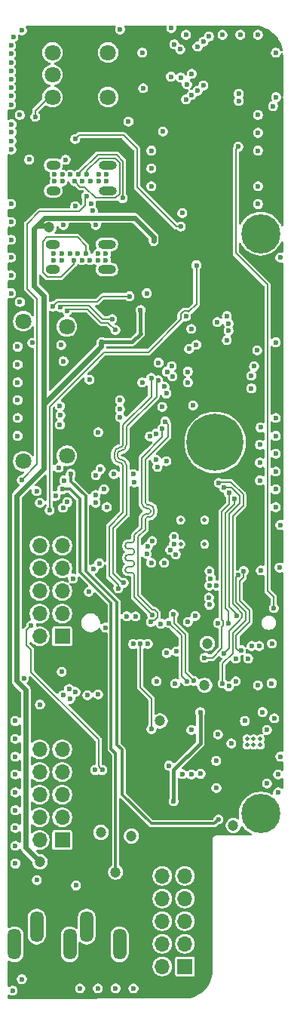
<source format=gbr>
%TF.GenerationSoftware,KiCad,Pcbnew,9.0.0*%
%TF.CreationDate,2025-04-05T19:06:25+02:00*%
%TF.ProjectId,tiliqua-motherboard,74696c69-7175-4612-9d6d-6f7468657262,rev?*%
%TF.SameCoordinates,Original*%
%TF.FileFunction,Copper,L4,Inr*%
%TF.FilePolarity,Positive*%
%FSLAX46Y46*%
G04 Gerber Fmt 4.6, Leading zero omitted, Abs format (unit mm)*
G04 Created by KiCad (PCBNEW 9.0.0) date 2025-04-05 19:06:25*
%MOMM*%
%LPD*%
G01*
G04 APERTURE LIST*
%TA.AperFunction,ComponentPad*%
%ADD10C,0.600000*%
%TD*%
%TA.AperFunction,ComponentPad*%
%ADD11O,1.600000X1.000000*%
%TD*%
%TA.AperFunction,ComponentPad*%
%ADD12O,2.000000X1.000000*%
%TD*%
%TA.AperFunction,ComponentPad*%
%ADD13R,1.700000X1.700000*%
%TD*%
%TA.AperFunction,ComponentPad*%
%ADD14O,1.700000X1.700000*%
%TD*%
%TA.AperFunction,ComponentPad*%
%ADD15C,1.800000*%
%TD*%
%TA.AperFunction,ComponentPad*%
%ADD16C,6.400000*%
%TD*%
%TA.AperFunction,HeatsinkPad*%
%ADD17C,0.500000*%
%TD*%
%TA.AperFunction,ComponentPad*%
%ADD18C,0.700000*%
%TD*%
%TA.AperFunction,ComponentPad*%
%ADD19C,4.400000*%
%TD*%
%TA.AperFunction,ComponentPad*%
%ADD20O,1.500000X3.500000*%
%TD*%
%TA.AperFunction,ViaPad*%
%ADD21C,0.600000*%
%TD*%
%TA.AperFunction,ViaPad*%
%ADD22C,1.200000*%
%TD*%
%TA.AperFunction,Conductor*%
%ADD23C,0.200000*%
%TD*%
%TA.AperFunction,Conductor*%
%ADD24C,0.600000*%
%TD*%
%TA.AperFunction,Conductor*%
%ADD25C,0.400000*%
%TD*%
%TA.AperFunction,Conductor*%
%ADD26C,0.300000*%
%TD*%
G04 APERTURE END LIST*
D10*
%TO.N,GND*%
%TO.C,J5*%
X5565000Y-17145000D03*
%TO.N,/rp2040_jtag/RP2040_USB_VBUS*%
X6465000Y-17145000D03*
%TO.N,Net-(J5-CC1)*%
X7365000Y-17145000D03*
%TO.N,/rp2040_jtag/RP2040_USB_D+*%
X8265000Y-17145000D03*
%TO.N,/rp2040_jtag/RP2040_USB_D-*%
X9165000Y-17145000D03*
%TO.N,/rp2040_jtag/RP2040_USB_VBUS*%
X10515000Y-17145000D03*
%TO.N,GND*%
X11415000Y-17145000D03*
X5565000Y-17895000D03*
%TO.N,/rp2040_jtag/RP2040_USB_VBUS*%
X6465000Y-17895000D03*
%TO.N,Net-(J5-CC2)*%
X9615000Y-17895000D03*
%TO.N,/rp2040_jtag/RP2040_USB_D+*%
X8715000Y-17895000D03*
%TO.N,/rp2040_jtag/RP2040_USB_D-*%
X7815000Y-17895000D03*
%TO.N,/rp2040_jtag/RP2040_USB_VBUS*%
X10515000Y-17895000D03*
%TO.N,GND*%
X11415000Y-17895000D03*
D11*
X5440000Y-18950000D03*
D12*
X11540000Y-18950000D03*
D11*
X5440000Y-16090000D03*
D12*
X11540000Y-16090000D03*
%TD*%
D13*
%TO.N,Net-(J6-Pin_1)*%
%TO.C,J6*%
X20230000Y-105980000D03*
D14*
X17690000Y-105980000D03*
%TO.N,GND*%
X20230000Y-103440000D03*
X17690000Y-103440000D03*
X20230000Y-100900000D03*
X17690000Y-100900000D03*
X20230000Y-98360000D03*
X17690000Y-98360000D03*
%TO.N,Net-(J6-Pin_10)*%
X20230000Y-95820000D03*
X17690000Y-95820000D03*
%TD*%
D15*
%TO.N,GND*%
%TO.C,J10*%
X2065000Y-33600000D03*
X6965000Y-34200000D03*
X6965000Y-48700000D03*
X2065000Y-49300000D03*
%TD*%
D16*
%TO.N,GND*%
%TO.C,H3*%
X23615000Y-47200000D03*
%TD*%
D10*
%TO.N,GND*%
%TO.C,J7*%
X5498750Y-26005000D03*
%TO.N,SC_USB0_VBUS*%
X6398750Y-26005000D03*
%TO.N,Net-(J7-CC1)*%
X7298750Y-26005000D03*
%TO.N,SC_USB0_D+*%
X8198750Y-26005000D03*
%TO.N,SC_USB0_D-*%
X9098750Y-26005000D03*
%TO.N,SC_USB0_VBUS*%
X10448750Y-26005000D03*
%TO.N,GND*%
X11348750Y-26005000D03*
X5498750Y-26755000D03*
%TO.N,SC_USB0_VBUS*%
X6398750Y-26755000D03*
%TO.N,Net-(J7-CC2)*%
X9548750Y-26755000D03*
%TO.N,SC_USB0_D+*%
X8648750Y-26755000D03*
%TO.N,SC_USB0_D-*%
X7748750Y-26755000D03*
%TO.N,SC_USB0_VBUS*%
X10448750Y-26755000D03*
%TO.N,GND*%
X11348750Y-26755000D03*
D11*
X5373750Y-27810000D03*
D12*
X11473750Y-27810000D03*
D11*
X5373750Y-24950000D03*
D12*
X11473750Y-24950000D03*
%TD*%
D17*
%TO.N,GND*%
%TO.C,U2*%
X19740000Y-58600000D03*
X22440000Y-58600000D03*
X19740000Y-55900000D03*
X22440000Y-55900000D03*
%TD*%
D13*
%TO.N,EX1_1*%
%TO.C,J3*%
X6440000Y-68950000D03*
D14*
%TO.N,EX1_2*%
X6440000Y-66410000D03*
%TO.N,EX1_3*%
X6440000Y-63870000D03*
%TO.N,Net-(J3-Pin_4)*%
X6440000Y-61330000D03*
%TO.N,GND*%
X6440000Y-58790000D03*
%TO.N,+3V3*%
X6440000Y-56250000D03*
%TO.N,EX1_7*%
X3900000Y-68950000D03*
%TO.N,EX1_8*%
X3900000Y-66410000D03*
%TO.N,EX1_9*%
X3900000Y-63870000D03*
%TO.N,Net-(J3-Pin_10)*%
X3900000Y-61330000D03*
%TO.N,GND*%
X3900000Y-58790000D03*
%TO.N,+3V3*%
X3900000Y-56250000D03*
%TD*%
D18*
%TO.N,GND*%
%TO.C,H1*%
X27082000Y-23758800D03*
X27565274Y-22592074D03*
X27565274Y-24925526D03*
X28732000Y-22108800D03*
D19*
X28732000Y-23758800D03*
D18*
X28732000Y-25408800D03*
X29898726Y-22592074D03*
X29898726Y-24925526D03*
X30382000Y-23758800D03*
%TD*%
D17*
%TO.N,GND*%
%TO.C,U10*%
X27190000Y-81150000D03*
X27940000Y-81150000D03*
X28690000Y-81150000D03*
X27190000Y-80450000D03*
X27940000Y-80450000D03*
X28690000Y-80450000D03*
%TD*%
D15*
%TO.N,Net-(R21-Pad2)*%
%TO.C,SW3*%
X5340000Y-3450000D03*
%TO.N,Net-(R14-Pad2)*%
X5340000Y-8450000D03*
%TO.N,GND*%
X5340000Y-5950000D03*
X11590000Y-3450000D03*
%TO.N,Net-(R13-Pad2)*%
X11590000Y-8450000D03*
%TD*%
D13*
%TO.N,EX2_1*%
%TO.C,J2*%
X6440000Y-91810000D03*
D14*
%TO.N,EX2_2*%
X6440000Y-89270000D03*
%TO.N,EX2_3*%
X6440000Y-86730000D03*
%TO.N,Net-(J2-Pin_4)*%
X6440000Y-84190000D03*
%TO.N,GND*%
X6440000Y-81650000D03*
%TO.N,+3V3*%
X6440000Y-79110000D03*
%TO.N,EX2_7*%
X3900000Y-91810000D03*
%TO.N,EX2_8*%
X3900000Y-89270000D03*
%TO.N,EX2_9*%
X3900000Y-86730000D03*
%TO.N,Net-(J2-Pin_10)*%
X3900000Y-84190000D03*
%TO.N,GND*%
X3900000Y-81650000D03*
%TO.N,+3V3*%
X3900000Y-79110000D03*
%TD*%
D18*
%TO.N,GND*%
%TO.C,H2*%
X27082000Y-88842074D03*
X27565274Y-87675348D03*
X27565274Y-90008800D03*
X28732000Y-87192074D03*
D19*
X28732000Y-88842074D03*
D18*
X28732000Y-90492074D03*
X29898726Y-87675348D03*
X29898726Y-90008800D03*
X30382000Y-88842074D03*
%TD*%
D20*
%TO.N,GND*%
%TO.C,J4*%
X1090000Y-103507736D03*
%TO.N,Net-(J4-PadS)*%
X9190000Y-101507736D03*
%TO.N,unconnected-(J4-PadSN)*%
X7290000Y-103507736D03*
%TO.N,Net-(D1-A)*%
X3590000Y-101507736D03*
%TO.N,unconnected-(J4-PadTN)*%
X12890000Y-103507736D03*
%TD*%
D21*
%TO.N,GND*%
X28440000Y-20450000D03*
X23940000Y-79950000D03*
X28333657Y-36849999D03*
X24440000Y-1450000D03*
X16440000Y-14450000D03*
X6183657Y-45199999D03*
X18690000Y-700000D03*
X28440000Y-10450000D03*
X17890000Y-60699999D03*
D22*
X17440000Y-78450000D03*
D21*
X1183657Y-94449999D03*
X19940000Y-84412500D03*
X23756961Y-85950000D03*
X1933657Y-949999D03*
X19733657Y-6249999D03*
X14440000Y-108450000D03*
X30433657Y-44449999D03*
X12933657Y-43449999D03*
X25440000Y-80950000D03*
X14533657Y-51649999D03*
X20933657Y-34449999D03*
X25169540Y-74553293D03*
X6590000Y-22800000D03*
X30433657Y-35949999D03*
X10492191Y-46051000D03*
X1183657Y-80449999D03*
X6378235Y-72938235D03*
X12933657Y-44349999D03*
X28440000Y-12450000D03*
X6182657Y-43099999D03*
X30933657Y-56449999D03*
X23863657Y-33699999D03*
X8440000Y-108450000D03*
X15433657Y-40449999D03*
X690000Y-20450000D03*
D22*
X22440000Y-74450000D03*
D21*
X1440000Y-42450000D03*
X20333657Y-33049999D03*
X12940000Y-850000D03*
X690000Y-28450000D03*
X16433657Y-60699999D03*
X10440000Y-108450000D03*
X14433657Y-50749999D03*
X16440000Y-18450000D03*
X22964998Y-63250002D03*
X940000Y-1699999D03*
X2146733Y-73625000D03*
X1183657Y-92449999D03*
X9497000Y-40152197D03*
X1183657Y-78449999D03*
X1440000Y-36450000D03*
X28740000Y-61550000D03*
X1440000Y-46450000D03*
X17133657Y-49949999D03*
X28440000Y-74450000D03*
X1183657Y-82449999D03*
X23726511Y-82924737D03*
X19133657Y-74249999D03*
X1183657Y-88449999D03*
X6243657Y-44149999D03*
X29975971Y-74217349D03*
X16983657Y-49149999D03*
X1183657Y-84449999D03*
X21133657Y-43049999D03*
X6683657Y-51449999D03*
X7340000Y-75950000D03*
X1690000Y-31450000D03*
X30433657Y-46449999D03*
X30683657Y-86449999D03*
X29986855Y-69766042D03*
D22*
X25654247Y-90171510D03*
D21*
X28725307Y-45506879D03*
X11133657Y-52449999D03*
X690000Y-26450000D03*
X21988362Y-84371891D03*
X18733657Y-38649999D03*
X30433657Y-48449999D03*
X30433657Y-50449999D03*
X30133657Y-9449999D03*
X12933657Y-42449999D03*
X1440000Y-44450000D03*
X28440000Y-18450000D03*
X15933657Y-59699999D03*
X30240000Y-78150000D03*
X28940000Y-77450000D03*
X30683657Y-84449999D03*
X20940000Y-79450000D03*
X17527956Y-67528773D03*
X20940000Y-84450000D03*
X6540000Y-75550000D03*
X26440000Y-1450000D03*
X690000Y-30450000D03*
X30465000Y-8450000D03*
X28640000Y-47449999D03*
X30433657Y-52449999D03*
X30433657Y-54449999D03*
X12233657Y-50749999D03*
X1440000Y-38450000D03*
X1183657Y-90449999D03*
D22*
X22750000Y-69740000D03*
D21*
X690000Y-24450000D03*
X28640000Y-49449999D03*
X28440000Y-14450000D03*
X1183657Y-86449999D03*
X690000Y-22450000D03*
X29440000Y-85450000D03*
X28440000Y-1450000D03*
X9440000Y-63950000D03*
X1440000Y-40450000D03*
X6572201Y-38082230D03*
X24933657Y-35699999D03*
X10212782Y-22800000D03*
X30933657Y-26449999D03*
X30440000Y-3450000D03*
X28640000Y-51449999D03*
X17683657Y-43199999D03*
X15933657Y-30449999D03*
X1683657Y-10449999D03*
D22*
X10790000Y-90950000D03*
D21*
X12440000Y-108450000D03*
X6333657Y-36249999D03*
X19933657Y-21449999D03*
X16440000Y-16450000D03*
D22*
X14219756Y-91350000D03*
D21*
X18440000Y-83450000D03*
X11440000Y-54450000D03*
%TO.N,+3V3*%
X18574281Y-63512070D03*
X9990000Y-65150000D03*
D22*
X27790000Y-16690000D03*
D21*
X9683657Y-43449999D03*
X22185887Y-61625745D03*
X16705127Y-56849999D03*
X9860233Y-10820232D03*
D22*
X27092867Y-85524340D03*
D21*
X29340000Y-66250000D03*
X10127879Y-64393492D03*
X14481809Y-75235000D03*
D22*
X24940000Y-85450000D03*
D21*
X17133657Y-53681349D03*
X29440000Y-64650000D03*
X15580000Y-27960000D03*
X27533657Y-43725000D03*
X28590000Y-54300000D03*
X14433657Y-46249999D03*
X14433657Y-83449999D03*
D22*
X25940000Y-84450000D03*
D21*
X28590001Y-64002182D03*
X6615000Y-108975000D03*
X3445735Y-20440000D03*
D22*
X28265000Y-4375000D03*
D21*
X18190000Y-24900000D03*
X17343657Y-37329999D03*
X10187351Y-52096169D03*
X26190000Y-56518666D03*
X9040000Y-2130000D03*
D22*
X14219756Y-79949998D03*
D21*
X14690000Y-12375000D03*
X22115000Y-51400000D03*
X5923866Y-13045686D03*
%TO.N,Net-(D1-A)*%
X3590000Y-96300000D03*
%TO.N,Net-(D1-K)*%
X7990000Y-96900000D03*
%TO.N,Net-(D5-K)*%
X22930000Y-1640000D03*
X732000Y-14320000D03*
%TO.N,Net-(D6-K)*%
X20340000Y-1450000D03*
X699500Y-2650000D03*
%TO.N,Net-(D7-K)*%
X17750000Y-12300000D03*
X867626Y-108695513D03*
X2733657Y-15449999D03*
%TO.N,Net-(R15-Pad1)*%
X30841970Y-61231722D03*
X30940000Y-82450000D03*
D22*
%TO.N,+5V*%
X3933657Y-94250000D03*
D21*
X15243657Y-32349999D03*
X16715000Y-24600000D03*
X10883657Y-35919999D03*
D22*
X4965000Y-23025000D03*
D21*
X21940000Y-77450000D03*
X18940000Y-87450000D03*
%TO.N,Net-(U2-GPIO22{slash}SPI0_SCK{slash}UART1_CTS{slash}I2C1_SDA{slash}PWM3_A{slash}CLOCK_GPIN1{slash}USB_VBUS_DET)*%
X7887249Y-13145306D03*
X19740000Y-22950000D03*
X18133657Y-49300000D03*
D22*
%TO.N,-12V*%
X12440000Y-95400000D03*
D21*
X6440000Y-52450000D03*
%TO.N,+12V*%
X7399998Y-50700000D03*
X23990000Y-89489496D03*
%TO.N,ENC_S*%
X18188322Y-70816957D03*
X24933657Y-32997016D03*
X15533657Y-7449999D03*
%TO.N,ENC_B*%
X13881675Y-11203769D03*
X25133657Y-33849999D03*
X23115000Y-62449999D03*
%TO.N,ENC_A*%
X25133657Y-34649999D03*
X15433657Y-3449999D03*
X22985886Y-61623320D03*
%TO.N,GPDI_HPD*%
X16047383Y-69776945D03*
X3567893Y-52647893D03*
X17273657Y-38239999D03*
X3080000Y-36019999D03*
%TO.N,SC_USB0_ID*%
X7890000Y-20700000D03*
X23765000Y-63249999D03*
%TO.N,FFC_SDIN1*%
X10175982Y-53096276D03*
%TO.N,FFC_BICK*%
X6524828Y-54524629D03*
%TO.N,FFC_LRCK*%
X7015000Y-53892383D03*
%TO.N,ECP5_M10_TDO*%
X25166726Y-52854313D03*
X22440000Y-71350000D03*
%TO.N,/rp2040_jtag/RP2040_USB_D+*%
X10240000Y-50850000D03*
X13243528Y-19775000D03*
%TO.N,FFC_SDOUT1*%
X10200001Y-53949998D03*
%TO.N,EX2_4*%
X22990000Y-65405072D03*
%TO.N,EX2_8*%
X25934832Y-73984400D03*
%TO.N,EX2_10*%
X22915205Y-64608574D03*
%TO.N,SC_USB0_VBUS*%
X27314999Y-71434400D03*
%TO.N,EX2_9*%
X25940000Y-71450000D03*
%TO.N,EX2_3*%
X23940000Y-67450000D03*
%TO.N,ECP5_R11_TDI*%
X25140000Y-67501472D03*
X25766726Y-53550000D03*
%TO.N,ECP5_T10_TCK*%
X24615000Y-52275000D03*
X26042373Y-66600510D03*
%TO.N,EX1_9*%
X20540000Y-67335785D03*
%TO.N,ECP5_T11_TMS*%
X24015000Y-51725000D03*
X24633139Y-70859869D03*
%TO.N,/rp2040_jtag/RP2040_USB_D-*%
X10733621Y-50188291D03*
X6830000Y-15468981D03*
%TO.N,EX1_4*%
X19265735Y-70624265D03*
X7655917Y-62449999D03*
%TO.N,PLL_CLK1*%
X18933657Y-66449999D03*
X21228961Y-73935649D03*
%TO.N,RP2040_UART0_TX*%
X26190000Y-62100000D03*
X24440000Y-74225000D03*
%TO.N,Net-(D8-K)*%
X20340000Y-8700000D03*
X714500Y-6440000D03*
%TO.N,Net-(D9-K)*%
X732000Y-13370000D03*
X22290000Y-2220000D03*
%TO.N,Net-(D10-K)*%
X19700000Y-3090000D03*
X699500Y-3575000D03*
%TO.N,Net-(D11-K)*%
X21510003Y-27320000D03*
X20455144Y-7017180D03*
X5030000Y-54790000D03*
X1910007Y-107415846D03*
%TO.N,Net-(D12-K)*%
X714500Y-7390000D03*
X20973715Y-8211728D03*
%TO.N,Net-(D13-K)*%
X21640000Y-2780000D03*
X760000Y-12410000D03*
%TO.N,Net-(D14-K)*%
X19030000Y-2520000D03*
X699500Y-4550000D03*
%TO.N,Net-(U12-~{CS})*%
X20565000Y-40450000D03*
X19211908Y-59750536D03*
X20683657Y-36699999D03*
%TO.N,Net-(U12-DO(IO1))*%
X20565000Y-39250000D03*
X18587838Y-59250000D03*
%TO.N,Net-(U12-CLK)*%
X21503657Y-36239999D03*
X27683657Y-39699999D03*
X16540947Y-58247196D03*
X18208396Y-39253410D03*
%TO.N,Net-(U12-DI(IO0))*%
X27690000Y-41125000D03*
X18990000Y-58558430D03*
%TO.N,Net-(U12-IO3)*%
X18989998Y-57758428D03*
X27990000Y-38650000D03*
%TO.N,Net-(D16-K)*%
X714500Y-8340000D03*
X21640000Y-7740000D03*
%TO.N,Net-(D17-K)*%
X760000Y-11490000D03*
X20990000Y-5830000D03*
%TO.N,Net-(D18-K)*%
X699500Y-5500000D03*
X18640000Y-6150000D03*
%TO.N,Net-(D20-K)*%
X714500Y-9290000D03*
X22290000Y-7150000D03*
%TO.N,SC_USB0_D+*%
X28565000Y-70025000D03*
%TO.N,SC_USB0_D-*%
X27715000Y-70025000D03*
%TO.N,Net-(U12-IO2)*%
X18815000Y-39775000D03*
X16026528Y-58859876D03*
%TO.N,Net-(R14-Pad2)*%
X3415784Y-10645686D03*
%TO.N,MOBO_LED_OE*%
X26215000Y-14000000D03*
X30201507Y-65779648D03*
%TO.N,FFC_PDN_D*%
X9271915Y-75538257D03*
%TO.N,GPDI_D1+*%
X17683657Y-45671812D03*
X16540266Y-66558879D03*
%TO.N,GPDI_CK+*%
X13340521Y-62949479D03*
X17224121Y-40208785D03*
%TO.N,GPDI_D2+*%
X13683657Y-66699999D03*
X16271904Y-46496332D03*
%TO.N,GPDI_D0-*%
X17927526Y-40927008D03*
X9990371Y-61359787D03*
%TO.N,GPDI_CK-*%
X12739479Y-63550521D03*
X16433657Y-39949999D03*
%TO.N,GPDI_D2-*%
X14683657Y-66717326D03*
X17015000Y-46199999D03*
%TO.N,GPDI_D1-*%
X16408628Y-67347977D03*
X18027973Y-44844315D03*
%TO.N,GPDI_D0+*%
X18133657Y-41699999D03*
X10591413Y-60758745D03*
%TO.N,USB_VBUS_EN*%
X13990000Y-30790000D03*
X5390000Y-31925000D03*
X21390000Y-66649999D03*
%TO.N,MOBO_I2C_SCL*%
X5683657Y-53199999D03*
X14410000Y-69810000D03*
X6976137Y-32425000D03*
X10933657Y-83949999D03*
X9665000Y-20375000D03*
X12409392Y-34574265D03*
X26260000Y-8054634D03*
X2953482Y-67718389D03*
%TO.N,RP2040_UART0_RX*%
X26515000Y-70500000D03*
X26826347Y-61615164D03*
%TO.N,USB_INT*%
X9150000Y-19560000D03*
X17029279Y-73991289D03*
X3940000Y-76600000D03*
X1890000Y-51400000D03*
%TO.N,FFC_PDN_CLK*%
X11290000Y-67970000D03*
%TO.N,MOBO_I2C_SDA*%
X3933657Y-53949999D03*
X12033657Y-33350000D03*
X10133654Y-83949999D03*
X15209694Y-69787786D03*
X6185202Y-32025000D03*
X9871131Y-21200000D03*
X6033035Y-50030743D03*
X26260000Y-8863520D03*
X16457467Y-79349998D03*
%TO.N,Net-(U10-EN)*%
X29440000Y-79450000D03*
X26940000Y-78450000D03*
%TO.N,PLL_CLK0*%
X20428324Y-73984400D03*
X18433657Y-67449999D03*
%TO.N,Net-(J8-G8)*%
X10471370Y-75450000D03*
%TO.N,Net-(J8-G7{slash}BUS7)*%
X7931604Y-75172976D03*
%TO.N,Net-(J8-G6{slash}BUS6)*%
X7203040Y-74842523D03*
%TD*%
D23*
%TO.N,GPDI_D1+*%
X13536441Y-61419937D02*
X13536441Y-61555937D01*
X14261657Y-59787937D02*
X13808450Y-59787937D01*
X14533657Y-59379937D02*
X14533657Y-59515937D01*
X13808454Y-58427937D02*
G75*
G03*
X13536537Y-58699937I46J-271963D01*
G01*
X14261657Y-59107937D02*
G75*
G02*
X14533663Y-59379937I43J-271963D01*
G01*
X14261657Y-61147937D02*
X13808441Y-61147937D01*
X13536454Y-58699937D02*
X13536454Y-58835937D01*
X15365811Y-55781589D02*
X15365811Y-56785531D01*
X14533657Y-62235937D02*
X14533657Y-62728213D01*
X16561329Y-66558879D02*
X16540266Y-66558879D01*
X13808450Y-60467937D02*
X14261657Y-60467937D01*
X15365811Y-56785531D02*
X14533657Y-57617685D01*
X14533657Y-62728213D02*
X14533657Y-64531207D01*
X13808450Y-59787937D02*
G75*
G03*
X13536537Y-60059937I50J-271963D01*
G01*
X14261657Y-58427937D02*
X13808454Y-58427937D01*
X14533657Y-58155937D02*
G75*
G02*
X14261657Y-58427857I-271957J37D01*
G01*
X13536454Y-58835937D02*
G75*
G03*
X13808454Y-59107946I272046J37D01*
G01*
X14533657Y-59515937D02*
G75*
G02*
X14261657Y-59787857I-271957J37D01*
G01*
X14533657Y-57617685D02*
X14533657Y-58155937D01*
X13536450Y-60195937D02*
G75*
G03*
X13808450Y-60467950I272050J37D01*
G01*
X13808441Y-61147937D02*
G75*
G03*
X13536437Y-61419937I-41J-271963D01*
G01*
X13536450Y-60059937D02*
X13536450Y-60195937D01*
X14261657Y-60467937D02*
G75*
G02*
X14533663Y-60739937I43J-271963D01*
G01*
X13808441Y-61827937D02*
X14261657Y-61827937D01*
X14533657Y-62099937D02*
X14533657Y-62235937D01*
X14533657Y-60875937D02*
G75*
G02*
X14261657Y-61147857I-271957J37D01*
G01*
X14533657Y-60739937D02*
X14533657Y-60875937D01*
X13536441Y-61555937D02*
G75*
G03*
X13808441Y-61827859I271959J37D01*
G01*
X14261657Y-61827937D02*
G75*
G02*
X14533663Y-62099937I43J-271963D01*
G01*
X13808454Y-59107937D02*
X14261657Y-59107937D01*
X14533657Y-64531207D02*
X16561329Y-66558879D01*
D24*
%TO.N,+5V*%
X4390000Y-30725000D02*
X3265000Y-29600000D01*
D25*
X15243657Y-34899999D02*
X15283657Y-34939999D01*
X18940000Y-83943656D02*
X21940000Y-80943656D01*
D24*
X1346733Y-53153267D02*
X4390000Y-50110000D01*
X2356426Y-74966064D02*
X1346733Y-73956371D01*
X10833656Y-35970000D02*
X10883657Y-35919999D01*
X4490000Y-22000000D02*
X3615000Y-22875000D01*
X4390000Y-42893656D02*
X4390000Y-44450000D01*
X3933657Y-94250000D02*
X2356426Y-92672769D01*
X14590000Y-22000000D02*
X4490000Y-22000000D01*
X3265000Y-23225000D02*
X3615000Y-22875000D01*
X4390000Y-50110000D02*
X4390000Y-30725000D01*
X1346733Y-73956371D02*
X1346733Y-53153267D01*
X10833656Y-36450000D02*
X4390000Y-42893656D01*
X4815000Y-22875000D02*
X4965000Y-23025000D01*
D25*
X21940000Y-80943656D02*
X21940000Y-77450000D01*
D24*
X16715000Y-24125000D02*
X14590000Y-22000000D01*
X3265000Y-29600000D02*
X3265000Y-23225000D01*
D25*
X14303657Y-35919999D02*
X10883657Y-35919999D01*
X18940000Y-87450000D02*
X18940000Y-83943656D01*
X15243657Y-32349999D02*
X15243657Y-34899999D01*
D24*
X2356426Y-92672769D02*
X2356426Y-74966064D01*
D25*
X15283657Y-34939999D02*
X14303657Y-35919999D01*
D24*
X10833656Y-36450000D02*
X10833656Y-35970000D01*
X3615000Y-22875000D02*
X4815000Y-22875000D01*
X16715000Y-24600000D02*
X16715000Y-24125000D01*
D23*
%TO.N,Net-(U2-GPIO22{slash}SPI0_SCK{slash}UART1_CTS{slash}I2C1_SDA{slash}PWM3_A{slash}CLOCK_GPIN1{slash}USB_VBUS_DET)*%
X7887249Y-13145306D02*
X8332555Y-12700000D01*
X14870000Y-14270000D02*
X14870000Y-18580000D01*
X8332555Y-12700000D02*
X13300000Y-12700000D01*
X14870000Y-18580000D02*
X19240000Y-22950000D01*
X19240000Y-22950000D02*
X19740000Y-22950000D01*
X13300000Y-12700000D02*
X14870000Y-14270000D01*
D26*
%TO.N,-12V*%
X11940000Y-81585943D02*
X12433657Y-82079600D01*
X11940000Y-65206342D02*
X11940000Y-81585943D01*
X8440000Y-61706342D02*
X11940000Y-65206342D01*
X7340000Y-52450000D02*
X8440000Y-53550000D01*
X6440000Y-52450000D02*
X7340000Y-52450000D01*
X12433657Y-82079600D02*
X12433657Y-95393657D01*
X8440000Y-53550000D02*
X8440000Y-61706342D01*
X12433657Y-95393657D02*
X12440000Y-95400000D01*
%TO.N,+12V*%
X7399998Y-51540510D02*
X7399998Y-50700000D01*
X23523177Y-89956319D02*
X19439977Y-89956319D01*
X19433657Y-89949999D02*
X16433657Y-89949999D01*
X13150722Y-81667064D02*
X12584852Y-81101194D01*
X16433657Y-89949999D02*
X13150722Y-86667064D01*
X12584852Y-81101194D02*
X12584852Y-65144088D01*
X23990000Y-89489496D02*
X23523177Y-89956319D01*
X9066644Y-53207156D02*
X7399998Y-51540510D01*
X19439977Y-89956319D02*
X19433657Y-89949999D01*
X12584852Y-65144088D02*
X9066644Y-61625880D01*
X9066644Y-61625880D02*
X9066644Y-53207156D01*
X13150722Y-86667064D02*
X13150722Y-81667064D01*
D23*
%TO.N,ECP5_M10_TDO*%
X24365000Y-70279479D02*
X24365000Y-67873529D01*
X24365000Y-67026471D02*
X24365000Y-54934314D01*
X23294479Y-71350000D02*
X24365000Y-70279479D01*
X24540000Y-67201471D02*
X24365000Y-67026471D01*
X22440000Y-71350000D02*
X23294479Y-71350000D01*
X24540000Y-67698529D02*
X24540000Y-67201471D01*
X24365000Y-67873529D02*
X24540000Y-67698529D01*
X25166726Y-54132588D02*
X25166726Y-52854313D01*
X24365000Y-54934314D02*
X25166726Y-54132588D01*
%TO.N,/rp2040_jtag/RP2040_USB_D+*%
X13280000Y-15632943D02*
X13280000Y-19738528D01*
X13280000Y-19738528D02*
X13243528Y-19775000D01*
X10430050Y-14890000D02*
X12537057Y-14890000D01*
X8265000Y-17055050D02*
X10430050Y-14890000D01*
X8265000Y-17145000D02*
X8265000Y-17055050D01*
X12537057Y-14890000D02*
X13280000Y-15632943D01*
%TO.N,ECP5_R11_TDI*%
X25140000Y-66131372D02*
X24765000Y-65756372D01*
X25140000Y-67501472D02*
X25140000Y-66131372D01*
X24765000Y-65756372D02*
X24765000Y-55100000D01*
X25766726Y-54098274D02*
X25766726Y-53550000D01*
X24765000Y-55100000D02*
X25766726Y-54098274D01*
%TO.N,ECP5_T10_TCK*%
X26042373Y-66468059D02*
X25190000Y-65615686D01*
X25190000Y-55240686D02*
X26366726Y-54063960D01*
X26366726Y-54063960D02*
X26366726Y-53205784D01*
X25415255Y-52254313D02*
X24635687Y-52254313D01*
X26042373Y-66600510D02*
X26042373Y-66468059D01*
X25190000Y-65615686D02*
X25190000Y-55240686D01*
X26366726Y-53205784D02*
X25415255Y-52254313D01*
X24635687Y-52254313D02*
X24615000Y-52275000D01*
%TO.N,ECP5_T11_TMS*%
X25401628Y-51675000D02*
X24065000Y-51675000D01*
X26766726Y-54273274D02*
X26766726Y-53040098D01*
X24633139Y-70859869D02*
X25181344Y-70311664D01*
X25181344Y-68308656D02*
X26289490Y-67200510D01*
X25590000Y-65299609D02*
X25590000Y-55450000D01*
X26642373Y-66351982D02*
X25915392Y-65625000D01*
X26766726Y-53040098D02*
X25401628Y-51675000D01*
X25590000Y-55450000D02*
X26766726Y-54273274D01*
X26289490Y-67200510D02*
X26290902Y-67200510D01*
X26290902Y-67200510D02*
X26642373Y-66849039D01*
X25181344Y-70311664D02*
X25181344Y-68308656D01*
X25915392Y-65625000D02*
X25590000Y-65299609D01*
X24065000Y-51675000D02*
X24015000Y-51725000D01*
X26642373Y-66849039D02*
X26642373Y-66351982D01*
%TO.N,/rp2040_jtag/RP2040_USB_D-*%
X8958529Y-18520000D02*
X8440000Y-18520000D01*
X12880000Y-19290000D02*
X12420000Y-19750000D01*
X9165000Y-17145000D02*
X9165000Y-16720736D01*
X12371371Y-15290000D02*
X12880000Y-15798629D01*
X10595736Y-15290000D02*
X12371371Y-15290000D01*
X12420000Y-19750000D02*
X10188529Y-19750000D01*
X10188529Y-19750000D02*
X8958529Y-18520000D01*
X8440000Y-18520000D02*
X7815000Y-17895000D01*
X12880000Y-15798629D02*
X12880000Y-19290000D01*
X9165000Y-16720736D02*
X10595736Y-15290000D01*
%TO.N,PLL_CLK1*%
X20277304Y-68727960D02*
X19033657Y-67484313D01*
X20277304Y-72983992D02*
X20277304Y-68727960D01*
X19033657Y-67484313D02*
X19033657Y-66549999D01*
X19033657Y-66549999D02*
X18933657Y-66449999D01*
X21228961Y-73935649D02*
X20277304Y-72983992D01*
%TO.N,RP2040_UART0_TX*%
X25990000Y-62300000D02*
X25990000Y-65133923D01*
X25581344Y-68575000D02*
X25581344Y-70838686D01*
X26190000Y-62100000D02*
X25990000Y-62300000D01*
X27042373Y-66186296D02*
X27042373Y-67113971D01*
X27042373Y-67113971D02*
X25581344Y-68575000D01*
X25990000Y-65133923D02*
X27042373Y-66186296D01*
X24440000Y-71980030D02*
X24440000Y-74225000D01*
X25581344Y-70838686D02*
X24440000Y-71980030D01*
%TO.N,Net-(D11-K)*%
X20084714Y-32448999D02*
X19732657Y-32801056D01*
X19732657Y-33298942D02*
X19808685Y-33374971D01*
X11133656Y-37050000D02*
X5030000Y-43153656D01*
X5030000Y-43153656D02*
X5030000Y-54790000D01*
X20582600Y-32448999D02*
X20084714Y-32448999D01*
X21510003Y-31673653D02*
X20658628Y-32525028D01*
X16133656Y-37050000D02*
X11133656Y-37050000D01*
X21510003Y-27320000D02*
X21510003Y-31673653D01*
X19808685Y-33374971D02*
X16133656Y-37050000D01*
X20658628Y-32525028D02*
X20582600Y-32448999D01*
X19732657Y-32801056D02*
X19732657Y-33298942D01*
%TO.N,SC_USB0_D-*%
X4273750Y-24618629D02*
X4742379Y-24150000D01*
X4273750Y-28141371D02*
X4273750Y-24618629D01*
X4742379Y-24150000D02*
X8133658Y-24150000D01*
X7748750Y-26755000D02*
X7748750Y-27179264D01*
X9098750Y-25115092D02*
X9098750Y-26005000D01*
X8133658Y-24150000D02*
X9098750Y-25115092D01*
X6298014Y-28630000D02*
X4762379Y-28630000D01*
X7748750Y-27179264D02*
X6298014Y-28630000D01*
X4762379Y-28630000D02*
X4273750Y-28141371D01*
%TO.N,Net-(R14-Pad2)*%
X3415784Y-10645686D02*
X3415784Y-9974216D01*
X3415784Y-9974216D02*
X4940000Y-8450000D01*
%TO.N,MOBO_LED_OE*%
X25933657Y-25943657D02*
X25933657Y-14281343D01*
X29487427Y-63848898D02*
X29487427Y-29497427D01*
X30201507Y-65779648D02*
X30201507Y-64562978D01*
X25933657Y-14281343D02*
X26215000Y-14000000D01*
X30201507Y-64562978D02*
X29487427Y-63848898D01*
X29487427Y-29497427D02*
X25933657Y-25943657D01*
%TO.N,GPDI_D1+*%
X16365811Y-54981589D02*
X16365811Y-54781589D01*
X15365811Y-48927895D02*
X17683657Y-46610049D01*
X15965811Y-55181589D02*
X16165811Y-55181589D01*
X15365811Y-53781589D02*
X15365811Y-52852419D01*
X15365811Y-52852419D02*
X15365811Y-48927895D01*
X17683657Y-46610049D02*
X17683657Y-45671812D01*
X16165811Y-54581589D02*
X15965811Y-54581589D01*
X15365811Y-53981589D02*
X15365811Y-53781589D01*
X15365811Y-55781589D02*
G75*
G02*
X15965811Y-55181611I599989J-11D01*
G01*
X16365811Y-54781589D02*
G75*
G03*
X16165811Y-54581589I-200011J-11D01*
G01*
X15965811Y-54581589D02*
G75*
G02*
X15365811Y-53981589I-11J599989D01*
G01*
X16165811Y-55181589D02*
G75*
G03*
X16365789Y-54981589I-11J199989D01*
G01*
%TO.N,GPDI_CK+*%
X13658657Y-45424999D02*
X17033657Y-42049999D01*
X13163137Y-62949479D02*
X12153657Y-61939999D01*
X13658657Y-55293197D02*
X13658657Y-49776245D01*
X13658657Y-47076245D02*
X13658657Y-46689999D01*
X13658657Y-46689999D02*
X13658657Y-45424999D01*
X13658657Y-47455745D02*
X13658657Y-47076245D01*
X17033657Y-42049999D02*
X17033657Y-40399249D01*
X12153657Y-61939999D02*
X12153657Y-56798197D01*
X12153657Y-56798197D02*
X13658657Y-55293197D01*
X13340521Y-62949479D02*
X13163137Y-62949479D01*
X17033657Y-40399249D02*
X17224121Y-40208785D01*
X12688157Y-48805745D02*
X12688157Y-48426245D01*
X13658657Y-49776245D02*
G75*
G03*
X12972907Y-49090503I-685747J-5D01*
G01*
X12688157Y-48426245D02*
G75*
G02*
X12972907Y-48141457I284743J45D01*
G01*
X12972907Y-49090495D02*
G75*
G02*
X12688105Y-48805745I-7J284795D01*
G01*
X12972907Y-48141495D02*
G75*
G03*
X13658695Y-47455745I-7J685795D01*
G01*
%TO.N,GPDI_CK-*%
X13257657Y-46689999D02*
X13257657Y-45225999D01*
X13257657Y-45225999D02*
X16433657Y-42049999D01*
X12739479Y-63195821D02*
X11708657Y-62164999D01*
X12287157Y-48805745D02*
X12287157Y-48426245D01*
X16433657Y-42049999D02*
X16433657Y-39949999D01*
X13257657Y-47076245D02*
X13257657Y-46689999D01*
X11708657Y-56606801D02*
X13257657Y-55057801D01*
X13257657Y-47455745D02*
X13257657Y-47076245D01*
X12739479Y-63550521D02*
X12739479Y-63195821D01*
X11708657Y-62164999D02*
X11708657Y-56606801D01*
X13257657Y-55057801D02*
X13257657Y-49776245D01*
X13257657Y-49776245D02*
G75*
G03*
X12972907Y-49491443I-284757J45D01*
G01*
X12287157Y-48426245D02*
G75*
G02*
X12972907Y-47740497I685753J-5D01*
G01*
X12972907Y-49491495D02*
G75*
G02*
X12287105Y-48805745I-7J685795D01*
G01*
X12972907Y-47740495D02*
G75*
G03*
X13257695Y-47455745I-7J284795D01*
G01*
%TO.N,GPDI_D1-*%
X18303658Y-46579191D02*
X18303658Y-45120000D01*
X15765811Y-49117038D02*
X18303658Y-46579191D01*
X16788795Y-65958879D02*
X17107237Y-66277321D01*
X16165811Y-54181589D02*
X15965811Y-54181589D01*
X15965811Y-55581589D02*
X16165811Y-55581589D01*
X16527015Y-65958879D02*
X16788795Y-65958879D01*
X15765811Y-52852419D02*
X15765811Y-49117038D01*
X17107237Y-66277321D02*
X17140266Y-66310350D01*
X16597726Y-67158879D02*
X16408628Y-67347977D01*
X15765811Y-53781589D02*
X15765811Y-52852419D01*
X15765811Y-53981589D02*
X15765811Y-53781589D01*
X16788795Y-67158879D02*
X16597726Y-67158879D01*
X14933657Y-62002167D02*
X14933657Y-57783371D01*
X14933657Y-64365521D02*
X16527015Y-65958879D01*
X14933657Y-62002167D02*
X14933657Y-64365521D01*
X18303658Y-45120000D02*
X18027973Y-44844315D01*
X15765811Y-56951217D02*
X15765811Y-55781589D01*
X17140266Y-66310350D02*
X17140266Y-66807408D01*
X16765811Y-54981589D02*
X16765811Y-54781589D01*
X14933657Y-57783371D02*
X15765811Y-56951217D01*
X17140266Y-66807408D02*
X16788795Y-67158879D01*
X16765811Y-54781589D02*
G75*
G03*
X16165811Y-54181589I-600011J-11D01*
G01*
X16165811Y-55581589D02*
G75*
G03*
X16765789Y-54981589I-11J599989D01*
G01*
X15965811Y-54181589D02*
G75*
G02*
X15765811Y-53981589I-11J199989D01*
G01*
X15765811Y-55781589D02*
G75*
G02*
X15965811Y-55581611I199989J-11D01*
G01*
%TO.N,USB_VBUS_EN*%
X11000000Y-30790000D02*
X13990000Y-30790000D01*
X5890000Y-31425000D02*
X10365000Y-31425000D01*
X5390000Y-31925000D02*
X5890000Y-31425000D01*
X10365000Y-31425000D02*
X11000000Y-30790000D01*
%TO.N,MOBO_I2C_SCL*%
X10733654Y-83701470D02*
X10533654Y-83501470D01*
X2433657Y-69949999D02*
X2433657Y-68238214D01*
X10533654Y-83501470D02*
X10533654Y-80549996D01*
X10533654Y-80549996D02*
X2933657Y-72949999D01*
X10733654Y-83749996D02*
X10733654Y-83701470D01*
X12407979Y-34574265D02*
X11584714Y-33751000D01*
X9298900Y-32226000D02*
X7175137Y-32226000D01*
X7175137Y-32226000D02*
X6976137Y-32425000D01*
X12409392Y-34574265D02*
X12407979Y-34574265D01*
X2933657Y-70449999D02*
X2433657Y-69949999D01*
X11584714Y-33751000D02*
X10823900Y-33751000D01*
X2433657Y-68238214D02*
X2953482Y-67718389D01*
X2933657Y-72949999D02*
X2933657Y-70449999D01*
X10823900Y-33751000D02*
X9298900Y-32226000D01*
X10933657Y-83949999D02*
X10733654Y-83749996D01*
%TO.N,RP2040_UART0_RX*%
X27442373Y-66020610D02*
X27442373Y-67338971D01*
X26390000Y-62748529D02*
X26390000Y-64968237D01*
X25981344Y-70266344D02*
X26215000Y-70500000D01*
X25981344Y-68800000D02*
X25981344Y-70266344D01*
X26826347Y-61615164D02*
X26790000Y-61651511D01*
X26215000Y-70500000D02*
X26515000Y-70500000D01*
X26390000Y-64968237D02*
X27442373Y-66020610D01*
X26790000Y-62348529D02*
X26390000Y-62748529D01*
X26790000Y-61651511D02*
X26790000Y-62348529D01*
X27442373Y-67338971D02*
X25981344Y-68800000D01*
%TO.N,USB_INT*%
X9060000Y-20600000D02*
X8360000Y-21300000D01*
X2480000Y-29940000D02*
X3630000Y-31090000D01*
X9150000Y-19560000D02*
X9060000Y-19650000D01*
X2480000Y-22700000D02*
X2480000Y-29940000D01*
X3880000Y-21300000D02*
X2480000Y-22700000D01*
X3630000Y-49660000D02*
X1890000Y-51400000D01*
X9060000Y-19650000D02*
X9060000Y-20600000D01*
X8360000Y-21300000D02*
X3880000Y-21300000D01*
X3630000Y-31090000D02*
X3630000Y-49660000D01*
%TO.N,MOBO_I2C_SDA*%
X6385202Y-31825000D02*
X6185202Y-32025000D01*
X9465000Y-31825000D02*
X6385202Y-31825000D01*
X16457467Y-79349998D02*
X16457467Y-75921735D01*
X16457467Y-75921735D02*
X15209694Y-74673962D01*
X12033657Y-33350000D02*
X10990000Y-33350000D01*
X10990000Y-33350000D02*
X9465000Y-31825000D01*
X15209694Y-74673962D02*
X15209694Y-69787786D01*
%TO.N,PLL_CLK0*%
X19865735Y-73421811D02*
X19865735Y-68882077D01*
X20428324Y-73984400D02*
X19865735Y-73421811D01*
X19865735Y-68882077D02*
X18433657Y-67449999D01*
%TD*%
%TA.AperFunction,Conductor*%
%TO.N,+3V3*%
G36*
X27850863Y-390652D02*
G01*
X28175776Y-406614D01*
X28188070Y-407825D01*
X28492949Y-453050D01*
X28506796Y-455104D01*
X28518925Y-457516D01*
X28831486Y-535809D01*
X28843308Y-539395D01*
X29146699Y-647950D01*
X29158112Y-652678D01*
X29449406Y-790450D01*
X29460288Y-796267D01*
X29736672Y-961925D01*
X29746953Y-968795D01*
X30005752Y-1160734D01*
X30015310Y-1168578D01*
X30089667Y-1235971D01*
X30254061Y-1384969D01*
X30262793Y-1393701D01*
X30479183Y-1632450D01*
X30487024Y-1642004D01*
X30673702Y-1893711D01*
X30678966Y-1900808D01*
X30685833Y-1911084D01*
X30687600Y-1914032D01*
X30851487Y-2187463D01*
X30857315Y-2198368D01*
X30995080Y-2489645D01*
X30999813Y-2501069D01*
X31108363Y-2804449D01*
X31111952Y-2816281D01*
X31190244Y-3128839D01*
X31192656Y-3140966D01*
X31196350Y-3165868D01*
X31186560Y-3236187D01*
X31140308Y-3290050D01*
X31072277Y-3310356D01*
X31004068Y-3290658D01*
X30961946Y-3242485D01*
X30960842Y-3243123D01*
X30957610Y-3237526D01*
X30957335Y-3237211D01*
X30957041Y-3236540D01*
X30883713Y-3109532D01*
X30883705Y-3109522D01*
X30780477Y-3006294D01*
X30780467Y-3006286D01*
X30654033Y-2933289D01*
X30637372Y-2928824D01*
X30513001Y-2895500D01*
X30366999Y-2895500D01*
X30280686Y-2918627D01*
X30225966Y-2933289D01*
X30099532Y-3006286D01*
X30099522Y-3006294D01*
X29996294Y-3109522D01*
X29996286Y-3109532D01*
X29923289Y-3235966D01*
X29908798Y-3290050D01*
X29885500Y-3376999D01*
X29885500Y-3523001D01*
X29890286Y-3540861D01*
X29923289Y-3664033D01*
X29996286Y-3790467D01*
X29996294Y-3790477D01*
X30099522Y-3893705D01*
X30099527Y-3893709D01*
X30099529Y-3893711D01*
X30099530Y-3893712D01*
X30099532Y-3893713D01*
X30225966Y-3966710D01*
X30225968Y-3966710D01*
X30225971Y-3966712D01*
X30366999Y-4004500D01*
X30367001Y-4004500D01*
X30512999Y-4004500D01*
X30513001Y-4004500D01*
X30654029Y-3966712D01*
X30654032Y-3966710D01*
X30654033Y-3966710D01*
X30742788Y-3915467D01*
X30780471Y-3893711D01*
X30883711Y-3790471D01*
X30956712Y-3664029D01*
X30994500Y-3523001D01*
X30994500Y-3522998D01*
X30996637Y-3515024D01*
X30999598Y-3515817D01*
X31022387Y-3464264D01*
X31081641Y-3425156D01*
X31152632Y-3424290D01*
X31212822Y-3461943D01*
X31243100Y-3526159D01*
X31244458Y-3539428D01*
X31257111Y-3796996D01*
X31257263Y-3803178D01*
X31257263Y-8307280D01*
X31237261Y-8375401D01*
X31183605Y-8421894D01*
X31113331Y-8431998D01*
X31048751Y-8402504D01*
X31010367Y-8342778D01*
X31009572Y-8339949D01*
X30981712Y-8235971D01*
X30951536Y-8183705D01*
X30908713Y-8109532D01*
X30908705Y-8109522D01*
X30805477Y-8006294D01*
X30805467Y-8006286D01*
X30679033Y-7933289D01*
X30662372Y-7928824D01*
X30538001Y-7895500D01*
X30391999Y-7895500D01*
X30305686Y-7918627D01*
X30250966Y-7933289D01*
X30124532Y-8006286D01*
X30124522Y-8006294D01*
X30021294Y-8109522D01*
X30021286Y-8109532D01*
X29948289Y-8235966D01*
X29939974Y-8266999D01*
X29910500Y-8376999D01*
X29910500Y-8523001D01*
X29918814Y-8554029D01*
X29948289Y-8664033D01*
X29996973Y-8748356D01*
X30013711Y-8817352D01*
X29990490Y-8884444D01*
X29934683Y-8928331D01*
X29920474Y-8933060D01*
X29919770Y-8933248D01*
X29919624Y-8933288D01*
X29793189Y-9006285D01*
X29793179Y-9006293D01*
X29689951Y-9109521D01*
X29689943Y-9109531D01*
X29616946Y-9235965D01*
X29616945Y-9235970D01*
X29579157Y-9376998D01*
X29579157Y-9523000D01*
X29607954Y-9630471D01*
X29616946Y-9664032D01*
X29689943Y-9790466D01*
X29689951Y-9790476D01*
X29793179Y-9893704D01*
X29793184Y-9893708D01*
X29793186Y-9893710D01*
X29793187Y-9893711D01*
X29793189Y-9893712D01*
X29919623Y-9966709D01*
X29919625Y-9966709D01*
X29919628Y-9966711D01*
X30060656Y-10004499D01*
X30060658Y-10004499D01*
X30206656Y-10004499D01*
X30206658Y-10004499D01*
X30347686Y-9966711D01*
X30347689Y-9966709D01*
X30347690Y-9966709D01*
X30418706Y-9925708D01*
X30474128Y-9893710D01*
X30577368Y-9790470D01*
X30613868Y-9727249D01*
X30650367Y-9664032D01*
X30650367Y-9664031D01*
X30650369Y-9664028D01*
X30688157Y-9523000D01*
X30688157Y-9376998D01*
X30650369Y-9235970D01*
X30650367Y-9235967D01*
X30650367Y-9235965D01*
X30601683Y-9151642D01*
X30584945Y-9082647D01*
X30608165Y-9015555D01*
X30663973Y-8971668D01*
X30678182Y-8966938D01*
X30679029Y-8966712D01*
X30679033Y-8966709D01*
X30679035Y-8966709D01*
X30802374Y-8895499D01*
X30805471Y-8893711D01*
X30908711Y-8790471D01*
X30981712Y-8664029D01*
X31009557Y-8560105D01*
X31046507Y-8499486D01*
X31110367Y-8468464D01*
X31180862Y-8476892D01*
X31235609Y-8522094D01*
X31257227Y-8589719D01*
X31257263Y-8592719D01*
X31257263Y-22802411D01*
X31237261Y-22870532D01*
X31183605Y-22917025D01*
X31113331Y-22927129D01*
X31048751Y-22897635D01*
X31012333Y-22844026D01*
X31003235Y-22818024D01*
X30883620Y-22569641D01*
X30736948Y-22336214D01*
X30565062Y-22120676D01*
X30565059Y-22120672D01*
X30370127Y-21925740D01*
X30154586Y-21753852D01*
X29921165Y-21607184D01*
X29921166Y-21607184D01*
X29921159Y-21607180D01*
X29672776Y-21487565D01*
X29672772Y-21487563D01*
X29672758Y-21487558D01*
X29412569Y-21396514D01*
X29143795Y-21335167D01*
X28869844Y-21304300D01*
X28869842Y-21304300D01*
X28594158Y-21304300D01*
X28594156Y-21304300D01*
X28320204Y-21335167D01*
X28051430Y-21396514D01*
X27791241Y-21487558D01*
X27791221Y-21487566D01*
X27717642Y-21523000D01*
X27542841Y-21607180D01*
X27542836Y-21607182D01*
X27542834Y-21607184D01*
X27309413Y-21753852D01*
X27093872Y-21925740D01*
X26898940Y-22120672D01*
X26727052Y-22336213D01*
X26580383Y-22569634D01*
X26527679Y-22679076D01*
X26480101Y-22731772D01*
X26411586Y-22750380D01*
X26343888Y-22728992D01*
X26298499Y-22674399D01*
X26288157Y-22624406D01*
X26288157Y-20376999D01*
X27885500Y-20376999D01*
X27885500Y-20523001D01*
X27903191Y-20589026D01*
X27923289Y-20664033D01*
X27996286Y-20790467D01*
X27996294Y-20790477D01*
X28099522Y-20893705D01*
X28099527Y-20893709D01*
X28099529Y-20893711D01*
X28099530Y-20893712D01*
X28099532Y-20893713D01*
X28225966Y-20966710D01*
X28225968Y-20966710D01*
X28225971Y-20966712D01*
X28366999Y-21004500D01*
X28367001Y-21004500D01*
X28512999Y-21004500D01*
X28513001Y-21004500D01*
X28654029Y-20966712D01*
X28654032Y-20966710D01*
X28654033Y-20966710D01*
X28777374Y-20895499D01*
X28780471Y-20893711D01*
X28883711Y-20790471D01*
X28956712Y-20664029D01*
X28994500Y-20523001D01*
X28994500Y-20376999D01*
X28956712Y-20235971D01*
X28956710Y-20235968D01*
X28956710Y-20235966D01*
X28883713Y-20109532D01*
X28883705Y-20109522D01*
X28780477Y-20006294D01*
X28780467Y-20006286D01*
X28654033Y-19933289D01*
X28632581Y-19927541D01*
X28513001Y-19895500D01*
X28366999Y-19895500D01*
X28280686Y-19918627D01*
X28225966Y-19933289D01*
X28099532Y-20006286D01*
X28099522Y-20006294D01*
X27996294Y-20109522D01*
X27996286Y-20109532D01*
X27923289Y-20235966D01*
X27916016Y-20263110D01*
X27885500Y-20376999D01*
X26288157Y-20376999D01*
X26288157Y-18376999D01*
X27885500Y-18376999D01*
X27885500Y-18523001D01*
X27912487Y-18623719D01*
X27923289Y-18664033D01*
X27996286Y-18790467D01*
X27996294Y-18790477D01*
X28099522Y-18893705D01*
X28099527Y-18893709D01*
X28099529Y-18893711D01*
X28099530Y-18893712D01*
X28099532Y-18893713D01*
X28225966Y-18966710D01*
X28225968Y-18966710D01*
X28225971Y-18966712D01*
X28366999Y-19004500D01*
X28367001Y-19004500D01*
X28512999Y-19004500D01*
X28513001Y-19004500D01*
X28654029Y-18966712D01*
X28654032Y-18966710D01*
X28654033Y-18966710D01*
X28717250Y-18930211D01*
X28780471Y-18893711D01*
X28883711Y-18790471D01*
X28926226Y-18716832D01*
X28956710Y-18664033D01*
X28956710Y-18664032D01*
X28956712Y-18664029D01*
X28994500Y-18523001D01*
X28994500Y-18376999D01*
X28956712Y-18235971D01*
X28956710Y-18235968D01*
X28956710Y-18235966D01*
X28883713Y-18109532D01*
X28883705Y-18109522D01*
X28780477Y-18006294D01*
X28780467Y-18006286D01*
X28654033Y-17933289D01*
X28637372Y-17928824D01*
X28513001Y-17895500D01*
X28366999Y-17895500D01*
X28305864Y-17911881D01*
X28225966Y-17933289D01*
X28099532Y-18006286D01*
X28099522Y-18006294D01*
X27996294Y-18109522D01*
X27996286Y-18109532D01*
X27923289Y-18235966D01*
X27905183Y-18303542D01*
X27885500Y-18376999D01*
X26288157Y-18376999D01*
X26288157Y-14651141D01*
X26308159Y-14583020D01*
X26361815Y-14536527D01*
X26381540Y-14529436D01*
X26429029Y-14516712D01*
X26555471Y-14443711D01*
X26622183Y-14376999D01*
X27885500Y-14376999D01*
X27885500Y-14523001D01*
X27907828Y-14606331D01*
X27923289Y-14664033D01*
X27996286Y-14790467D01*
X27996294Y-14790477D01*
X28099522Y-14893705D01*
X28099527Y-14893709D01*
X28099529Y-14893711D01*
X28099530Y-14893712D01*
X28099532Y-14893713D01*
X28225966Y-14966710D01*
X28225968Y-14966710D01*
X28225971Y-14966712D01*
X28366999Y-15004500D01*
X28367001Y-15004500D01*
X28512999Y-15004500D01*
X28513001Y-15004500D01*
X28654029Y-14966712D01*
X28654032Y-14966710D01*
X28654033Y-14966710D01*
X28777374Y-14895499D01*
X28780471Y-14893711D01*
X28883711Y-14790471D01*
X28956712Y-14664029D01*
X28994500Y-14523001D01*
X28994500Y-14376999D01*
X28956712Y-14235971D01*
X28956710Y-14235968D01*
X28956710Y-14235966D01*
X28883713Y-14109532D01*
X28883705Y-14109522D01*
X28780477Y-14006294D01*
X28780467Y-14006286D01*
X28654033Y-13933289D01*
X28630558Y-13926999D01*
X28513001Y-13895500D01*
X28366999Y-13895500D01*
X28280686Y-13918627D01*
X28225966Y-13933289D01*
X28099532Y-14006286D01*
X28099522Y-14006294D01*
X27996294Y-14109522D01*
X27996286Y-14109532D01*
X27923289Y-14235966D01*
X27923288Y-14235971D01*
X27885500Y-14376999D01*
X26622183Y-14376999D01*
X26658711Y-14340471D01*
X26731712Y-14214029D01*
X26769500Y-14073001D01*
X26769500Y-13926999D01*
X26731712Y-13785971D01*
X26731710Y-13785968D01*
X26731710Y-13785966D01*
X26658713Y-13659532D01*
X26658705Y-13659522D01*
X26555477Y-13556294D01*
X26555467Y-13556286D01*
X26429033Y-13483289D01*
X26412372Y-13478824D01*
X26288001Y-13445500D01*
X26141999Y-13445500D01*
X26055686Y-13468627D01*
X26000966Y-13483289D01*
X25874532Y-13556286D01*
X25874522Y-13556294D01*
X25771294Y-13659522D01*
X25771286Y-13659532D01*
X25698289Y-13785966D01*
X25660500Y-13927000D01*
X25660500Y-14011702D01*
X25643619Y-14074702D01*
X25603316Y-14144508D01*
X25603316Y-14144509D01*
X25579157Y-14234668D01*
X25579157Y-25990331D01*
X25603316Y-26080490D01*
X25649983Y-26161321D01*
X25649991Y-26161331D01*
X29096022Y-29607361D01*
X29130048Y-29669673D01*
X29132927Y-29696456D01*
X29132927Y-44883697D01*
X29112925Y-44951818D01*
X29059269Y-44998311D01*
X28988995Y-45008415D01*
X28943933Y-44992820D01*
X28939340Y-44990168D01*
X28913193Y-44983162D01*
X28798308Y-44952379D01*
X28652306Y-44952379D01*
X28565993Y-44975506D01*
X28511273Y-44990168D01*
X28384839Y-45063165D01*
X28384829Y-45063173D01*
X28281601Y-45166401D01*
X28281593Y-45166411D01*
X28208596Y-45292845D01*
X28187469Y-45371692D01*
X28170807Y-45433878D01*
X28170807Y-45579880D01*
X28191344Y-45656526D01*
X28208596Y-45720912D01*
X28281593Y-45847346D01*
X28281601Y-45847356D01*
X28384829Y-45950584D01*
X28384834Y-45950588D01*
X28384836Y-45950590D01*
X28384837Y-45950591D01*
X28384839Y-45950592D01*
X28511273Y-46023589D01*
X28511275Y-46023589D01*
X28511278Y-46023591D01*
X28652306Y-46061379D01*
X28652308Y-46061379D01*
X28798306Y-46061379D01*
X28798308Y-46061379D01*
X28939336Y-46023591D01*
X28939796Y-46023324D01*
X28943926Y-46020942D01*
X29012921Y-46004203D01*
X29080013Y-46027423D01*
X29123901Y-46083229D01*
X29132927Y-46130060D01*
X29132927Y-46876070D01*
X29112925Y-46944191D01*
X29059269Y-46990684D01*
X28988995Y-47000788D01*
X28943927Y-46985189D01*
X28854033Y-46933288D01*
X28837372Y-46928823D01*
X28713001Y-46895499D01*
X28566999Y-46895499D01*
X28480686Y-46918626D01*
X28425966Y-46933288D01*
X28299532Y-47006285D01*
X28299522Y-47006293D01*
X28196294Y-47109521D01*
X28196286Y-47109531D01*
X28123289Y-47235965D01*
X28123288Y-47235970D01*
X28085500Y-47376998D01*
X28085500Y-47523000D01*
X28114192Y-47630081D01*
X28123289Y-47664032D01*
X28196286Y-47790466D01*
X28196294Y-47790476D01*
X28299522Y-47893704D01*
X28299527Y-47893708D01*
X28299529Y-47893710D01*
X28299530Y-47893711D01*
X28299532Y-47893712D01*
X28425966Y-47966709D01*
X28425968Y-47966709D01*
X28425971Y-47966711D01*
X28566999Y-48004499D01*
X28567001Y-48004499D01*
X28712999Y-48004499D01*
X28713001Y-48004499D01*
X28854029Y-47966711D01*
X28943929Y-47914807D01*
X29012921Y-47898070D01*
X29080013Y-47921290D01*
X29123901Y-47977096D01*
X29132927Y-48023927D01*
X29132927Y-48876070D01*
X29112925Y-48944191D01*
X29059269Y-48990684D01*
X28988995Y-49000788D01*
X28943927Y-48985189D01*
X28854033Y-48933288D01*
X28807635Y-48920856D01*
X28713001Y-48895499D01*
X28566999Y-48895499D01*
X28480686Y-48918626D01*
X28425966Y-48933288D01*
X28299532Y-49006285D01*
X28299522Y-49006293D01*
X28196294Y-49109521D01*
X28196286Y-49109531D01*
X28123289Y-49235965D01*
X28104767Y-49305093D01*
X28085500Y-49376998D01*
X28085500Y-49523000D01*
X28102657Y-49587032D01*
X28123289Y-49664032D01*
X28196286Y-49790466D01*
X28196294Y-49790476D01*
X28299522Y-49893704D01*
X28299527Y-49893708D01*
X28299529Y-49893710D01*
X28299530Y-49893711D01*
X28299532Y-49893712D01*
X28425966Y-49966709D01*
X28425968Y-49966709D01*
X28425971Y-49966711D01*
X28566999Y-50004499D01*
X28567001Y-50004499D01*
X28712999Y-50004499D01*
X28713001Y-50004499D01*
X28854029Y-49966711D01*
X28943929Y-49914807D01*
X29012921Y-49898070D01*
X29080013Y-49921290D01*
X29123901Y-49977096D01*
X29132927Y-50023927D01*
X29132927Y-50876070D01*
X29112925Y-50944191D01*
X29059269Y-50990684D01*
X28988995Y-51000788D01*
X28943927Y-50985189D01*
X28854033Y-50933288D01*
X28837372Y-50928823D01*
X28713001Y-50895499D01*
X28566999Y-50895499D01*
X28497829Y-50914033D01*
X28425966Y-50933288D01*
X28299532Y-51006285D01*
X28299522Y-51006293D01*
X28196294Y-51109521D01*
X28196286Y-51109531D01*
X28123289Y-51235965D01*
X28110527Y-51283595D01*
X28085500Y-51376998D01*
X28085500Y-51523000D01*
X28109891Y-51614029D01*
X28123289Y-51664032D01*
X28196286Y-51790466D01*
X28196294Y-51790476D01*
X28299522Y-51893704D01*
X28299527Y-51893708D01*
X28299529Y-51893710D01*
X28299530Y-51893711D01*
X28299532Y-51893712D01*
X28425966Y-51966709D01*
X28425968Y-51966709D01*
X28425971Y-51966711D01*
X28566999Y-52004499D01*
X28567001Y-52004499D01*
X28712999Y-52004499D01*
X28713001Y-52004499D01*
X28854029Y-51966711D01*
X28943929Y-51914807D01*
X29012921Y-51898070D01*
X29080013Y-51921290D01*
X29123901Y-51977096D01*
X29132927Y-52023927D01*
X29132927Y-60918817D01*
X29112925Y-60986938D01*
X29059269Y-61033431D01*
X28988995Y-61043535D01*
X28958717Y-61035229D01*
X28954036Y-61033290D01*
X28954029Y-61033288D01*
X28813001Y-60995500D01*
X28666999Y-60995500D01*
X28606786Y-61011634D01*
X28525966Y-61033289D01*
X28399532Y-61106286D01*
X28399522Y-61106294D01*
X28296294Y-61209522D01*
X28296286Y-61209532D01*
X28223289Y-61335966D01*
X28203643Y-61409286D01*
X28185500Y-61476999D01*
X28185500Y-61623001D01*
X28214321Y-61730563D01*
X28223289Y-61764033D01*
X28296286Y-61890467D01*
X28296294Y-61890477D01*
X28399522Y-61993705D01*
X28399527Y-61993709D01*
X28399529Y-61993711D01*
X28399530Y-61993712D01*
X28399532Y-61993713D01*
X28525966Y-62066710D01*
X28525968Y-62066710D01*
X28525971Y-62066712D01*
X28666999Y-62104500D01*
X28667001Y-62104500D01*
X28812999Y-62104500D01*
X28813001Y-62104500D01*
X28954029Y-62066712D01*
X28954035Y-62066708D01*
X28958709Y-62064773D01*
X29029298Y-62057184D01*
X29092785Y-62088963D01*
X29129013Y-62150021D01*
X29132927Y-62181182D01*
X29132927Y-63895572D01*
X29157086Y-63985731D01*
X29203753Y-64066562D01*
X29203755Y-64066564D01*
X29203756Y-64066566D01*
X29810103Y-64672913D01*
X29844127Y-64735224D01*
X29847007Y-64762007D01*
X29847007Y-65297775D01*
X29827005Y-65365896D01*
X29810102Y-65386870D01*
X29757801Y-65439170D01*
X29757793Y-65439180D01*
X29684796Y-65565614D01*
X29667936Y-65628538D01*
X29647007Y-65706647D01*
X29647007Y-65852649D01*
X29655348Y-65883778D01*
X29684796Y-65993681D01*
X29757793Y-66120115D01*
X29757801Y-66120125D01*
X29861029Y-66223353D01*
X29861034Y-66223357D01*
X29861036Y-66223359D01*
X29861037Y-66223360D01*
X29861039Y-66223361D01*
X29987473Y-66296358D01*
X29987475Y-66296358D01*
X29987478Y-66296360D01*
X30128506Y-66334148D01*
X30128508Y-66334148D01*
X30274506Y-66334148D01*
X30274508Y-66334148D01*
X30415536Y-66296360D01*
X30415539Y-66296358D01*
X30415540Y-66296358D01*
X30520135Y-66235970D01*
X30541978Y-66223359D01*
X30645218Y-66120119D01*
X30699165Y-66026680D01*
X30718217Y-65993681D01*
X30718217Y-65993680D01*
X30718219Y-65993677D01*
X30756007Y-65852649D01*
X30756007Y-65706647D01*
X30718219Y-65565619D01*
X30718217Y-65565616D01*
X30718217Y-65565614D01*
X30645220Y-65439180D01*
X30645212Y-65439170D01*
X30592912Y-65386870D01*
X30558886Y-65324558D01*
X30556007Y-65297775D01*
X30556007Y-64516307D01*
X30556006Y-64516303D01*
X30542717Y-64466710D01*
X30531848Y-64426146D01*
X30531847Y-64426144D01*
X30485180Y-64345313D01*
X30485176Y-64345308D01*
X30419175Y-64279307D01*
X29878832Y-63738964D01*
X29844806Y-63676652D01*
X29841927Y-63649869D01*
X29841927Y-54946642D01*
X29861929Y-54878521D01*
X29915585Y-54832028D01*
X29985859Y-54821924D01*
X30050439Y-54851418D01*
X30057022Y-54857547D01*
X30093179Y-54893704D01*
X30093184Y-54893708D01*
X30093186Y-54893710D01*
X30093187Y-54893711D01*
X30093189Y-54893712D01*
X30219623Y-54966709D01*
X30219625Y-54966709D01*
X30219628Y-54966711D01*
X30360656Y-55004499D01*
X30360658Y-55004499D01*
X30506656Y-55004499D01*
X30506658Y-55004499D01*
X30647686Y-54966711D01*
X30647689Y-54966709D01*
X30647690Y-54966709D01*
X30740323Y-54913227D01*
X30774128Y-54893710D01*
X30877368Y-54790470D01*
X30919991Y-54716644D01*
X30950367Y-54664032D01*
X30950368Y-54664029D01*
X30950369Y-54664028D01*
X30988157Y-54523000D01*
X30988157Y-54376998D01*
X30950369Y-54235970D01*
X30950367Y-54235966D01*
X30950367Y-54235965D01*
X30877370Y-54109531D01*
X30877369Y-54109529D01*
X30877368Y-54109528D01*
X30877366Y-54109526D01*
X30877362Y-54109521D01*
X30774134Y-54006293D01*
X30774124Y-54006285D01*
X30647690Y-53933288D01*
X30631029Y-53928823D01*
X30506658Y-53895499D01*
X30360656Y-53895499D01*
X30274343Y-53918626D01*
X30219623Y-53933288D01*
X30093189Y-54006285D01*
X30093179Y-54006293D01*
X30057022Y-54042451D01*
X29994710Y-54076477D01*
X29923895Y-54071412D01*
X29867059Y-54028865D01*
X29842248Y-53962345D01*
X29841927Y-53953356D01*
X29841927Y-52946642D01*
X29861929Y-52878521D01*
X29915585Y-52832028D01*
X29985859Y-52821924D01*
X30050439Y-52851418D01*
X30057022Y-52857547D01*
X30093179Y-52893704D01*
X30093184Y-52893708D01*
X30093186Y-52893710D01*
X30093187Y-52893711D01*
X30093189Y-52893712D01*
X30219623Y-52966709D01*
X30219625Y-52966709D01*
X30219628Y-52966711D01*
X30360656Y-53004499D01*
X30360658Y-53004499D01*
X30506656Y-53004499D01*
X30506658Y-53004499D01*
X30647686Y-52966711D01*
X30647689Y-52966709D01*
X30647690Y-52966709D01*
X30716366Y-52927059D01*
X30774128Y-52893710D01*
X30877368Y-52790470D01*
X30939250Y-52683287D01*
X30950367Y-52664032D01*
X30950368Y-52664029D01*
X30950369Y-52664028D01*
X30988157Y-52523000D01*
X30988157Y-52376998D01*
X30950369Y-52235970D01*
X30950367Y-52235966D01*
X30950367Y-52235965D01*
X30877370Y-52109531D01*
X30877369Y-52109529D01*
X30877368Y-52109528D01*
X30877366Y-52109526D01*
X30877362Y-52109521D01*
X30774134Y-52006293D01*
X30774124Y-52006285D01*
X30647690Y-51933288D01*
X30602912Y-51921290D01*
X30506658Y-51895499D01*
X30360656Y-51895499D01*
X30281487Y-51916712D01*
X30219623Y-51933288D01*
X30093189Y-52006285D01*
X30093179Y-52006293D01*
X30057022Y-52042451D01*
X29994710Y-52076477D01*
X29923895Y-52071412D01*
X29867059Y-52028865D01*
X29842248Y-51962345D01*
X29841927Y-51953356D01*
X29841927Y-50946642D01*
X29861929Y-50878521D01*
X29915585Y-50832028D01*
X29985859Y-50821924D01*
X30050439Y-50851418D01*
X30057022Y-50857547D01*
X30093179Y-50893704D01*
X30093184Y-50893708D01*
X30093186Y-50893710D01*
X30093187Y-50893711D01*
X30093189Y-50893712D01*
X30219623Y-50966709D01*
X30219625Y-50966709D01*
X30219628Y-50966711D01*
X30360656Y-51004499D01*
X30360658Y-51004499D01*
X30506656Y-51004499D01*
X30506658Y-51004499D01*
X30647686Y-50966711D01*
X30647689Y-50966709D01*
X30647690Y-50966709D01*
X30740940Y-50912871D01*
X30774128Y-50893710D01*
X30877368Y-50790470D01*
X30950369Y-50664028D01*
X30988157Y-50523000D01*
X30988157Y-50376998D01*
X30950369Y-50235970D01*
X30950367Y-50235967D01*
X30950367Y-50235965D01*
X30877370Y-50109531D01*
X30877362Y-50109521D01*
X30774134Y-50006293D01*
X30774124Y-50006285D01*
X30647690Y-49933288D01*
X30602912Y-49921290D01*
X30506658Y-49895499D01*
X30360656Y-49895499D01*
X30274343Y-49918626D01*
X30219623Y-49933288D01*
X30093189Y-50006285D01*
X30093179Y-50006293D01*
X30057022Y-50042451D01*
X29994710Y-50076477D01*
X29923895Y-50071412D01*
X29867059Y-50028865D01*
X29842248Y-49962345D01*
X29841927Y-49953356D01*
X29841927Y-48946642D01*
X29861929Y-48878521D01*
X29915585Y-48832028D01*
X29985859Y-48821924D01*
X30050439Y-48851418D01*
X30057022Y-48857547D01*
X30093179Y-48893704D01*
X30093184Y-48893708D01*
X30093186Y-48893710D01*
X30093187Y-48893711D01*
X30093189Y-48893712D01*
X30219623Y-48966709D01*
X30219625Y-48966709D01*
X30219628Y-48966711D01*
X30360656Y-49004499D01*
X30360658Y-49004499D01*
X30506656Y-49004499D01*
X30506658Y-49004499D01*
X30647686Y-48966711D01*
X30647689Y-48966709D01*
X30647690Y-48966709D01*
X30713203Y-48928885D01*
X30774128Y-48893710D01*
X30877368Y-48790470D01*
X30924178Y-48709393D01*
X30950367Y-48664032D01*
X30950367Y-48664031D01*
X30950369Y-48664028D01*
X30988157Y-48523000D01*
X30988157Y-48376998D01*
X30950369Y-48235970D01*
X30950367Y-48235967D01*
X30950367Y-48235965D01*
X30877370Y-48109531D01*
X30877362Y-48109521D01*
X30774134Y-48006293D01*
X30774124Y-48006285D01*
X30647690Y-47933288D01*
X30602912Y-47921290D01*
X30506658Y-47895499D01*
X30360656Y-47895499D01*
X30274343Y-47918626D01*
X30219623Y-47933288D01*
X30093189Y-48006285D01*
X30093179Y-48006293D01*
X30057022Y-48042451D01*
X29994710Y-48076477D01*
X29923895Y-48071412D01*
X29867059Y-48028865D01*
X29842248Y-47962345D01*
X29841927Y-47953356D01*
X29841927Y-46946642D01*
X29861929Y-46878521D01*
X29915585Y-46832028D01*
X29985859Y-46821924D01*
X30050439Y-46851418D01*
X30057022Y-46857547D01*
X30093179Y-46893704D01*
X30093184Y-46893708D01*
X30093186Y-46893710D01*
X30093187Y-46893711D01*
X30093189Y-46893712D01*
X30219623Y-46966709D01*
X30219625Y-46966709D01*
X30219628Y-46966711D01*
X30360656Y-47004499D01*
X30360658Y-47004499D01*
X30506656Y-47004499D01*
X30506658Y-47004499D01*
X30647686Y-46966711D01*
X30647689Y-46966709D01*
X30647690Y-46966709D01*
X30771029Y-46895499D01*
X30774128Y-46893710D01*
X30877368Y-46790470D01*
X30920350Y-46716023D01*
X30950367Y-46664032D01*
X30950368Y-46664029D01*
X30950369Y-46664028D01*
X30988157Y-46523000D01*
X30988157Y-46376998D01*
X30950369Y-46235970D01*
X30950367Y-46235966D01*
X30950367Y-46235965D01*
X30877370Y-46109531D01*
X30877369Y-46109529D01*
X30877368Y-46109528D01*
X30877366Y-46109526D01*
X30877362Y-46109521D01*
X30774134Y-46006293D01*
X30774124Y-46006285D01*
X30647690Y-45933288D01*
X30631029Y-45928823D01*
X30506658Y-45895499D01*
X30360656Y-45895499D01*
X30274343Y-45918626D01*
X30219623Y-45933288D01*
X30093189Y-46006285D01*
X30093179Y-46006293D01*
X30057022Y-46042451D01*
X29994710Y-46076477D01*
X29923895Y-46071412D01*
X29867059Y-46028865D01*
X29842248Y-45962345D01*
X29841927Y-45953356D01*
X29841927Y-44946642D01*
X29861929Y-44878521D01*
X29915585Y-44832028D01*
X29985859Y-44821924D01*
X30050439Y-44851418D01*
X30057022Y-44857547D01*
X30093179Y-44893704D01*
X30093184Y-44893708D01*
X30093186Y-44893710D01*
X30093187Y-44893711D01*
X30093189Y-44893712D01*
X30219623Y-44966709D01*
X30219625Y-44966709D01*
X30219628Y-44966711D01*
X30360656Y-45004499D01*
X30360658Y-45004499D01*
X30506656Y-45004499D01*
X30506658Y-45004499D01*
X30647686Y-44966711D01*
X30647689Y-44966709D01*
X30647690Y-44966709D01*
X30733241Y-44917316D01*
X30774128Y-44893710D01*
X30877368Y-44790470D01*
X30939394Y-44683037D01*
X30950367Y-44664032D01*
X30950368Y-44664029D01*
X30950369Y-44664028D01*
X30988157Y-44523000D01*
X30988157Y-44376998D01*
X30950369Y-44235970D01*
X30950367Y-44235966D01*
X30950367Y-44235965D01*
X30877370Y-44109531D01*
X30877369Y-44109529D01*
X30877368Y-44109528D01*
X30877366Y-44109526D01*
X30877362Y-44109521D01*
X30774134Y-44006293D01*
X30774124Y-44006285D01*
X30647690Y-43933288D01*
X30623409Y-43926782D01*
X30506658Y-43895499D01*
X30360656Y-43895499D01*
X30274343Y-43918626D01*
X30219623Y-43933288D01*
X30093189Y-44006285D01*
X30093179Y-44006293D01*
X30057022Y-44042451D01*
X29994710Y-44076477D01*
X29923895Y-44071412D01*
X29867059Y-44028865D01*
X29842248Y-43962345D01*
X29841927Y-43953356D01*
X29841927Y-36446642D01*
X29861929Y-36378521D01*
X29915585Y-36332028D01*
X29985859Y-36321924D01*
X30050439Y-36351418D01*
X30057022Y-36357547D01*
X30093179Y-36393704D01*
X30093184Y-36393708D01*
X30093186Y-36393710D01*
X30093187Y-36393711D01*
X30093189Y-36393712D01*
X30219623Y-36466709D01*
X30219625Y-36466709D01*
X30219628Y-36466711D01*
X30360656Y-36504499D01*
X30360658Y-36504499D01*
X30506656Y-36504499D01*
X30506658Y-36504499D01*
X30647686Y-36466711D01*
X30647689Y-36466709D01*
X30647690Y-36466709D01*
X30727548Y-36420603D01*
X30774128Y-36393710D01*
X30877368Y-36290470D01*
X30942881Y-36176998D01*
X30950367Y-36164032D01*
X30950367Y-36164031D01*
X30950369Y-36164028D01*
X30988157Y-36023000D01*
X30988157Y-35876998D01*
X30950369Y-35735970D01*
X30950367Y-35735967D01*
X30950367Y-35735965D01*
X30877370Y-35609531D01*
X30877362Y-35609521D01*
X30774134Y-35506293D01*
X30774124Y-35506285D01*
X30647690Y-35433288D01*
X30630171Y-35428594D01*
X30506658Y-35395499D01*
X30360656Y-35395499D01*
X30274343Y-35418626D01*
X30219623Y-35433288D01*
X30093189Y-35506285D01*
X30093179Y-35506293D01*
X30057022Y-35542451D01*
X29994710Y-35576477D01*
X29923895Y-35571412D01*
X29867059Y-35528865D01*
X29842248Y-35462345D01*
X29841927Y-35453356D01*
X29841927Y-29450756D01*
X29841926Y-29450752D01*
X29830262Y-29407224D01*
X29817768Y-29360595D01*
X29771098Y-29279759D01*
X29705095Y-29213756D01*
X26325062Y-25833723D01*
X26291036Y-25771411D01*
X26288157Y-25744628D01*
X26288157Y-24893193D01*
X26308159Y-24825072D01*
X26361815Y-24778579D01*
X26432089Y-24768475D01*
X26496669Y-24797969D01*
X26527679Y-24838524D01*
X26580381Y-24947962D01*
X26727052Y-25181386D01*
X26898940Y-25396927D01*
X27093872Y-25591859D01*
X27176868Y-25658046D01*
X27309414Y-25763748D01*
X27542841Y-25910420D01*
X27791224Y-26030035D01*
X27791239Y-26030040D01*
X27791241Y-26030041D01*
X28051430Y-26121085D01*
X28051433Y-26121085D01*
X28051437Y-26121087D01*
X28320208Y-26182433D01*
X28514462Y-26204320D01*
X28594156Y-26213300D01*
X28594158Y-26213300D01*
X28869844Y-26213300D01*
X28939417Y-26205460D01*
X29143792Y-26182433D01*
X29412563Y-26121087D01*
X29445586Y-26109532D01*
X29535702Y-26077999D01*
X29672776Y-26030035D01*
X29921159Y-25910420D01*
X30154586Y-25763748D01*
X30370124Y-25591862D01*
X30565062Y-25396924D01*
X30736948Y-25181386D01*
X30883620Y-24947959D01*
X31003235Y-24699576D01*
X31012333Y-24673572D01*
X31053712Y-24615882D01*
X31119712Y-24589720D01*
X31189379Y-24603392D01*
X31240595Y-24652560D01*
X31257263Y-24715189D01*
X31257263Y-25798442D01*
X31237261Y-25866563D01*
X31183605Y-25913056D01*
X31113331Y-25923160D01*
X31098660Y-25920150D01*
X31006658Y-25895499D01*
X30860656Y-25895499D01*
X30804970Y-25910420D01*
X30719623Y-25933288D01*
X30593189Y-26006285D01*
X30593179Y-26006293D01*
X30489951Y-26109521D01*
X30489943Y-26109531D01*
X30416946Y-26235965D01*
X30416324Y-26238288D01*
X30379157Y-26376998D01*
X30379157Y-26523000D01*
X30388937Y-26559500D01*
X30416946Y-26664032D01*
X30489943Y-26790466D01*
X30489951Y-26790476D01*
X30593179Y-26893704D01*
X30593184Y-26893708D01*
X30593186Y-26893710D01*
X30593187Y-26893711D01*
X30593189Y-26893712D01*
X30719623Y-26966709D01*
X30719625Y-26966709D01*
X30719628Y-26966711D01*
X30860656Y-27004499D01*
X30860658Y-27004499D01*
X31006657Y-27004499D01*
X31006658Y-27004499D01*
X31098653Y-26979849D01*
X31169627Y-26981538D01*
X31228423Y-27021331D01*
X31256372Y-27086595D01*
X31257263Y-27101555D01*
X31257263Y-55798442D01*
X31237261Y-55866563D01*
X31183605Y-55913056D01*
X31113331Y-55923160D01*
X31098660Y-55920150D01*
X31006658Y-55895499D01*
X30860656Y-55895499D01*
X30795132Y-55913056D01*
X30719623Y-55933288D01*
X30593189Y-56006285D01*
X30593179Y-56006293D01*
X30489951Y-56109521D01*
X30489943Y-56109531D01*
X30416946Y-56235965D01*
X30416945Y-56235970D01*
X30379157Y-56376998D01*
X30379157Y-56523000D01*
X30389105Y-56560126D01*
X30416946Y-56664032D01*
X30489943Y-56790466D01*
X30489951Y-56790476D01*
X30593179Y-56893704D01*
X30593184Y-56893708D01*
X30593186Y-56893710D01*
X30593187Y-56893711D01*
X30593189Y-56893712D01*
X30719623Y-56966709D01*
X30719625Y-56966709D01*
X30719628Y-56966711D01*
X30860656Y-57004499D01*
X30860658Y-57004499D01*
X31006657Y-57004499D01*
X31006658Y-57004499D01*
X31098653Y-56979849D01*
X31169627Y-56981538D01*
X31228423Y-57021331D01*
X31256372Y-57086595D01*
X31257263Y-57101555D01*
X31257263Y-60612970D01*
X31237261Y-60681091D01*
X31183605Y-60727584D01*
X31113331Y-60737688D01*
X31068267Y-60722091D01*
X31056005Y-60715012D01*
X31056000Y-60715010D01*
X31055999Y-60715010D01*
X30914971Y-60677222D01*
X30768969Y-60677222D01*
X30682656Y-60700349D01*
X30627936Y-60715011D01*
X30501502Y-60788008D01*
X30501492Y-60788016D01*
X30398264Y-60891244D01*
X30398256Y-60891254D01*
X30325259Y-61017688D01*
X30307353Y-61084516D01*
X30287470Y-61158721D01*
X30287470Y-61304723D01*
X30295843Y-61335971D01*
X30325259Y-61445755D01*
X30398256Y-61572189D01*
X30398264Y-61572199D01*
X30501492Y-61675427D01*
X30501497Y-61675431D01*
X30501499Y-61675433D01*
X30501500Y-61675434D01*
X30501502Y-61675435D01*
X30627936Y-61748432D01*
X30627938Y-61748432D01*
X30627941Y-61748434D01*
X30768969Y-61786222D01*
X30768971Y-61786222D01*
X30914969Y-61786222D01*
X30914971Y-61786222D01*
X31055999Y-61748434D01*
X31068262Y-61741354D01*
X31137258Y-61724616D01*
X31204350Y-61747836D01*
X31248237Y-61803643D01*
X31257263Y-61850473D01*
X31257263Y-81796743D01*
X31237261Y-81864864D01*
X31183605Y-81911357D01*
X31113331Y-81921461D01*
X31098652Y-81918450D01*
X31013001Y-81895500D01*
X30866999Y-81895500D01*
X30781348Y-81918450D01*
X30725966Y-81933289D01*
X30599532Y-82006286D01*
X30599522Y-82006294D01*
X30496294Y-82109522D01*
X30496286Y-82109532D01*
X30423289Y-82235966D01*
X30423288Y-82235971D01*
X30385500Y-82376999D01*
X30385500Y-82523001D01*
X30401914Y-82584259D01*
X30423289Y-82664033D01*
X30496286Y-82790467D01*
X30496294Y-82790477D01*
X30599522Y-82893705D01*
X30599527Y-82893709D01*
X30599529Y-82893711D01*
X30599530Y-82893712D01*
X30599532Y-82893713D01*
X30725966Y-82966710D01*
X30725968Y-82966710D01*
X30725971Y-82966712D01*
X30866999Y-83004500D01*
X30867001Y-83004500D01*
X31012998Y-83004500D01*
X31013001Y-83004500D01*
X31098655Y-82981549D01*
X31169628Y-82983239D01*
X31228424Y-83023033D01*
X31256372Y-83088297D01*
X31257263Y-83103256D01*
X31257263Y-83935232D01*
X31237261Y-84003353D01*
X31183605Y-84049846D01*
X31113331Y-84059950D01*
X31048751Y-84030456D01*
X31042168Y-84024327D01*
X31024134Y-84006293D01*
X31024124Y-84006285D01*
X30897690Y-83933288D01*
X30878615Y-83928177D01*
X30756658Y-83895499D01*
X30610656Y-83895499D01*
X30524343Y-83918626D01*
X30469623Y-83933288D01*
X30343189Y-84006285D01*
X30343179Y-84006293D01*
X30239951Y-84109521D01*
X30239943Y-84109531D01*
X30166946Y-84235965D01*
X30148205Y-84305910D01*
X30129157Y-84376998D01*
X30129157Y-84523000D01*
X30147915Y-84593007D01*
X30166946Y-84664032D01*
X30239943Y-84790466D01*
X30239951Y-84790476D01*
X30343179Y-84893704D01*
X30343184Y-84893708D01*
X30343186Y-84893710D01*
X30343187Y-84893711D01*
X30343189Y-84893712D01*
X30469623Y-84966709D01*
X30469625Y-84966709D01*
X30469628Y-84966711D01*
X30610656Y-85004499D01*
X30610658Y-85004499D01*
X30756656Y-85004499D01*
X30756658Y-85004499D01*
X30897686Y-84966711D01*
X30897689Y-84966709D01*
X30897690Y-84966709D01*
X30996718Y-84909535D01*
X31024128Y-84893710D01*
X31031570Y-84886268D01*
X31042168Y-84875671D01*
X31104480Y-84841645D01*
X31175295Y-84846710D01*
X31232131Y-84889257D01*
X31256942Y-84955777D01*
X31257263Y-84964766D01*
X31257263Y-85935232D01*
X31237261Y-86003353D01*
X31183605Y-86049846D01*
X31113331Y-86059950D01*
X31048751Y-86030456D01*
X31042168Y-86024327D01*
X31024134Y-86006293D01*
X31024124Y-86006285D01*
X30897690Y-85933288D01*
X30879425Y-85928394D01*
X30756658Y-85895499D01*
X30610656Y-85895499D01*
X30524343Y-85918626D01*
X30469623Y-85933288D01*
X30343189Y-86006285D01*
X30343179Y-86006293D01*
X30239951Y-86109521D01*
X30239943Y-86109531D01*
X30166946Y-86235965D01*
X30145819Y-86314812D01*
X30129157Y-86376998D01*
X30129157Y-86523000D01*
X30141976Y-86570840D01*
X30142127Y-86571404D01*
X30140437Y-86642381D01*
X30100643Y-86701176D01*
X30035378Y-86729124D01*
X29965365Y-86717350D01*
X29953384Y-86710702D01*
X29921166Y-86690458D01*
X29921163Y-86690456D01*
X29921159Y-86690454D01*
X29672776Y-86570839D01*
X29672772Y-86570837D01*
X29672758Y-86570832D01*
X29412569Y-86479788D01*
X29143795Y-86418441D01*
X28869844Y-86387574D01*
X28869842Y-86387574D01*
X28594158Y-86387574D01*
X28594156Y-86387574D01*
X28320204Y-86418441D01*
X28051430Y-86479788D01*
X27791241Y-86570832D01*
X27791221Y-86570840D01*
X27688339Y-86620385D01*
X27542841Y-86690454D01*
X27542836Y-86690456D01*
X27542834Y-86690458D01*
X27309413Y-86837126D01*
X27093872Y-87009014D01*
X26898940Y-87203946D01*
X26727052Y-87419487D01*
X26662010Y-87523001D01*
X26580380Y-87652915D01*
X26514134Y-87790477D01*
X26460766Y-87901295D01*
X26460758Y-87901315D01*
X26369714Y-88161504D01*
X26308367Y-88430278D01*
X26277500Y-88704230D01*
X26277500Y-88979917D01*
X26308367Y-89253869D01*
X26325969Y-89330984D01*
X26321627Y-89401847D01*
X26279663Y-89459114D01*
X26213399Y-89484603D01*
X26143874Y-89470220D01*
X26133127Y-89463788D01*
X26085848Y-89432198D01*
X26059005Y-89414262D01*
X25903496Y-89349848D01*
X25738410Y-89317010D01*
X25738408Y-89317010D01*
X25570086Y-89317010D01*
X25570083Y-89317010D01*
X25404997Y-89349848D01*
X25404992Y-89349850D01*
X25249488Y-89414262D01*
X25109539Y-89507773D01*
X25109532Y-89507778D01*
X24990515Y-89626795D01*
X24990510Y-89626802D01*
X24896999Y-89766751D01*
X24832587Y-89922255D01*
X24832585Y-89922260D01*
X24799747Y-90087346D01*
X24799747Y-90255673D01*
X24823880Y-90376998D01*
X24832585Y-90420759D01*
X24896999Y-90576268D01*
X24990513Y-90716222D01*
X25109535Y-90835244D01*
X25249489Y-90928758D01*
X25404998Y-90993172D01*
X25570086Y-91026010D01*
X25570087Y-91026010D01*
X25738407Y-91026010D01*
X25738408Y-91026010D01*
X25903496Y-90993172D01*
X26059005Y-90928758D01*
X26198959Y-90835244D01*
X26317981Y-90716222D01*
X26411495Y-90576268D01*
X26475909Y-90420759D01*
X26498099Y-90309200D01*
X26531005Y-90246293D01*
X26592700Y-90211161D01*
X26663595Y-90214961D01*
X26721181Y-90256486D01*
X26724933Y-90261844D01*
X26725014Y-90261787D01*
X26727050Y-90264658D01*
X26898940Y-90480201D01*
X27093872Y-90675133D01*
X27125995Y-90700750D01*
X27309414Y-90847022D01*
X27383721Y-90893712D01*
X27542837Y-90993692D01*
X27542840Y-90993693D01*
X27542841Y-90993694D01*
X27626867Y-91034159D01*
X27656973Y-91048657D01*
X27709670Y-91096235D01*
X27728278Y-91164749D01*
X27706890Y-91232448D01*
X27652297Y-91277837D01*
X27602764Y-91288178D01*
X23731553Y-91302298D01*
X23731275Y-91302300D01*
X23679273Y-91302300D01*
X23678555Y-91302492D01*
X23677813Y-91302495D01*
X23677805Y-91302496D01*
X23677805Y-91302497D01*
X23627620Y-91316139D01*
X23627619Y-91316138D01*
X23627178Y-91316257D01*
X23577413Y-91329593D01*
X23576770Y-91329963D01*
X23576053Y-91330159D01*
X23576027Y-91330173D01*
X23576023Y-91330175D01*
X23531228Y-91356253D01*
X23531229Y-91356254D01*
X23530751Y-91356532D01*
X23486087Y-91382320D01*
X23485561Y-91382845D01*
X23484920Y-91383219D01*
X23484907Y-91383232D01*
X23484902Y-91383235D01*
X23448452Y-91419951D01*
X23448133Y-91420272D01*
X23411518Y-91456888D01*
X23410965Y-91457609D01*
X23410961Y-91457614D01*
X23410641Y-91458029D01*
X23384922Y-91502954D01*
X23384694Y-91503349D01*
X23358790Y-91548217D01*
X23358433Y-91549078D01*
X23358240Y-91549542D01*
X23351860Y-91573703D01*
X23344984Y-91599744D01*
X23344954Y-91599859D01*
X23331499Y-91650074D01*
X23331367Y-91651082D01*
X23331365Y-91651084D01*
X23331310Y-91651509D01*
X23331499Y-91703300D01*
X23331500Y-91703760D01*
X23331500Y-106431507D01*
X23331327Y-106438102D01*
X23314482Y-106759503D01*
X23313104Y-106772619D01*
X23263271Y-107087254D01*
X23260529Y-107100154D01*
X23178082Y-107407851D01*
X23174006Y-107420394D01*
X23059848Y-107717785D01*
X23054484Y-107729833D01*
X22909864Y-108013668D01*
X22903269Y-108025091D01*
X22729777Y-108292244D01*
X22722025Y-108302913D01*
X22521547Y-108550483D01*
X22512722Y-108560284D01*
X22287484Y-108785522D01*
X22277683Y-108794347D01*
X22030113Y-108994825D01*
X22019444Y-109002577D01*
X21752291Y-109176069D01*
X21740868Y-109182664D01*
X21457033Y-109327284D01*
X21444985Y-109332648D01*
X21147594Y-109446806D01*
X21135051Y-109450882D01*
X20827354Y-109533329D01*
X20814454Y-109536071D01*
X20499819Y-109585904D01*
X20486703Y-109587282D01*
X20182944Y-109603202D01*
X20165300Y-109604127D01*
X20158731Y-109604300D01*
X20104417Y-109604300D01*
X20104381Y-109604309D01*
X20096077Y-109604311D01*
X20096077Y-109604312D01*
X458524Y-109608195D01*
X390399Y-109588206D01*
X343896Y-109534560D01*
X332499Y-109482195D01*
X332499Y-109245077D01*
X352501Y-109176956D01*
X406157Y-109130463D01*
X476431Y-109120359D01*
X521500Y-109135958D01*
X527152Y-109139221D01*
X527155Y-109139224D01*
X653597Y-109212225D01*
X794625Y-109250013D01*
X794627Y-109250013D01*
X940625Y-109250013D01*
X940627Y-109250013D01*
X1081655Y-109212225D01*
X1081658Y-109212223D01*
X1081659Y-109212223D01*
X1144876Y-109175724D01*
X1208097Y-109139224D01*
X1311337Y-109035984D01*
X1384338Y-108909542D01*
X1422126Y-108768514D01*
X1422126Y-108622512D01*
X1384338Y-108481484D01*
X1384336Y-108481481D01*
X1384336Y-108481479D01*
X1355621Y-108431743D01*
X1355620Y-108431742D01*
X1324014Y-108376999D01*
X7885500Y-108376999D01*
X7885500Y-108523001D01*
X7895490Y-108560284D01*
X7923289Y-108664033D01*
X7996286Y-108790467D01*
X7996294Y-108790477D01*
X8099522Y-108893705D01*
X8099527Y-108893709D01*
X8099529Y-108893711D01*
X8099530Y-108893712D01*
X8099532Y-108893713D01*
X8225966Y-108966710D01*
X8225968Y-108966710D01*
X8225971Y-108966712D01*
X8366999Y-109004500D01*
X8367001Y-109004500D01*
X8512999Y-109004500D01*
X8513001Y-109004500D01*
X8654029Y-108966712D01*
X8654032Y-108966710D01*
X8654033Y-108966710D01*
X8753044Y-108909546D01*
X8780471Y-108893711D01*
X8883711Y-108790471D01*
X8956712Y-108664029D01*
X8994500Y-108523001D01*
X8994500Y-108376999D01*
X9885500Y-108376999D01*
X9885500Y-108523001D01*
X9895490Y-108560284D01*
X9923289Y-108664033D01*
X9996286Y-108790467D01*
X9996294Y-108790477D01*
X10099522Y-108893705D01*
X10099527Y-108893709D01*
X10099529Y-108893711D01*
X10099530Y-108893712D01*
X10099532Y-108893713D01*
X10225966Y-108966710D01*
X10225968Y-108966710D01*
X10225971Y-108966712D01*
X10366999Y-109004500D01*
X10367001Y-109004500D01*
X10512999Y-109004500D01*
X10513001Y-109004500D01*
X10654029Y-108966712D01*
X10654032Y-108966710D01*
X10654033Y-108966710D01*
X10753044Y-108909546D01*
X10780471Y-108893711D01*
X10883711Y-108790471D01*
X10956712Y-108664029D01*
X10994500Y-108523001D01*
X10994500Y-108376999D01*
X11885500Y-108376999D01*
X11885500Y-108523001D01*
X11895490Y-108560284D01*
X11923289Y-108664033D01*
X11996286Y-108790467D01*
X11996294Y-108790477D01*
X12099522Y-108893705D01*
X12099527Y-108893709D01*
X12099529Y-108893711D01*
X12099530Y-108893712D01*
X12099532Y-108893713D01*
X12225966Y-108966710D01*
X12225968Y-108966710D01*
X12225971Y-108966712D01*
X12366999Y-109004500D01*
X12367001Y-109004500D01*
X12512999Y-109004500D01*
X12513001Y-109004500D01*
X12654029Y-108966712D01*
X12654032Y-108966710D01*
X12654033Y-108966710D01*
X12753044Y-108909546D01*
X12780471Y-108893711D01*
X12883711Y-108790471D01*
X12956712Y-108664029D01*
X12994500Y-108523001D01*
X12994500Y-108376999D01*
X13885500Y-108376999D01*
X13885500Y-108523001D01*
X13895490Y-108560284D01*
X13923289Y-108664033D01*
X13996286Y-108790467D01*
X13996294Y-108790477D01*
X14099522Y-108893705D01*
X14099527Y-108893709D01*
X14099529Y-108893711D01*
X14099530Y-108893712D01*
X14099532Y-108893713D01*
X14225966Y-108966710D01*
X14225968Y-108966710D01*
X14225971Y-108966712D01*
X14366999Y-109004500D01*
X14367001Y-109004500D01*
X14512999Y-109004500D01*
X14513001Y-109004500D01*
X14654029Y-108966712D01*
X14654032Y-108966710D01*
X14654033Y-108966710D01*
X14753044Y-108909546D01*
X14780471Y-108893711D01*
X14883711Y-108790471D01*
X14956712Y-108664029D01*
X14994500Y-108523001D01*
X14994500Y-108376999D01*
X14956712Y-108235971D01*
X14956710Y-108235968D01*
X14956710Y-108235966D01*
X14883713Y-108109532D01*
X14883705Y-108109522D01*
X14780477Y-108006294D01*
X14780467Y-108006286D01*
X14654033Y-107933289D01*
X14637372Y-107928824D01*
X14513001Y-107895500D01*
X14366999Y-107895500D01*
X14280686Y-107918627D01*
X14225966Y-107933289D01*
X14099532Y-108006286D01*
X14099522Y-108006294D01*
X13996294Y-108109522D01*
X13996286Y-108109532D01*
X13923289Y-108235966D01*
X13908210Y-108292244D01*
X13885500Y-108376999D01*
X12994500Y-108376999D01*
X12956712Y-108235971D01*
X12956710Y-108235968D01*
X12956710Y-108235966D01*
X12883713Y-108109532D01*
X12883705Y-108109522D01*
X12780477Y-108006294D01*
X12780467Y-108006286D01*
X12654033Y-107933289D01*
X12637372Y-107928824D01*
X12513001Y-107895500D01*
X12366999Y-107895500D01*
X12280686Y-107918627D01*
X12225966Y-107933289D01*
X12099532Y-108006286D01*
X12099522Y-108006294D01*
X11996294Y-108109522D01*
X11996286Y-108109532D01*
X11923289Y-108235966D01*
X11908210Y-108292244D01*
X11885500Y-108376999D01*
X10994500Y-108376999D01*
X10956712Y-108235971D01*
X10956710Y-108235968D01*
X10956710Y-108235966D01*
X10883713Y-108109532D01*
X10883705Y-108109522D01*
X10780477Y-108006294D01*
X10780467Y-108006286D01*
X10654033Y-107933289D01*
X10637372Y-107928824D01*
X10513001Y-107895500D01*
X10366999Y-107895500D01*
X10280686Y-107918627D01*
X10225966Y-107933289D01*
X10099532Y-108006286D01*
X10099522Y-108006294D01*
X9996294Y-108109522D01*
X9996286Y-108109532D01*
X9923289Y-108235966D01*
X9908210Y-108292244D01*
X9885500Y-108376999D01*
X8994500Y-108376999D01*
X8956712Y-108235971D01*
X8956710Y-108235968D01*
X8956710Y-108235966D01*
X8883713Y-108109532D01*
X8883705Y-108109522D01*
X8780477Y-108006294D01*
X8780467Y-108006286D01*
X8654033Y-107933289D01*
X8637372Y-107928824D01*
X8513001Y-107895500D01*
X8366999Y-107895500D01*
X8280686Y-107918627D01*
X8225966Y-107933289D01*
X8099532Y-108006286D01*
X8099522Y-108006294D01*
X7996294Y-108109522D01*
X7996286Y-108109532D01*
X7923289Y-108235966D01*
X7908210Y-108292244D01*
X7885500Y-108376999D01*
X1324014Y-108376999D01*
X1311337Y-108355042D01*
X1311331Y-108355035D01*
X1208103Y-108251807D01*
X1208093Y-108251799D01*
X1081659Y-108178802D01*
X1064998Y-108174337D01*
X940627Y-108141013D01*
X794625Y-108141013D01*
X708312Y-108164140D01*
X653592Y-108178802D01*
X521500Y-108255066D01*
X452504Y-108271804D01*
X385413Y-108248583D01*
X341526Y-108192776D01*
X332500Y-108145947D01*
X332500Y-107342845D01*
X1355507Y-107342845D01*
X1355507Y-107488847D01*
X1388831Y-107613218D01*
X1393296Y-107629879D01*
X1466293Y-107756313D01*
X1466301Y-107756323D01*
X1569529Y-107859551D01*
X1569534Y-107859555D01*
X1569536Y-107859557D01*
X1569537Y-107859558D01*
X1569539Y-107859559D01*
X1695973Y-107932556D01*
X1695975Y-107932556D01*
X1695978Y-107932558D01*
X1837006Y-107970346D01*
X1837008Y-107970346D01*
X1983006Y-107970346D01*
X1983008Y-107970346D01*
X2124036Y-107932558D01*
X2124039Y-107932556D01*
X2124040Y-107932556D01*
X2188223Y-107895500D01*
X2250478Y-107859557D01*
X2353718Y-107756317D01*
X2426719Y-107629875D01*
X2464507Y-107488847D01*
X2464507Y-107342845D01*
X2426719Y-107201817D01*
X2426717Y-107201814D01*
X2426717Y-107201812D01*
X2353720Y-107075378D01*
X2353712Y-107075368D01*
X2250484Y-106972140D01*
X2250474Y-106972132D01*
X2124040Y-106899135D01*
X2107379Y-106894670D01*
X1983008Y-106861346D01*
X1837006Y-106861346D01*
X1750693Y-106884473D01*
X1695973Y-106899135D01*
X1569539Y-106972132D01*
X1569529Y-106972140D01*
X1466301Y-107075368D01*
X1466293Y-107075378D01*
X1393296Y-107201812D01*
X1393295Y-107201817D01*
X1355507Y-107342845D01*
X332500Y-107342845D01*
X332500Y-105893074D01*
X16585500Y-105893074D01*
X16585500Y-106066926D01*
X16612697Y-106238638D01*
X16666420Y-106403981D01*
X16683806Y-106438102D01*
X16745349Y-106558887D01*
X16847536Y-106699535D01*
X16970464Y-106822463D01*
X17015342Y-106855069D01*
X17111116Y-106924653D01*
X17266019Y-107003580D01*
X17431362Y-107057303D01*
X17603074Y-107084500D01*
X17603077Y-107084500D01*
X17776923Y-107084500D01*
X17776926Y-107084500D01*
X17948638Y-107057303D01*
X18113981Y-107003580D01*
X18268884Y-106924653D01*
X18409533Y-106822465D01*
X18532465Y-106699533D01*
X18634653Y-106558884D01*
X18713580Y-106403981D01*
X18767303Y-106238638D01*
X18794500Y-106066926D01*
X18794500Y-105893074D01*
X18767303Y-105721362D01*
X18713580Y-105556019D01*
X18634653Y-105401116D01*
X18532465Y-105260467D01*
X18532463Y-105260464D01*
X18409535Y-105137536D01*
X18364657Y-105104930D01*
X19125500Y-105104930D01*
X19125500Y-106855063D01*
X19125501Y-106855073D01*
X19140265Y-106929300D01*
X19196516Y-107013484D01*
X19280697Y-107069733D01*
X19280699Y-107069734D01*
X19354933Y-107084500D01*
X21105066Y-107084499D01*
X21105069Y-107084498D01*
X21105073Y-107084498D01*
X21154326Y-107074701D01*
X21179301Y-107069734D01*
X21263484Y-107013484D01*
X21319734Y-106929301D01*
X21334500Y-106855067D01*
X21334499Y-105104934D01*
X21334498Y-105104930D01*
X21334498Y-105104926D01*
X21319734Y-105030699D01*
X21270102Y-104956421D01*
X21263484Y-104946516D01*
X21197907Y-104902698D01*
X21179302Y-104890266D01*
X21105067Y-104875500D01*
X19354936Y-104875500D01*
X19354926Y-104875501D01*
X19280699Y-104890265D01*
X19196515Y-104946516D01*
X19140266Y-105030697D01*
X19125500Y-105104930D01*
X18364657Y-105104930D01*
X18268887Y-105035349D01*
X18268886Y-105035348D01*
X18268884Y-105035347D01*
X18113981Y-104956420D01*
X18113978Y-104956419D01*
X18113976Y-104956418D01*
X17948642Y-104902698D01*
X17948640Y-104902697D01*
X17948638Y-104902697D01*
X17776926Y-104875500D01*
X17603074Y-104875500D01*
X17431362Y-104902697D01*
X17431360Y-104902697D01*
X17431357Y-104902698D01*
X17266023Y-104956418D01*
X17266017Y-104956421D01*
X17111112Y-105035349D01*
X16970464Y-105137536D01*
X16847536Y-105260464D01*
X16745349Y-105401112D01*
X16666421Y-105556017D01*
X16666418Y-105556023D01*
X16612698Y-105721357D01*
X16612697Y-105721360D01*
X16612697Y-105721362D01*
X16585500Y-105893074D01*
X332500Y-105893074D01*
X332500Y-105445421D01*
X352502Y-105377300D01*
X406158Y-105330807D01*
X476432Y-105320703D01*
X528500Y-105340655D01*
X614191Y-105397912D01*
X796998Y-105473633D01*
X991065Y-105512236D01*
X1188935Y-105512236D01*
X1383002Y-105473633D01*
X1565809Y-105397912D01*
X1730331Y-105287982D01*
X1870246Y-105148067D01*
X1980176Y-104983545D01*
X2055897Y-104800738D01*
X2094500Y-104606671D01*
X2094500Y-102408801D01*
X2055897Y-102214734D01*
X1980176Y-102031927D01*
X1870246Y-101867405D01*
X1730331Y-101727490D01*
X1565809Y-101617560D01*
X1451110Y-101570050D01*
X1383005Y-101541840D01*
X1383002Y-101541839D01*
X1188938Y-101503236D01*
X1188935Y-101503236D01*
X991065Y-101503236D01*
X991061Y-101503236D01*
X796997Y-101541839D01*
X796994Y-101541840D01*
X614192Y-101617559D01*
X528501Y-101674816D01*
X460748Y-101696030D01*
X392282Y-101677247D01*
X344839Y-101624429D01*
X332500Y-101570050D01*
X332500Y-100408797D01*
X2585500Y-100408797D01*
X2585500Y-102606674D01*
X2608135Y-102720464D01*
X2624103Y-102800738D01*
X2699824Y-102983545D01*
X2809754Y-103148067D01*
X2949669Y-103287982D01*
X3114191Y-103397912D01*
X3296998Y-103473633D01*
X3491065Y-103512236D01*
X3688935Y-103512236D01*
X3883002Y-103473633D01*
X4065809Y-103397912D01*
X4230331Y-103287982D01*
X4370246Y-103148067D01*
X4480176Y-102983545D01*
X4555897Y-102800738D01*
X4594500Y-102606671D01*
X4594500Y-102408797D01*
X6285500Y-102408797D01*
X6285500Y-104606674D01*
X6324103Y-104800738D01*
X6399824Y-104983545D01*
X6509754Y-105148067D01*
X6649669Y-105287982D01*
X6814191Y-105397912D01*
X6996998Y-105473633D01*
X7191065Y-105512236D01*
X7388935Y-105512236D01*
X7583002Y-105473633D01*
X7765809Y-105397912D01*
X7930331Y-105287982D01*
X8070246Y-105148067D01*
X8180176Y-104983545D01*
X8255897Y-104800738D01*
X8294500Y-104606671D01*
X8294500Y-103337003D01*
X8314502Y-103268882D01*
X8368158Y-103222389D01*
X8438432Y-103212285D01*
X8503012Y-103241779D01*
X8509595Y-103247908D01*
X8549669Y-103287982D01*
X8714191Y-103397912D01*
X8896998Y-103473633D01*
X9091065Y-103512236D01*
X9288935Y-103512236D01*
X9483002Y-103473633D01*
X9665809Y-103397912D01*
X9830331Y-103287982D01*
X9970246Y-103148067D01*
X10080176Y-102983545D01*
X10155897Y-102800738D01*
X10194500Y-102606671D01*
X10194500Y-102408797D01*
X11885500Y-102408797D01*
X11885500Y-104606674D01*
X11924103Y-104800738D01*
X11999824Y-104983545D01*
X12109754Y-105148067D01*
X12249669Y-105287982D01*
X12414191Y-105397912D01*
X12596998Y-105473633D01*
X12791065Y-105512236D01*
X12988935Y-105512236D01*
X13183002Y-105473633D01*
X13365809Y-105397912D01*
X13530331Y-105287982D01*
X13670246Y-105148067D01*
X13780176Y-104983545D01*
X13855897Y-104800738D01*
X13894500Y-104606671D01*
X13894500Y-103353074D01*
X16585500Y-103353074D01*
X16585500Y-103526926D01*
X16612697Y-103698638D01*
X16666420Y-103863981D01*
X16666421Y-103863982D01*
X16745349Y-104018887D01*
X16847536Y-104159535D01*
X16970464Y-104282463D01*
X16970467Y-104282465D01*
X17111116Y-104384653D01*
X17266019Y-104463580D01*
X17431362Y-104517303D01*
X17603074Y-104544500D01*
X17603077Y-104544500D01*
X17776923Y-104544500D01*
X17776926Y-104544500D01*
X17948638Y-104517303D01*
X18113981Y-104463580D01*
X18268884Y-104384653D01*
X18409533Y-104282465D01*
X18532465Y-104159533D01*
X18634653Y-104018884D01*
X18713580Y-103863981D01*
X18767303Y-103698638D01*
X18794500Y-103526926D01*
X18794500Y-103353074D01*
X19125500Y-103353074D01*
X19125500Y-103526926D01*
X19152697Y-103698638D01*
X19206420Y-103863981D01*
X19206421Y-103863982D01*
X19285349Y-104018887D01*
X19387536Y-104159535D01*
X19510464Y-104282463D01*
X19510467Y-104282465D01*
X19651116Y-104384653D01*
X19806019Y-104463580D01*
X19971362Y-104517303D01*
X20143074Y-104544500D01*
X20143077Y-104544500D01*
X20316923Y-104544500D01*
X20316926Y-104544500D01*
X20488638Y-104517303D01*
X20653981Y-104463580D01*
X20808884Y-104384653D01*
X20949533Y-104282465D01*
X21072465Y-104159533D01*
X21174653Y-104018884D01*
X21253580Y-103863981D01*
X21307303Y-103698638D01*
X21334500Y-103526926D01*
X21334500Y-103353074D01*
X21307303Y-103181362D01*
X21253580Y-103016019D01*
X21174653Y-102861116D01*
X21072465Y-102720467D01*
X21072463Y-102720464D01*
X20949535Y-102597536D01*
X20808887Y-102495349D01*
X20808886Y-102495348D01*
X20808884Y-102495347D01*
X20653981Y-102416420D01*
X20653978Y-102416419D01*
X20653976Y-102416418D01*
X20488642Y-102362698D01*
X20488640Y-102362697D01*
X20488638Y-102362697D01*
X20316926Y-102335500D01*
X20143074Y-102335500D01*
X19971362Y-102362697D01*
X19971360Y-102362697D01*
X19971357Y-102362698D01*
X19806023Y-102416418D01*
X19806017Y-102416421D01*
X19651112Y-102495349D01*
X19510464Y-102597536D01*
X19387536Y-102720464D01*
X19285349Y-102861112D01*
X19206421Y-103016017D01*
X19206418Y-103016023D01*
X19152698Y-103181357D01*
X19152697Y-103181360D01*
X19152697Y-103181362D01*
X19125500Y-103353074D01*
X18794500Y-103353074D01*
X18767303Y-103181362D01*
X18713580Y-103016019D01*
X18634653Y-102861116D01*
X18532465Y-102720467D01*
X18532463Y-102720464D01*
X18409535Y-102597536D01*
X18268887Y-102495349D01*
X18268886Y-102495348D01*
X18268884Y-102495347D01*
X18113981Y-102416420D01*
X18113978Y-102416419D01*
X18113976Y-102416418D01*
X17948642Y-102362698D01*
X17948640Y-102362697D01*
X17948638Y-102362697D01*
X17776926Y-102335500D01*
X17603074Y-102335500D01*
X17431362Y-102362697D01*
X17431360Y-102362697D01*
X17431357Y-102362698D01*
X17266023Y-102416418D01*
X17266017Y-102416421D01*
X17111112Y-102495349D01*
X16970464Y-102597536D01*
X16847536Y-102720464D01*
X16745349Y-102861112D01*
X16666421Y-103016017D01*
X16666418Y-103016023D01*
X16612698Y-103181357D01*
X16612697Y-103181360D01*
X16612697Y-103181362D01*
X16585500Y-103353074D01*
X13894500Y-103353074D01*
X13894500Y-102408801D01*
X13855897Y-102214734D01*
X13780176Y-102031927D01*
X13670246Y-101867405D01*
X13530331Y-101727490D01*
X13365809Y-101617560D01*
X13251110Y-101570050D01*
X13183005Y-101541840D01*
X13183002Y-101541839D01*
X12988938Y-101503236D01*
X12988935Y-101503236D01*
X12791065Y-101503236D01*
X12791061Y-101503236D01*
X12596997Y-101541839D01*
X12596994Y-101541840D01*
X12414190Y-101617560D01*
X12249673Y-101727487D01*
X12249666Y-101727492D01*
X12109756Y-101867402D01*
X12109751Y-101867409D01*
X11999824Y-102031926D01*
X11924104Y-102214730D01*
X11924103Y-102214733D01*
X11885500Y-102408797D01*
X10194500Y-102408797D01*
X10194500Y-100813074D01*
X16585500Y-100813074D01*
X16585500Y-100986926D01*
X16612697Y-101158638D01*
X16666420Y-101323981D01*
X16666421Y-101323982D01*
X16745349Y-101478887D01*
X16847536Y-101619535D01*
X16970464Y-101742463D01*
X17013448Y-101773693D01*
X17111116Y-101844653D01*
X17266019Y-101923580D01*
X17431362Y-101977303D01*
X17603074Y-102004500D01*
X17603077Y-102004500D01*
X17776923Y-102004500D01*
X17776926Y-102004500D01*
X17948638Y-101977303D01*
X18113981Y-101923580D01*
X18268884Y-101844653D01*
X18409533Y-101742465D01*
X18532465Y-101619533D01*
X18634653Y-101478884D01*
X18713580Y-101323981D01*
X18767303Y-101158638D01*
X18794500Y-100986926D01*
X18794500Y-100813074D01*
X19125500Y-100813074D01*
X19125500Y-100986926D01*
X19152697Y-101158638D01*
X19206420Y-101323981D01*
X19206421Y-101323982D01*
X19285349Y-101478887D01*
X19387536Y-101619535D01*
X19510464Y-101742463D01*
X19553448Y-101773693D01*
X19651116Y-101844653D01*
X19806019Y-101923580D01*
X19971362Y-101977303D01*
X20143074Y-102004500D01*
X20143077Y-102004500D01*
X20316923Y-102004500D01*
X20316926Y-102004500D01*
X20488638Y-101977303D01*
X20653981Y-101923580D01*
X20808884Y-101844653D01*
X20949533Y-101742465D01*
X21072465Y-101619533D01*
X21174653Y-101478884D01*
X21253580Y-101323981D01*
X21307303Y-101158638D01*
X21334500Y-100986926D01*
X21334500Y-100813074D01*
X21307303Y-100641362D01*
X21253580Y-100476019D01*
X21174653Y-100321116D01*
X21072465Y-100180467D01*
X21072463Y-100180464D01*
X20949535Y-100057536D01*
X20808887Y-99955349D01*
X20808886Y-99955348D01*
X20808884Y-99955347D01*
X20653981Y-99876420D01*
X20653978Y-99876419D01*
X20653976Y-99876418D01*
X20488642Y-99822698D01*
X20488640Y-99822697D01*
X20488638Y-99822697D01*
X20316926Y-99795500D01*
X20143074Y-99795500D01*
X19971362Y-99822697D01*
X19971360Y-99822697D01*
X19971357Y-99822698D01*
X19806023Y-99876418D01*
X19806017Y-99876421D01*
X19651112Y-99955349D01*
X19510464Y-100057536D01*
X19387536Y-100180464D01*
X19285349Y-100321112D01*
X19206421Y-100476017D01*
X19206418Y-100476023D01*
X19152698Y-100641357D01*
X19152697Y-100641360D01*
X19152697Y-100641362D01*
X19125500Y-100813074D01*
X18794500Y-100813074D01*
X18767303Y-100641362D01*
X18713580Y-100476019D01*
X18634653Y-100321116D01*
X18532465Y-100180467D01*
X18532463Y-100180464D01*
X18409535Y-100057536D01*
X18268887Y-99955349D01*
X18268886Y-99955348D01*
X18268884Y-99955347D01*
X18113981Y-99876420D01*
X18113978Y-99876419D01*
X18113976Y-99876418D01*
X17948642Y-99822698D01*
X17948640Y-99822697D01*
X17948638Y-99822697D01*
X17776926Y-99795500D01*
X17603074Y-99795500D01*
X17431362Y-99822697D01*
X17431360Y-99822697D01*
X17431357Y-99822698D01*
X17266023Y-99876418D01*
X17266017Y-99876421D01*
X17111112Y-99955349D01*
X16970464Y-100057536D01*
X16847536Y-100180464D01*
X16745349Y-100321112D01*
X16666421Y-100476017D01*
X16666418Y-100476023D01*
X16612698Y-100641357D01*
X16612697Y-100641360D01*
X16612697Y-100641362D01*
X16585500Y-100813074D01*
X10194500Y-100813074D01*
X10194500Y-100408801D01*
X10155897Y-100214734D01*
X10080176Y-100031927D01*
X9970246Y-99867405D01*
X9830331Y-99727490D01*
X9665809Y-99617560D01*
X9483005Y-99541840D01*
X9483002Y-99541839D01*
X9288938Y-99503236D01*
X9288935Y-99503236D01*
X9091065Y-99503236D01*
X9091061Y-99503236D01*
X8896997Y-99541839D01*
X8896994Y-99541840D01*
X8714190Y-99617560D01*
X8549673Y-99727487D01*
X8549666Y-99727492D01*
X8409756Y-99867402D01*
X8409751Y-99867409D01*
X8299824Y-100031926D01*
X8224104Y-100214730D01*
X8224103Y-100214733D01*
X8185500Y-100408797D01*
X8185500Y-101678469D01*
X8165498Y-101746590D01*
X8111842Y-101793083D01*
X8041568Y-101803187D01*
X7976988Y-101773693D01*
X7970405Y-101767564D01*
X7930333Y-101727492D01*
X7930331Y-101727490D01*
X7765809Y-101617560D01*
X7651110Y-101570050D01*
X7583005Y-101541840D01*
X7583002Y-101541839D01*
X7388938Y-101503236D01*
X7388935Y-101503236D01*
X7191065Y-101503236D01*
X7191061Y-101503236D01*
X6996997Y-101541839D01*
X6996994Y-101541840D01*
X6814190Y-101617560D01*
X6649673Y-101727487D01*
X6649666Y-101727492D01*
X6509756Y-101867402D01*
X6509751Y-101867409D01*
X6399824Y-102031926D01*
X6324104Y-102214730D01*
X6324103Y-102214733D01*
X6285500Y-102408797D01*
X4594500Y-102408797D01*
X4594500Y-100408801D01*
X4555897Y-100214734D01*
X4480176Y-100031927D01*
X4370246Y-99867405D01*
X4230331Y-99727490D01*
X4065809Y-99617560D01*
X3883005Y-99541840D01*
X3883002Y-99541839D01*
X3688938Y-99503236D01*
X3688935Y-99503236D01*
X3491065Y-99503236D01*
X3491061Y-99503236D01*
X3296997Y-99541839D01*
X3296994Y-99541840D01*
X3114190Y-99617560D01*
X2949673Y-99727487D01*
X2949666Y-99727492D01*
X2809756Y-99867402D01*
X2809751Y-99867409D01*
X2699824Y-100031926D01*
X2624104Y-100214730D01*
X2624103Y-100214733D01*
X2585500Y-100408797D01*
X332500Y-100408797D01*
X332500Y-98273074D01*
X16585500Y-98273074D01*
X16585500Y-98446926D01*
X16612697Y-98618638D01*
X16666420Y-98783981D01*
X16666421Y-98783982D01*
X16745349Y-98938887D01*
X16847536Y-99079535D01*
X16970464Y-99202463D01*
X16970467Y-99202465D01*
X17111116Y-99304653D01*
X17266019Y-99383580D01*
X17431362Y-99437303D01*
X17603074Y-99464500D01*
X17603077Y-99464500D01*
X17776923Y-99464500D01*
X17776926Y-99464500D01*
X17948638Y-99437303D01*
X18113981Y-99383580D01*
X18268884Y-99304653D01*
X18409533Y-99202465D01*
X18532465Y-99079533D01*
X18634653Y-98938884D01*
X18713580Y-98783981D01*
X18767303Y-98618638D01*
X18794500Y-98446926D01*
X18794500Y-98273074D01*
X19125500Y-98273074D01*
X19125500Y-98446926D01*
X19152697Y-98618638D01*
X19206420Y-98783981D01*
X19206421Y-98783982D01*
X19285349Y-98938887D01*
X19387536Y-99079535D01*
X19510464Y-99202463D01*
X19510467Y-99202465D01*
X19651116Y-99304653D01*
X19806019Y-99383580D01*
X19971362Y-99437303D01*
X20143074Y-99464500D01*
X20143077Y-99464500D01*
X20316923Y-99464500D01*
X20316926Y-99464500D01*
X20488638Y-99437303D01*
X20653981Y-99383580D01*
X20808884Y-99304653D01*
X20949533Y-99202465D01*
X21072465Y-99079533D01*
X21174653Y-98938884D01*
X21253580Y-98783981D01*
X21307303Y-98618638D01*
X21334500Y-98446926D01*
X21334500Y-98273074D01*
X21307303Y-98101362D01*
X21253580Y-97936019D01*
X21174653Y-97781116D01*
X21072465Y-97640467D01*
X21072463Y-97640464D01*
X20949535Y-97517536D01*
X20808887Y-97415349D01*
X20808886Y-97415348D01*
X20808884Y-97415347D01*
X20653981Y-97336420D01*
X20653978Y-97336419D01*
X20653976Y-97336418D01*
X20488642Y-97282698D01*
X20488640Y-97282697D01*
X20488638Y-97282697D01*
X20316926Y-97255500D01*
X20143074Y-97255500D01*
X19971362Y-97282697D01*
X19971360Y-97282697D01*
X19971357Y-97282698D01*
X19806023Y-97336418D01*
X19806017Y-97336421D01*
X19651112Y-97415349D01*
X19510464Y-97517536D01*
X19387536Y-97640464D01*
X19285349Y-97781112D01*
X19206421Y-97936017D01*
X19206418Y-97936023D01*
X19152698Y-98101357D01*
X19152697Y-98101360D01*
X19152697Y-98101362D01*
X19125500Y-98273074D01*
X18794500Y-98273074D01*
X18767303Y-98101362D01*
X18713580Y-97936019D01*
X18634653Y-97781116D01*
X18532465Y-97640467D01*
X18532463Y-97640464D01*
X18409535Y-97517536D01*
X18268887Y-97415349D01*
X18268886Y-97415348D01*
X18268884Y-97415347D01*
X18113981Y-97336420D01*
X18113978Y-97336419D01*
X18113976Y-97336418D01*
X17948642Y-97282698D01*
X17948640Y-97282697D01*
X17948638Y-97282697D01*
X17776926Y-97255500D01*
X17603074Y-97255500D01*
X17431362Y-97282697D01*
X17431360Y-97282697D01*
X17431357Y-97282698D01*
X17266023Y-97336418D01*
X17266017Y-97336421D01*
X17111112Y-97415349D01*
X16970464Y-97517536D01*
X16847536Y-97640464D01*
X16745349Y-97781112D01*
X16666421Y-97936017D01*
X16666418Y-97936023D01*
X16612698Y-98101357D01*
X16612697Y-98101360D01*
X16612697Y-98101362D01*
X16585500Y-98273074D01*
X332500Y-98273074D01*
X332500Y-96226999D01*
X3035500Y-96226999D01*
X3035500Y-96373001D01*
X3042436Y-96398887D01*
X3073289Y-96514033D01*
X3146286Y-96640467D01*
X3146294Y-96640477D01*
X3249522Y-96743705D01*
X3249527Y-96743709D01*
X3249529Y-96743711D01*
X3249530Y-96743712D01*
X3249532Y-96743713D01*
X3375966Y-96816710D01*
X3375968Y-96816710D01*
X3375971Y-96816712D01*
X3516999Y-96854500D01*
X3517001Y-96854500D01*
X3662999Y-96854500D01*
X3663001Y-96854500D01*
X3765637Y-96826999D01*
X7435500Y-96826999D01*
X7435500Y-96973001D01*
X7468824Y-97097372D01*
X7473289Y-97114033D01*
X7546286Y-97240467D01*
X7546294Y-97240477D01*
X7649522Y-97343705D01*
X7649527Y-97343709D01*
X7649529Y-97343711D01*
X7649530Y-97343712D01*
X7649532Y-97343713D01*
X7775966Y-97416710D01*
X7775968Y-97416710D01*
X7775971Y-97416712D01*
X7916999Y-97454500D01*
X7917001Y-97454500D01*
X8062999Y-97454500D01*
X8063001Y-97454500D01*
X8204029Y-97416712D01*
X8204032Y-97416710D01*
X8204033Y-97416710D01*
X8267250Y-97380211D01*
X8330471Y-97343711D01*
X8433711Y-97240471D01*
X8506712Y-97114029D01*
X8544500Y-96973001D01*
X8544500Y-96826999D01*
X8506712Y-96685971D01*
X8506710Y-96685968D01*
X8506710Y-96685966D01*
X8433713Y-96559532D01*
X8433705Y-96559522D01*
X8330477Y-96456294D01*
X8330467Y-96456286D01*
X8204033Y-96383289D01*
X8165637Y-96373001D01*
X8063001Y-96345500D01*
X7916999Y-96345500D01*
X7830686Y-96368627D01*
X7775966Y-96383289D01*
X7649532Y-96456286D01*
X7649522Y-96456294D01*
X7546294Y-96559522D01*
X7546286Y-96559532D01*
X7473289Y-96685966D01*
X7473288Y-96685971D01*
X7435500Y-96826999D01*
X3765637Y-96826999D01*
X3804029Y-96816712D01*
X3804032Y-96816710D01*
X3804033Y-96816710D01*
X3894203Y-96764650D01*
X3930471Y-96743711D01*
X3930477Y-96743705D01*
X3944537Y-96729646D01*
X4033705Y-96640477D01*
X4033711Y-96640471D01*
X4091986Y-96539535D01*
X4106710Y-96514033D01*
X4106710Y-96514032D01*
X4106712Y-96514029D01*
X4144500Y-96373001D01*
X4144500Y-96226999D01*
X4106712Y-96085971D01*
X4106710Y-96085968D01*
X4106710Y-96085966D01*
X4033713Y-95959532D01*
X4033705Y-95959522D01*
X3930477Y-95856294D01*
X3930467Y-95856286D01*
X3804033Y-95783289D01*
X3787372Y-95778824D01*
X3663001Y-95745500D01*
X3516999Y-95745500D01*
X3430686Y-95768627D01*
X3375966Y-95783289D01*
X3249532Y-95856286D01*
X3249522Y-95856294D01*
X3146294Y-95959522D01*
X3146286Y-95959532D01*
X3073289Y-96085966D01*
X3073288Y-96085971D01*
X3035500Y-96226999D01*
X332500Y-96226999D01*
X332500Y-94376998D01*
X629157Y-94376998D01*
X629157Y-94523000D01*
X655491Y-94621280D01*
X666946Y-94664032D01*
X739943Y-94790466D01*
X739951Y-94790476D01*
X843179Y-94893704D01*
X843184Y-94893708D01*
X843186Y-94893710D01*
X843187Y-94893711D01*
X843189Y-94893712D01*
X969623Y-94966709D01*
X969625Y-94966709D01*
X969628Y-94966711D01*
X1110656Y-95004499D01*
X1110658Y-95004499D01*
X1256656Y-95004499D01*
X1256658Y-95004499D01*
X1397686Y-94966711D01*
X1397689Y-94966709D01*
X1397690Y-94966709D01*
X1489450Y-94913731D01*
X1524128Y-94893710D01*
X1627368Y-94790470D01*
X1688704Y-94684233D01*
X1700367Y-94664032D01*
X1700367Y-94664031D01*
X1700369Y-94664028D01*
X1738157Y-94523000D01*
X1738157Y-94376998D01*
X1700369Y-94235970D01*
X1700367Y-94235967D01*
X1700367Y-94235965D01*
X1627370Y-94109531D01*
X1627362Y-94109521D01*
X1524134Y-94006293D01*
X1524124Y-94006285D01*
X1397690Y-93933288D01*
X1381029Y-93928823D01*
X1256658Y-93895499D01*
X1110656Y-93895499D01*
X1024343Y-93918626D01*
X969623Y-93933288D01*
X843189Y-94006285D01*
X843179Y-94006293D01*
X739951Y-94109521D01*
X739943Y-94109531D01*
X666946Y-94235965D01*
X666945Y-94235970D01*
X629157Y-94376998D01*
X332500Y-94376998D01*
X332500Y-78376998D01*
X629157Y-78376998D01*
X629157Y-78523000D01*
X662481Y-78647371D01*
X666946Y-78664032D01*
X739943Y-78790466D01*
X739951Y-78790476D01*
X843179Y-78893704D01*
X843184Y-78893708D01*
X843186Y-78893710D01*
X843187Y-78893711D01*
X843189Y-78893712D01*
X969623Y-78966709D01*
X969625Y-78966709D01*
X969628Y-78966711D01*
X1110656Y-79004499D01*
X1110658Y-79004499D01*
X1256656Y-79004499D01*
X1256658Y-79004499D01*
X1397686Y-78966711D01*
X1397689Y-78966709D01*
X1397690Y-78966709D01*
X1499186Y-78908110D01*
X1524128Y-78893710D01*
X1549713Y-78868125D01*
X1586831Y-78831008D01*
X1649143Y-78796982D01*
X1719958Y-78802047D01*
X1776794Y-78844594D01*
X1801605Y-78911114D01*
X1801926Y-78920103D01*
X1801926Y-79979895D01*
X1781924Y-80048016D01*
X1728268Y-80094509D01*
X1657994Y-80104613D01*
X1593414Y-80075119D01*
X1586831Y-80068990D01*
X1524134Y-80006293D01*
X1524124Y-80006285D01*
X1397690Y-79933288D01*
X1357644Y-79922558D01*
X1256658Y-79895499D01*
X1110656Y-79895499D01*
X1024343Y-79918626D01*
X969623Y-79933288D01*
X843189Y-80006285D01*
X843179Y-80006293D01*
X739951Y-80109521D01*
X739943Y-80109531D01*
X666946Y-80235965D01*
X658811Y-80266325D01*
X629157Y-80376998D01*
X629157Y-80523000D01*
X652340Y-80609522D01*
X666946Y-80664032D01*
X739943Y-80790466D01*
X739951Y-80790476D01*
X843179Y-80893704D01*
X843184Y-80893708D01*
X843186Y-80893710D01*
X843187Y-80893711D01*
X843189Y-80893712D01*
X969623Y-80966709D01*
X969625Y-80966709D01*
X969628Y-80966711D01*
X1110656Y-81004499D01*
X1110658Y-81004499D01*
X1256656Y-81004499D01*
X1256658Y-81004499D01*
X1397686Y-80966711D01*
X1397689Y-80966709D01*
X1397690Y-80966709D01*
X1493983Y-80911114D01*
X1524128Y-80893710D01*
X1554838Y-80863000D01*
X1586831Y-80831008D01*
X1649143Y-80796982D01*
X1719958Y-80802047D01*
X1776794Y-80844594D01*
X1801605Y-80911114D01*
X1801926Y-80920103D01*
X1801926Y-81979895D01*
X1781924Y-82048016D01*
X1728268Y-82094509D01*
X1657994Y-82104613D01*
X1593414Y-82075119D01*
X1586831Y-82068990D01*
X1524134Y-82006293D01*
X1524124Y-82006285D01*
X1397690Y-81933288D01*
X1353550Y-81921461D01*
X1256658Y-81895499D01*
X1110656Y-81895499D01*
X1051473Y-81911357D01*
X969623Y-81933288D01*
X843189Y-82006285D01*
X843179Y-82006293D01*
X739951Y-82109521D01*
X739943Y-82109531D01*
X666946Y-82235965D01*
X657142Y-82272556D01*
X629157Y-82376998D01*
X629157Y-82523000D01*
X648356Y-82594653D01*
X666946Y-82664032D01*
X739943Y-82790466D01*
X739951Y-82790476D01*
X843179Y-82893704D01*
X843184Y-82893708D01*
X843186Y-82893710D01*
X843187Y-82893711D01*
X843189Y-82893712D01*
X969623Y-82966709D01*
X969625Y-82966709D01*
X969628Y-82966711D01*
X1110656Y-83004499D01*
X1110658Y-83004499D01*
X1256656Y-83004499D01*
X1256658Y-83004499D01*
X1397686Y-82966711D01*
X1397689Y-82966709D01*
X1397690Y-82966709D01*
X1500918Y-82907110D01*
X1524128Y-82893710D01*
X1524134Y-82893704D01*
X1586831Y-82831008D01*
X1649143Y-82796982D01*
X1719958Y-82802047D01*
X1776794Y-82844594D01*
X1801605Y-82911114D01*
X1801926Y-82920103D01*
X1801926Y-83979895D01*
X1781924Y-84048016D01*
X1728268Y-84094509D01*
X1657994Y-84104613D01*
X1593414Y-84075119D01*
X1586831Y-84068990D01*
X1524134Y-84006293D01*
X1524124Y-84006285D01*
X1397690Y-83933288D01*
X1378615Y-83928177D01*
X1256658Y-83895499D01*
X1110656Y-83895499D01*
X1024343Y-83918626D01*
X969623Y-83933288D01*
X843189Y-84006285D01*
X843179Y-84006293D01*
X739951Y-84109521D01*
X739943Y-84109531D01*
X666946Y-84235965D01*
X648205Y-84305910D01*
X629157Y-84376998D01*
X629157Y-84523000D01*
X647915Y-84593007D01*
X666946Y-84664032D01*
X739943Y-84790466D01*
X739951Y-84790476D01*
X843179Y-84893704D01*
X843184Y-84893708D01*
X843186Y-84893710D01*
X843187Y-84893711D01*
X843189Y-84893712D01*
X969623Y-84966709D01*
X969625Y-84966709D01*
X969628Y-84966711D01*
X1110656Y-85004499D01*
X1110658Y-85004499D01*
X1256656Y-85004499D01*
X1256658Y-85004499D01*
X1397686Y-84966711D01*
X1397689Y-84966709D01*
X1397690Y-84966709D01*
X1496718Y-84909535D01*
X1524128Y-84893710D01*
X1542167Y-84875671D01*
X1586831Y-84831008D01*
X1649143Y-84796982D01*
X1719958Y-84802047D01*
X1776794Y-84844594D01*
X1801605Y-84911114D01*
X1801926Y-84920103D01*
X1801926Y-85979895D01*
X1781924Y-86048016D01*
X1728268Y-86094509D01*
X1657994Y-86104613D01*
X1593414Y-86075119D01*
X1586831Y-86068990D01*
X1524134Y-86006293D01*
X1524124Y-86006285D01*
X1397690Y-85933288D01*
X1379425Y-85928394D01*
X1256658Y-85895499D01*
X1110656Y-85895499D01*
X1024343Y-85918626D01*
X969623Y-85933288D01*
X843189Y-86006285D01*
X843179Y-86006293D01*
X739951Y-86109521D01*
X739943Y-86109531D01*
X666946Y-86235965D01*
X645819Y-86314812D01*
X629157Y-86376998D01*
X629157Y-86523000D01*
X641976Y-86570840D01*
X666946Y-86664032D01*
X739943Y-86790466D01*
X739951Y-86790476D01*
X843179Y-86893704D01*
X843184Y-86893708D01*
X843186Y-86893710D01*
X843187Y-86893711D01*
X843189Y-86893712D01*
X969623Y-86966709D01*
X969625Y-86966709D01*
X969628Y-86966711D01*
X1110656Y-87004499D01*
X1110658Y-87004499D01*
X1256656Y-87004499D01*
X1256658Y-87004499D01*
X1397686Y-86966711D01*
X1397689Y-86966709D01*
X1397690Y-86966709D01*
X1493983Y-86911114D01*
X1524128Y-86893710D01*
X1542167Y-86875671D01*
X1586831Y-86831008D01*
X1649143Y-86796982D01*
X1719958Y-86802047D01*
X1776794Y-86844594D01*
X1801605Y-86911114D01*
X1801926Y-86920103D01*
X1801926Y-87979895D01*
X1781924Y-88048016D01*
X1728268Y-88094509D01*
X1657994Y-88104613D01*
X1593414Y-88075119D01*
X1586831Y-88068990D01*
X1524134Y-88006293D01*
X1524124Y-88006285D01*
X1397690Y-87933288D01*
X1375342Y-87927300D01*
X1256658Y-87895499D01*
X1110656Y-87895499D01*
X1024343Y-87918626D01*
X969623Y-87933288D01*
X843189Y-88006285D01*
X843179Y-88006293D01*
X739951Y-88109521D01*
X739943Y-88109531D01*
X666946Y-88235965D01*
X645819Y-88314812D01*
X629157Y-88376998D01*
X629157Y-88523000D01*
X636516Y-88550464D01*
X666946Y-88664032D01*
X739943Y-88790466D01*
X739951Y-88790476D01*
X843179Y-88893704D01*
X843184Y-88893708D01*
X843186Y-88893710D01*
X843187Y-88893711D01*
X843189Y-88893712D01*
X969623Y-88966709D01*
X969625Y-88966709D01*
X969628Y-88966711D01*
X1110656Y-89004499D01*
X1110658Y-89004499D01*
X1256656Y-89004499D01*
X1256658Y-89004499D01*
X1397686Y-88966711D01*
X1397689Y-88966709D01*
X1397690Y-88966709D01*
X1493983Y-88911114D01*
X1524128Y-88893710D01*
X1524134Y-88893704D01*
X1586831Y-88831008D01*
X1649143Y-88796982D01*
X1719958Y-88802047D01*
X1776794Y-88844594D01*
X1801605Y-88911114D01*
X1801926Y-88920103D01*
X1801926Y-89979895D01*
X1781924Y-90048016D01*
X1728268Y-90094509D01*
X1657994Y-90104613D01*
X1593414Y-90075119D01*
X1586831Y-90068990D01*
X1524134Y-90006293D01*
X1524124Y-90006285D01*
X1397690Y-89933288D01*
X1356532Y-89922260D01*
X1256658Y-89895499D01*
X1110656Y-89895499D01*
X1024343Y-89918626D01*
X969623Y-89933288D01*
X843189Y-90006285D01*
X843179Y-90006293D01*
X739951Y-90109521D01*
X739943Y-90109531D01*
X666946Y-90235965D01*
X651508Y-90293581D01*
X629157Y-90376998D01*
X629157Y-90523000D01*
X643430Y-90576268D01*
X666946Y-90664032D01*
X739943Y-90790466D01*
X739951Y-90790476D01*
X843179Y-90893704D01*
X843184Y-90893708D01*
X843186Y-90893710D01*
X843187Y-90893711D01*
X843189Y-90893712D01*
X969623Y-90966709D01*
X969625Y-90966709D01*
X969628Y-90966711D01*
X1110656Y-91004499D01*
X1110658Y-91004499D01*
X1256656Y-91004499D01*
X1256658Y-91004499D01*
X1397686Y-90966711D01*
X1397689Y-90966709D01*
X1397690Y-90966709D01*
X1493983Y-90911114D01*
X1524128Y-90893710D01*
X1552491Y-90865347D01*
X1586831Y-90831008D01*
X1649143Y-90796982D01*
X1719958Y-90802047D01*
X1776794Y-90844594D01*
X1801605Y-90911114D01*
X1801926Y-90920103D01*
X1801926Y-91979895D01*
X1781924Y-92048016D01*
X1728268Y-92094509D01*
X1657994Y-92104613D01*
X1593414Y-92075119D01*
X1586831Y-92068990D01*
X1524134Y-92006293D01*
X1524124Y-92006285D01*
X1397690Y-91933288D01*
X1381029Y-91928823D01*
X1256658Y-91895499D01*
X1110656Y-91895499D01*
X1024343Y-91918626D01*
X969623Y-91933288D01*
X843189Y-92006285D01*
X843179Y-92006293D01*
X739951Y-92109521D01*
X739943Y-92109531D01*
X666946Y-92235965D01*
X666945Y-92235970D01*
X629157Y-92376998D01*
X629157Y-92523000D01*
X662481Y-92647371D01*
X666946Y-92664032D01*
X739943Y-92790466D01*
X739951Y-92790476D01*
X843179Y-92893704D01*
X843184Y-92893708D01*
X843186Y-92893710D01*
X843187Y-92893711D01*
X843189Y-92893712D01*
X969623Y-92966709D01*
X969625Y-92966709D01*
X969628Y-92966711D01*
X1110656Y-93004499D01*
X1110658Y-93004499D01*
X1256656Y-93004499D01*
X1256658Y-93004499D01*
X1397686Y-92966711D01*
X1397689Y-92966709D01*
X1397690Y-92966709D01*
X1482607Y-92917682D01*
X1524128Y-92893710D01*
X1620167Y-92797670D01*
X1682477Y-92763647D01*
X1753293Y-92768711D01*
X1810129Y-92811258D01*
X1830966Y-92854152D01*
X1839714Y-92886798D01*
X1839715Y-92886800D01*
X1839716Y-92886803D01*
X1912712Y-93013236D01*
X1912720Y-93013246D01*
X2023130Y-93123656D01*
X2023144Y-93123668D01*
X3042252Y-94142776D01*
X3076278Y-94205088D01*
X3079157Y-94231871D01*
X3079157Y-94334163D01*
X3111995Y-94499249D01*
X3111997Y-94499254D01*
X3176409Y-94654758D01*
X3269923Y-94794712D01*
X3388945Y-94913734D01*
X3528899Y-95007248D01*
X3684408Y-95071662D01*
X3849496Y-95104500D01*
X3849497Y-95104500D01*
X4017817Y-95104500D01*
X4017818Y-95104500D01*
X4182906Y-95071662D01*
X4338415Y-95007248D01*
X4478369Y-94913734D01*
X4597391Y-94794712D01*
X4690905Y-94654758D01*
X4755319Y-94499249D01*
X4788157Y-94334161D01*
X4788157Y-94165839D01*
X4755319Y-94000751D01*
X4690905Y-93845242D01*
X4597391Y-93705288D01*
X4478369Y-93586266D01*
X4338415Y-93492752D01*
X4182906Y-93428338D01*
X4017820Y-93395500D01*
X4017818Y-93395500D01*
X3915529Y-93395500D01*
X3847408Y-93375498D01*
X3826434Y-93358595D01*
X3575484Y-93107645D01*
X3541458Y-93045333D01*
X3546523Y-92974518D01*
X3589070Y-92917682D01*
X3655590Y-92892871D01*
X3684278Y-92894100D01*
X3813074Y-92914500D01*
X3813078Y-92914500D01*
X3986923Y-92914500D01*
X3986926Y-92914500D01*
X4158638Y-92887303D01*
X4323981Y-92833580D01*
X4478884Y-92754653D01*
X4619533Y-92652465D01*
X4742465Y-92529533D01*
X4844653Y-92388884D01*
X4923580Y-92233981D01*
X4977303Y-92068638D01*
X5004500Y-91896926D01*
X5004500Y-91723074D01*
X4977303Y-91551362D01*
X4923580Y-91386019D01*
X4844653Y-91231116D01*
X4749936Y-91100750D01*
X4742463Y-91090464D01*
X4619535Y-90967536D01*
X4574657Y-90934930D01*
X5335500Y-90934930D01*
X5335500Y-92685063D01*
X5335501Y-92685073D01*
X5350265Y-92759300D01*
X5406516Y-92843484D01*
X5490697Y-92899733D01*
X5490699Y-92899734D01*
X5564933Y-92914500D01*
X7315066Y-92914499D01*
X7315069Y-92914498D01*
X7315073Y-92914498D01*
X7364326Y-92904701D01*
X7389301Y-92899734D01*
X7473484Y-92843484D01*
X7529734Y-92759301D01*
X7544500Y-92685067D01*
X7544499Y-90934934D01*
X7544498Y-90934930D01*
X7544498Y-90934926D01*
X7534414Y-90884229D01*
X7534414Y-90884228D01*
X7530756Y-90865836D01*
X9935500Y-90865836D01*
X9935500Y-91034163D01*
X9968338Y-91199249D01*
X9968340Y-91199254D01*
X9995921Y-91265840D01*
X10032752Y-91354758D01*
X10126266Y-91494712D01*
X10245288Y-91613734D01*
X10385242Y-91707248D01*
X10540751Y-91771662D01*
X10705839Y-91804500D01*
X10705840Y-91804500D01*
X10874160Y-91804500D01*
X10874161Y-91804500D01*
X11039249Y-91771662D01*
X11194758Y-91707248D01*
X11334712Y-91613734D01*
X11453734Y-91494712D01*
X11547248Y-91354758D01*
X11611662Y-91199249D01*
X11644500Y-91034161D01*
X11644500Y-90865839D01*
X11611662Y-90700751D01*
X11547248Y-90545242D01*
X11453734Y-90405288D01*
X11334712Y-90286266D01*
X11194758Y-90192752D01*
X11039249Y-90128338D01*
X10874163Y-90095500D01*
X10874161Y-90095500D01*
X10705839Y-90095500D01*
X10705836Y-90095500D01*
X10540750Y-90128338D01*
X10540745Y-90128340D01*
X10385241Y-90192752D01*
X10245292Y-90286263D01*
X10245285Y-90286268D01*
X10126268Y-90405285D01*
X10126263Y-90405292D01*
X10032752Y-90545241D01*
X9968340Y-90700745D01*
X9968338Y-90700750D01*
X9935500Y-90865836D01*
X7530756Y-90865836D01*
X7529734Y-90860699D01*
X7520595Y-90847022D01*
X7473484Y-90776516D01*
X7407907Y-90732698D01*
X7389302Y-90720266D01*
X7315067Y-90705500D01*
X5564936Y-90705500D01*
X5564926Y-90705501D01*
X5490699Y-90720265D01*
X5406515Y-90776516D01*
X5350266Y-90860697D01*
X5335500Y-90934930D01*
X4574657Y-90934930D01*
X4478887Y-90865349D01*
X4478886Y-90865348D01*
X4478884Y-90865347D01*
X4323981Y-90786420D01*
X4323978Y-90786419D01*
X4323976Y-90786418D01*
X4158642Y-90732698D01*
X4158640Y-90732697D01*
X4158638Y-90732697D01*
X3986926Y-90705500D01*
X3813074Y-90705500D01*
X3641362Y-90732697D01*
X3641360Y-90732697D01*
X3641357Y-90732698D01*
X3476023Y-90786418D01*
X3476017Y-90786421D01*
X3321112Y-90865349D01*
X3180464Y-90967536D01*
X3180461Y-90967539D01*
X3126021Y-91021980D01*
X3063709Y-91056006D01*
X2992894Y-91050941D01*
X2936058Y-91008394D01*
X2911247Y-90941874D01*
X2910926Y-90932885D01*
X2910926Y-90147115D01*
X2930928Y-90078994D01*
X2984584Y-90032501D01*
X3054858Y-90022397D01*
X3119438Y-90051891D01*
X3126021Y-90058020D01*
X3180464Y-90112463D01*
X3180467Y-90112465D01*
X3321116Y-90214653D01*
X3476019Y-90293580D01*
X3641362Y-90347303D01*
X3813074Y-90374500D01*
X3813077Y-90374500D01*
X3986923Y-90374500D01*
X3986926Y-90374500D01*
X4158638Y-90347303D01*
X4323981Y-90293580D01*
X4478884Y-90214653D01*
X4619533Y-90112465D01*
X4742465Y-89989533D01*
X4844653Y-89848884D01*
X4923580Y-89693981D01*
X4977303Y-89528638D01*
X5004500Y-89356926D01*
X5004500Y-89183074D01*
X5335500Y-89183074D01*
X5335500Y-89356926D01*
X5361747Y-89522637D01*
X5362698Y-89528642D01*
X5373697Y-89562495D01*
X5416420Y-89693981D01*
X5495347Y-89848884D01*
X5495349Y-89848887D01*
X5597536Y-89989535D01*
X5720464Y-90112463D01*
X5720467Y-90112465D01*
X5861116Y-90214653D01*
X6016019Y-90293580D01*
X6181362Y-90347303D01*
X6353074Y-90374500D01*
X6353077Y-90374500D01*
X6526923Y-90374500D01*
X6526926Y-90374500D01*
X6698638Y-90347303D01*
X6863981Y-90293580D01*
X7018884Y-90214653D01*
X7159533Y-90112465D01*
X7282465Y-89989533D01*
X7384653Y-89848884D01*
X7463580Y-89693981D01*
X7517303Y-89528638D01*
X7544500Y-89356926D01*
X7544500Y-89183074D01*
X7517303Y-89011362D01*
X7463580Y-88846019D01*
X7384653Y-88691116D01*
X7282465Y-88550467D01*
X7282463Y-88550464D01*
X7159535Y-88427536D01*
X7018887Y-88325349D01*
X7018886Y-88325348D01*
X7018884Y-88325347D01*
X6863981Y-88246420D01*
X6863978Y-88246419D01*
X6863976Y-88246418D01*
X6698642Y-88192698D01*
X6698640Y-88192697D01*
X6698638Y-88192697D01*
X6526926Y-88165500D01*
X6353074Y-88165500D01*
X6181362Y-88192697D01*
X6181360Y-88192697D01*
X6181357Y-88192698D01*
X6016023Y-88246418D01*
X6016017Y-88246421D01*
X5861112Y-88325349D01*
X5720464Y-88427536D01*
X5597536Y-88550464D01*
X5495349Y-88691112D01*
X5416421Y-88846017D01*
X5416418Y-88846023D01*
X5362698Y-89011357D01*
X5362697Y-89011360D01*
X5362697Y-89011362D01*
X5335500Y-89183074D01*
X5004500Y-89183074D01*
X4977303Y-89011362D01*
X4923580Y-88846019D01*
X4844653Y-88691116D01*
X4742465Y-88550467D01*
X4742463Y-88550464D01*
X4619535Y-88427536D01*
X4478887Y-88325349D01*
X4478886Y-88325348D01*
X4478884Y-88325347D01*
X4323981Y-88246420D01*
X4323978Y-88246419D01*
X4323976Y-88246418D01*
X4158642Y-88192698D01*
X4158640Y-88192697D01*
X4158638Y-88192697D01*
X3986926Y-88165500D01*
X3813074Y-88165500D01*
X3641362Y-88192697D01*
X3641360Y-88192697D01*
X3641357Y-88192698D01*
X3476023Y-88246418D01*
X3476017Y-88246421D01*
X3321112Y-88325349D01*
X3180464Y-88427536D01*
X3180461Y-88427539D01*
X3126021Y-88481980D01*
X3063709Y-88516006D01*
X2992894Y-88510941D01*
X2936058Y-88468394D01*
X2911247Y-88401874D01*
X2910926Y-88392885D01*
X2910926Y-87607115D01*
X2930928Y-87538994D01*
X2984584Y-87492501D01*
X3054858Y-87482397D01*
X3119438Y-87511891D01*
X3126021Y-87518020D01*
X3180464Y-87572463D01*
X3180467Y-87572465D01*
X3321116Y-87674653D01*
X3476019Y-87753580D01*
X3641362Y-87807303D01*
X3813074Y-87834500D01*
X3813077Y-87834500D01*
X3986923Y-87834500D01*
X3986926Y-87834500D01*
X4158638Y-87807303D01*
X4323981Y-87753580D01*
X4478884Y-87674653D01*
X4619533Y-87572465D01*
X4742465Y-87449533D01*
X4844653Y-87308884D01*
X4923580Y-87153981D01*
X4977303Y-86988638D01*
X5004500Y-86816926D01*
X5004500Y-86643074D01*
X5335500Y-86643074D01*
X5335500Y-86816926D01*
X5358916Y-86964766D01*
X5362698Y-86988642D01*
X5410419Y-87135514D01*
X5416420Y-87153981D01*
X5458196Y-87235971D01*
X5495349Y-87308887D01*
X5597536Y-87449535D01*
X5720464Y-87572463D01*
X5720467Y-87572465D01*
X5861116Y-87674653D01*
X6016019Y-87753580D01*
X6181362Y-87807303D01*
X6353074Y-87834500D01*
X6353077Y-87834500D01*
X6526923Y-87834500D01*
X6526926Y-87834500D01*
X6698638Y-87807303D01*
X6863981Y-87753580D01*
X7018884Y-87674653D01*
X7159533Y-87572465D01*
X7282465Y-87449533D01*
X7384653Y-87308884D01*
X7463580Y-87153981D01*
X7517303Y-86988638D01*
X7544500Y-86816926D01*
X7544500Y-86643074D01*
X7517303Y-86471362D01*
X7463580Y-86306019D01*
X7384653Y-86151116D01*
X7282465Y-86010467D01*
X7282463Y-86010464D01*
X7159535Y-85887536D01*
X7018887Y-85785349D01*
X7018886Y-85785348D01*
X7018884Y-85785347D01*
X6863981Y-85706420D01*
X6863978Y-85706419D01*
X6863976Y-85706418D01*
X6698642Y-85652698D01*
X6698640Y-85652697D01*
X6698638Y-85652697D01*
X6526926Y-85625500D01*
X6353074Y-85625500D01*
X6181362Y-85652697D01*
X6181360Y-85652697D01*
X6181357Y-85652698D01*
X6016023Y-85706418D01*
X6016017Y-85706421D01*
X5861112Y-85785349D01*
X5720464Y-85887536D01*
X5597536Y-86010464D01*
X5495349Y-86151112D01*
X5416421Y-86306017D01*
X5416418Y-86306023D01*
X5362698Y-86471357D01*
X5362697Y-86471360D01*
X5362697Y-86471362D01*
X5335500Y-86643074D01*
X5004500Y-86643074D01*
X4977303Y-86471362D01*
X4923580Y-86306019D01*
X4844653Y-86151116D01*
X4742465Y-86010467D01*
X4742463Y-86010464D01*
X4619535Y-85887536D01*
X4478887Y-85785349D01*
X4478886Y-85785348D01*
X4478884Y-85785347D01*
X4323981Y-85706420D01*
X4323978Y-85706419D01*
X4323976Y-85706418D01*
X4158642Y-85652698D01*
X4158640Y-85652697D01*
X4158638Y-85652697D01*
X3986926Y-85625500D01*
X3813074Y-85625500D01*
X3641362Y-85652697D01*
X3641360Y-85652697D01*
X3641357Y-85652698D01*
X3476023Y-85706418D01*
X3476017Y-85706421D01*
X3321112Y-85785349D01*
X3180464Y-85887536D01*
X3180461Y-85887539D01*
X3126021Y-85941980D01*
X3063709Y-85976006D01*
X2992894Y-85970941D01*
X2936058Y-85928394D01*
X2911247Y-85861874D01*
X2910926Y-85852885D01*
X2910926Y-85067115D01*
X2930928Y-84998994D01*
X2984584Y-84952501D01*
X3054858Y-84942397D01*
X3119438Y-84971891D01*
X3126021Y-84978020D01*
X3180464Y-85032463D01*
X3180467Y-85032465D01*
X3321116Y-85134653D01*
X3476019Y-85213580D01*
X3641362Y-85267303D01*
X3813074Y-85294500D01*
X3813077Y-85294500D01*
X3986923Y-85294500D01*
X3986926Y-85294500D01*
X4158638Y-85267303D01*
X4323981Y-85213580D01*
X4478884Y-85134653D01*
X4619533Y-85032465D01*
X4742465Y-84909533D01*
X4844653Y-84768884D01*
X4923580Y-84613981D01*
X4977303Y-84448638D01*
X5004500Y-84276926D01*
X5004500Y-84103074D01*
X5335500Y-84103074D01*
X5335500Y-84276926D01*
X5362104Y-84444892D01*
X5362698Y-84448642D01*
X5407303Y-84585924D01*
X5416420Y-84613981D01*
X5487239Y-84752971D01*
X5495349Y-84768887D01*
X5597536Y-84909535D01*
X5720464Y-85032463D01*
X5720467Y-85032465D01*
X5861116Y-85134653D01*
X6016019Y-85213580D01*
X6181362Y-85267303D01*
X6353074Y-85294500D01*
X6353077Y-85294500D01*
X6526923Y-85294500D01*
X6526926Y-85294500D01*
X6698638Y-85267303D01*
X6863981Y-85213580D01*
X7018884Y-85134653D01*
X7159533Y-85032465D01*
X7282465Y-84909533D01*
X7384653Y-84768884D01*
X7463580Y-84613981D01*
X7517303Y-84448638D01*
X7544500Y-84276926D01*
X7544500Y-84103074D01*
X7517303Y-83931362D01*
X7463580Y-83766019D01*
X7384653Y-83611116D01*
X7308491Y-83506288D01*
X7282463Y-83470464D01*
X7159535Y-83347536D01*
X7018887Y-83245349D01*
X7018886Y-83245348D01*
X7018884Y-83245347D01*
X6863981Y-83166420D01*
X6863978Y-83166419D01*
X6863976Y-83166418D01*
X6698642Y-83112698D01*
X6698640Y-83112697D01*
X6698638Y-83112697D01*
X6526926Y-83085500D01*
X6353074Y-83085500D01*
X6181362Y-83112697D01*
X6181360Y-83112697D01*
X6181357Y-83112698D01*
X6016023Y-83166418D01*
X6016017Y-83166421D01*
X5861112Y-83245349D01*
X5720464Y-83347536D01*
X5597536Y-83470464D01*
X5495349Y-83611112D01*
X5416421Y-83766017D01*
X5416418Y-83766023D01*
X5362698Y-83931357D01*
X5362697Y-83931360D01*
X5362697Y-83931362D01*
X5335500Y-84103074D01*
X5004500Y-84103074D01*
X4977303Y-83931362D01*
X4923580Y-83766019D01*
X4844653Y-83611116D01*
X4768491Y-83506288D01*
X4742463Y-83470464D01*
X4619535Y-83347536D01*
X4478887Y-83245349D01*
X4478886Y-83245348D01*
X4478884Y-83245347D01*
X4323981Y-83166420D01*
X4323978Y-83166419D01*
X4323976Y-83166418D01*
X4158642Y-83112698D01*
X4158640Y-83112697D01*
X4158638Y-83112697D01*
X3986926Y-83085500D01*
X3813074Y-83085500D01*
X3641362Y-83112697D01*
X3641360Y-83112697D01*
X3641357Y-83112698D01*
X3476023Y-83166418D01*
X3476017Y-83166421D01*
X3321112Y-83245349D01*
X3180464Y-83347536D01*
X3180461Y-83347539D01*
X3126021Y-83401980D01*
X3063709Y-83436006D01*
X2992894Y-83430941D01*
X2936058Y-83388394D01*
X2911247Y-83321874D01*
X2910926Y-83312885D01*
X2910926Y-82527115D01*
X2930928Y-82458994D01*
X2984584Y-82412501D01*
X3054858Y-82402397D01*
X3119438Y-82431891D01*
X3126021Y-82438020D01*
X3180464Y-82492463D01*
X3222496Y-82523001D01*
X3321116Y-82594653D01*
X3476019Y-82673580D01*
X3641362Y-82727303D01*
X3813074Y-82754500D01*
X3813077Y-82754500D01*
X3986923Y-82754500D01*
X3986926Y-82754500D01*
X4158638Y-82727303D01*
X4323981Y-82673580D01*
X4478884Y-82594653D01*
X4619533Y-82492465D01*
X4742465Y-82369533D01*
X4844653Y-82228884D01*
X4923580Y-82073981D01*
X4977303Y-81908638D01*
X5004500Y-81736926D01*
X5004500Y-81563074D01*
X5335500Y-81563074D01*
X5335500Y-81736926D01*
X5355764Y-81864864D01*
X5362698Y-81908642D01*
X5394425Y-82006289D01*
X5416420Y-82073981D01*
X5450926Y-82141702D01*
X5495349Y-82228887D01*
X5597536Y-82369535D01*
X5720464Y-82492463D01*
X5762496Y-82523001D01*
X5861116Y-82594653D01*
X6016019Y-82673580D01*
X6181362Y-82727303D01*
X6353074Y-82754500D01*
X6353077Y-82754500D01*
X6526923Y-82754500D01*
X6526926Y-82754500D01*
X6698638Y-82727303D01*
X6863981Y-82673580D01*
X7018884Y-82594653D01*
X7159533Y-82492465D01*
X7282465Y-82369533D01*
X7384653Y-82228884D01*
X7463580Y-82073981D01*
X7517303Y-81908638D01*
X7544500Y-81736926D01*
X7544500Y-81563074D01*
X7517303Y-81391362D01*
X7463580Y-81226019D01*
X7384653Y-81071116D01*
X7308798Y-80966711D01*
X7282463Y-80930464D01*
X7159535Y-80807536D01*
X7018887Y-80705349D01*
X7018886Y-80705348D01*
X7018884Y-80705347D01*
X6863981Y-80626420D01*
X6863978Y-80626419D01*
X6863976Y-80626418D01*
X6698642Y-80572698D01*
X6698640Y-80572697D01*
X6698638Y-80572697D01*
X6526926Y-80545500D01*
X6353074Y-80545500D01*
X6181362Y-80572697D01*
X6181360Y-80572697D01*
X6181357Y-80572698D01*
X6016023Y-80626418D01*
X6016017Y-80626421D01*
X5861112Y-80705349D01*
X5720464Y-80807536D01*
X5597536Y-80930464D01*
X5495349Y-81071112D01*
X5416421Y-81226017D01*
X5416418Y-81226023D01*
X5362698Y-81391357D01*
X5362697Y-81391360D01*
X5362697Y-81391362D01*
X5335500Y-81563074D01*
X5004500Y-81563074D01*
X4977303Y-81391362D01*
X4923580Y-81226019D01*
X4844653Y-81071116D01*
X4768798Y-80966711D01*
X4742463Y-80930464D01*
X4619535Y-80807536D01*
X4478887Y-80705349D01*
X4478886Y-80705348D01*
X4478884Y-80705347D01*
X4323981Y-80626420D01*
X4323978Y-80626419D01*
X4323976Y-80626418D01*
X4158642Y-80572698D01*
X4158640Y-80572697D01*
X4158638Y-80572697D01*
X3986926Y-80545500D01*
X3813074Y-80545500D01*
X3641362Y-80572697D01*
X3641360Y-80572697D01*
X3641357Y-80572698D01*
X3476023Y-80626418D01*
X3476017Y-80626421D01*
X3321112Y-80705349D01*
X3180464Y-80807536D01*
X3180461Y-80807539D01*
X3126021Y-80861980D01*
X3063709Y-80896006D01*
X2992894Y-80890941D01*
X2936058Y-80848394D01*
X2911247Y-80781874D01*
X2910926Y-80772885D01*
X2910926Y-76526999D01*
X3385500Y-76526999D01*
X3385500Y-76673001D01*
X3397985Y-76719595D01*
X3423289Y-76814033D01*
X3496286Y-76940467D01*
X3496294Y-76940477D01*
X3599522Y-77043705D01*
X3599527Y-77043709D01*
X3599529Y-77043711D01*
X3599530Y-77043712D01*
X3599532Y-77043713D01*
X3725966Y-77116710D01*
X3725968Y-77116710D01*
X3725971Y-77116712D01*
X3866999Y-77154500D01*
X3867001Y-77154500D01*
X4012999Y-77154500D01*
X4013001Y-77154500D01*
X4154029Y-77116712D01*
X4154032Y-77116710D01*
X4154033Y-77116710D01*
X4217250Y-77080211D01*
X4280471Y-77043711D01*
X4383711Y-76940471D01*
X4456712Y-76814029D01*
X4494500Y-76673001D01*
X4494500Y-76526999D01*
X4456712Y-76385971D01*
X4456710Y-76385968D01*
X4456710Y-76385966D01*
X4383713Y-76259532D01*
X4383705Y-76259522D01*
X4280477Y-76156294D01*
X4280467Y-76156286D01*
X4154033Y-76083289D01*
X4099111Y-76068573D01*
X4013001Y-76045500D01*
X3866999Y-76045500D01*
X3787834Y-76066712D01*
X3725966Y-76083289D01*
X3599532Y-76156286D01*
X3599522Y-76156294D01*
X3496294Y-76259522D01*
X3496286Y-76259532D01*
X3423289Y-76385966D01*
X3402162Y-76464813D01*
X3385500Y-76526999D01*
X2910926Y-76526999D01*
X2910926Y-75049229D01*
X2910927Y-75049216D01*
X2910927Y-74893063D01*
X2910926Y-74893059D01*
X2873139Y-74752037D01*
X2800139Y-74625596D01*
X2800131Y-74625586D01*
X2448658Y-74274113D01*
X2414632Y-74211801D01*
X2419697Y-74140986D01*
X2462244Y-74084150D01*
X2474745Y-74075903D01*
X2487204Y-74068711D01*
X2590444Y-73965471D01*
X2663445Y-73839029D01*
X2701233Y-73698001D01*
X2701233Y-73551999D01*
X2701023Y-73551215D01*
X2701039Y-73550529D01*
X2700155Y-73543812D01*
X2701202Y-73543674D01*
X2702709Y-73480240D01*
X2742501Y-73421443D01*
X2807764Y-73393492D01*
X2877778Y-73405262D01*
X2911823Y-73429505D01*
X10142249Y-80659930D01*
X10176275Y-80722242D01*
X10179154Y-80749025D01*
X10179154Y-83269499D01*
X10159152Y-83337620D01*
X10105496Y-83384113D01*
X10068543Y-83392151D01*
X10068842Y-83394421D01*
X10060655Y-83395498D01*
X9919620Y-83433288D01*
X9793186Y-83506285D01*
X9793176Y-83506293D01*
X9689948Y-83609521D01*
X9689940Y-83609531D01*
X9616943Y-83735965D01*
X9616942Y-83735970D01*
X9579154Y-83876998D01*
X9579154Y-84023000D01*
X9600641Y-84103192D01*
X9616943Y-84164032D01*
X9689940Y-84290466D01*
X9689948Y-84290476D01*
X9793176Y-84393704D01*
X9793181Y-84393708D01*
X9793183Y-84393710D01*
X9793184Y-84393711D01*
X9793186Y-84393712D01*
X9919620Y-84466709D01*
X9919622Y-84466709D01*
X9919625Y-84466711D01*
X10060653Y-84504499D01*
X10060655Y-84504499D01*
X10206653Y-84504499D01*
X10206655Y-84504499D01*
X10347683Y-84466711D01*
X10470656Y-84395712D01*
X10539650Y-84378975D01*
X10596655Y-84395713D01*
X10719623Y-84466709D01*
X10719625Y-84466709D01*
X10719628Y-84466711D01*
X10860656Y-84504499D01*
X10860658Y-84504499D01*
X11006656Y-84504499D01*
X11006658Y-84504499D01*
X11147686Y-84466711D01*
X11147689Y-84466709D01*
X11147690Y-84466709D01*
X11210907Y-84430210D01*
X11274128Y-84393710D01*
X11377368Y-84290470D01*
X11413868Y-84227249D01*
X11450367Y-84164032D01*
X11450367Y-84164031D01*
X11450369Y-84164028D01*
X11488157Y-84023000D01*
X11488157Y-83876998D01*
X11450369Y-83735970D01*
X11450367Y-83735967D01*
X11450367Y-83735965D01*
X11377370Y-83609531D01*
X11377362Y-83609521D01*
X11274134Y-83506293D01*
X11274124Y-83506285D01*
X11147690Y-83433288D01*
X11006655Y-83395498D01*
X10998469Y-83394421D01*
X10998916Y-83391024D01*
X10946033Y-83375497D01*
X10899540Y-83321841D01*
X10888154Y-83269499D01*
X10888154Y-80503325D01*
X10888153Y-80503321D01*
X10878343Y-80466710D01*
X10863995Y-80413164D01*
X10846916Y-80383582D01*
X10817327Y-80332331D01*
X10817323Y-80332326D01*
X10751322Y-80266325D01*
X7204592Y-76719595D01*
X7170566Y-76657283D01*
X7175631Y-76586468D01*
X7218178Y-76529632D01*
X7284698Y-76504821D01*
X7293687Y-76504500D01*
X7412999Y-76504500D01*
X7413001Y-76504500D01*
X7554029Y-76466712D01*
X7554032Y-76466710D01*
X7554033Y-76466710D01*
X7617250Y-76430211D01*
X7680471Y-76393711D01*
X7783711Y-76290471D01*
X7856712Y-76164029D01*
X7894500Y-76023001D01*
X7894500Y-75876999D01*
X7894498Y-75876995D01*
X7893472Y-75869196D01*
X7904410Y-75799047D01*
X7951537Y-75745947D01*
X7996658Y-75729728D01*
X7996628Y-75729613D01*
X7998006Y-75729243D01*
X8001956Y-75727824D01*
X8004598Y-75727476D01*
X8004605Y-75727476D01*
X8145633Y-75689688D01*
X8145636Y-75689686D01*
X8145637Y-75689686D01*
X8235052Y-75638062D01*
X8272075Y-75616687D01*
X8375315Y-75513447D01*
X8403138Y-75465256D01*
X8717415Y-75465256D01*
X8717415Y-75611258D01*
X8749029Y-75729243D01*
X8755204Y-75752290D01*
X8828201Y-75878724D01*
X8828209Y-75878734D01*
X8931437Y-75981962D01*
X8931442Y-75981966D01*
X8931444Y-75981968D01*
X8931445Y-75981969D01*
X8931447Y-75981970D01*
X9057881Y-76054967D01*
X9057883Y-76054967D01*
X9057886Y-76054969D01*
X9198914Y-76092757D01*
X9198916Y-76092757D01*
X9344914Y-76092757D01*
X9344916Y-76092757D01*
X9485944Y-76054969D01*
X9485947Y-76054967D01*
X9485948Y-76054967D01*
X9573359Y-76004500D01*
X9612386Y-75981968D01*
X9715626Y-75878728D01*
X9769796Y-75784903D01*
X9788001Y-75753371D01*
X9839383Y-75704378D01*
X9909097Y-75690942D01*
X9975008Y-75717328D01*
X10006239Y-75753371D01*
X10027656Y-75790467D01*
X10027664Y-75790477D01*
X10130892Y-75893705D01*
X10130897Y-75893709D01*
X10130899Y-75893711D01*
X10130900Y-75893712D01*
X10130902Y-75893713D01*
X10257336Y-75966710D01*
X10257338Y-75966710D01*
X10257341Y-75966712D01*
X10398369Y-76004500D01*
X10398371Y-76004500D01*
X10544369Y-76004500D01*
X10544371Y-76004500D01*
X10685399Y-75966712D01*
X10685402Y-75966710D01*
X10685403Y-75966710D01*
X10748620Y-75930211D01*
X10811841Y-75893711D01*
X10915081Y-75790471D01*
X10988082Y-75664029D01*
X11025870Y-75523001D01*
X11025870Y-75376999D01*
X10988082Y-75235971D01*
X10988080Y-75235968D01*
X10988080Y-75235966D01*
X10915083Y-75109532D01*
X10915082Y-75109530D01*
X10915081Y-75109529D01*
X10915079Y-75109527D01*
X10915075Y-75109522D01*
X10811847Y-75006294D01*
X10811837Y-75006286D01*
X10685403Y-74933289D01*
X10668742Y-74928824D01*
X10544371Y-74895500D01*
X10398369Y-74895500D01*
X10323638Y-74915524D01*
X10257336Y-74933289D01*
X10130902Y-75006286D01*
X10130892Y-75006294D01*
X10027664Y-75109522D01*
X10027658Y-75109530D01*
X9955283Y-75234886D01*
X9903900Y-75283879D01*
X9834186Y-75297314D01*
X9768275Y-75270927D01*
X9737044Y-75234884D01*
X9729116Y-75221152D01*
X9715626Y-75197786D01*
X9715623Y-75197783D01*
X9715620Y-75197779D01*
X9612392Y-75094551D01*
X9612382Y-75094543D01*
X9485948Y-75021546D01*
X9450116Y-75011945D01*
X9344916Y-74983757D01*
X9198914Y-74983757D01*
X9114834Y-75006286D01*
X9057881Y-75021546D01*
X8931447Y-75094543D01*
X8931437Y-75094551D01*
X8828209Y-75197779D01*
X8828201Y-75197789D01*
X8755204Y-75324223D01*
X8748800Y-75348125D01*
X8717415Y-75465256D01*
X8403138Y-75465256D01*
X8442168Y-75397654D01*
X8444279Y-75393998D01*
X8444279Y-75393997D01*
X8444280Y-75393996D01*
X8448314Y-75387008D01*
X8448313Y-75387008D01*
X8448316Y-75387005D01*
X8486104Y-75245977D01*
X8486104Y-75099975D01*
X8448316Y-74958947D01*
X8448314Y-74958944D01*
X8448314Y-74958942D01*
X8375317Y-74832508D01*
X8375309Y-74832498D01*
X8272081Y-74729270D01*
X8272071Y-74729262D01*
X8145637Y-74656265D01*
X8128976Y-74651800D01*
X8004605Y-74618476D01*
X7858603Y-74618476D01*
X7858598Y-74618476D01*
X7826731Y-74627015D01*
X7755755Y-74625324D01*
X7696960Y-74585529D01*
X7685004Y-74568308D01*
X7646753Y-74502055D01*
X7646745Y-74502045D01*
X7543517Y-74398817D01*
X7543507Y-74398809D01*
X7417073Y-74325812D01*
X7400412Y-74321347D01*
X7276041Y-74288023D01*
X7130039Y-74288023D01*
X7063914Y-74305741D01*
X6989006Y-74325812D01*
X6862572Y-74398809D01*
X6862562Y-74398817D01*
X6759334Y-74502045D01*
X6759326Y-74502055D01*
X6686329Y-74628489D01*
X6675552Y-74668711D01*
X6649130Y-74767322D01*
X6648540Y-74769523D01*
X6648540Y-74869500D01*
X6628538Y-74937621D01*
X6574882Y-74984114D01*
X6522540Y-74995500D01*
X6466999Y-74995500D01*
X6405625Y-75011945D01*
X6325966Y-75033289D01*
X6199532Y-75106286D01*
X6199522Y-75106294D01*
X6096294Y-75209522D01*
X6096286Y-75209532D01*
X6031336Y-75322030D01*
X5979953Y-75371023D01*
X5910240Y-75384459D01*
X5844329Y-75358073D01*
X5833122Y-75348125D01*
X3350231Y-72865234D01*
X5823735Y-72865234D01*
X5823735Y-73011236D01*
X5849740Y-73108288D01*
X5861524Y-73152268D01*
X5934521Y-73278702D01*
X5934529Y-73278712D01*
X6037757Y-73381940D01*
X6037762Y-73381944D01*
X6037764Y-73381946D01*
X6037765Y-73381947D01*
X6037767Y-73381948D01*
X6164201Y-73454945D01*
X6164203Y-73454945D01*
X6164206Y-73454947D01*
X6305234Y-73492735D01*
X6305236Y-73492735D01*
X6451234Y-73492735D01*
X6451236Y-73492735D01*
X6592264Y-73454947D01*
X6592267Y-73454945D01*
X6592268Y-73454945D01*
X6678321Y-73405262D01*
X6718706Y-73381946D01*
X6821946Y-73278706D01*
X6858446Y-73215485D01*
X6894945Y-73152268D01*
X6894945Y-73152267D01*
X6894947Y-73152264D01*
X6932735Y-73011236D01*
X6932735Y-72865234D01*
X6894947Y-72724206D01*
X6894945Y-72724203D01*
X6894945Y-72724201D01*
X6821948Y-72597767D01*
X6821940Y-72597757D01*
X6718712Y-72494529D01*
X6718702Y-72494521D01*
X6592268Y-72421524D01*
X6575607Y-72417059D01*
X6451236Y-72383735D01*
X6305234Y-72383735D01*
X6218921Y-72406862D01*
X6164201Y-72421524D01*
X6037767Y-72494521D01*
X6037757Y-72494529D01*
X5934529Y-72597757D01*
X5934521Y-72597767D01*
X5861524Y-72724201D01*
X5847175Y-72777753D01*
X5823735Y-72865234D01*
X3350231Y-72865234D01*
X3325062Y-72840065D01*
X3291036Y-72777753D01*
X3288157Y-72750970D01*
X3288157Y-70403328D01*
X3288156Y-70403324D01*
X3280096Y-70373246D01*
X3263998Y-70313167D01*
X3247567Y-70284707D01*
X3217330Y-70232334D01*
X3217326Y-70232329D01*
X3192049Y-70207052D01*
X3151325Y-70166328D01*
X2825062Y-69840065D01*
X2791036Y-69777753D01*
X2788157Y-69750970D01*
X2788157Y-69686554D01*
X2808159Y-69618433D01*
X2861815Y-69571940D01*
X2932089Y-69561836D01*
X2996669Y-69591330D01*
X3016092Y-69612491D01*
X3028637Y-69629758D01*
X3057536Y-69669535D01*
X3180464Y-69792463D01*
X3225342Y-69825069D01*
X3321116Y-69894653D01*
X3476019Y-69973580D01*
X3641362Y-70027303D01*
X3813074Y-70054500D01*
X3813077Y-70054500D01*
X3986923Y-70054500D01*
X3986926Y-70054500D01*
X4158638Y-70027303D01*
X4323981Y-69973580D01*
X4478884Y-69894653D01*
X4619533Y-69792465D01*
X4742465Y-69669533D01*
X4844653Y-69528884D01*
X4923580Y-69373981D01*
X4977303Y-69208638D01*
X5004500Y-69036926D01*
X5004500Y-68863074D01*
X4977303Y-68691362D01*
X4923580Y-68526019D01*
X4844653Y-68371116D01*
X4756929Y-68250375D01*
X4742463Y-68230464D01*
X4619535Y-68107536D01*
X4574657Y-68074930D01*
X5335500Y-68074930D01*
X5335500Y-69825063D01*
X5335501Y-69825073D01*
X5350265Y-69899300D01*
X5406516Y-69983484D01*
X5490697Y-70039733D01*
X5490699Y-70039734D01*
X5564933Y-70054500D01*
X7315066Y-70054499D01*
X7315069Y-70054498D01*
X7315073Y-70054498D01*
X7364326Y-70044701D01*
X7389301Y-70039734D01*
X7473484Y-69983484D01*
X7529734Y-69899301D01*
X7544500Y-69825067D01*
X7544499Y-68074934D01*
X7544498Y-68074930D01*
X7544498Y-68074926D01*
X7529734Y-68000699D01*
X7492305Y-67944684D01*
X7473484Y-67916516D01*
X7473483Y-67916515D01*
X7389302Y-67860266D01*
X7315067Y-67845500D01*
X5564936Y-67845500D01*
X5564926Y-67845501D01*
X5490699Y-67860265D01*
X5406515Y-67916516D01*
X5350266Y-68000697D01*
X5335500Y-68074930D01*
X4574657Y-68074930D01*
X4478887Y-68005349D01*
X4478886Y-68005348D01*
X4478884Y-68005347D01*
X4323981Y-67926420D01*
X4323978Y-67926419D01*
X4323976Y-67926418D01*
X4158642Y-67872698D01*
X4158640Y-67872697D01*
X4158638Y-67872697D01*
X3986926Y-67845500D01*
X3813074Y-67845500D01*
X3653693Y-67870744D01*
X3636792Y-67868559D01*
X3620012Y-67871518D01*
X3602313Y-67864103D01*
X3583282Y-67861644D01*
X3570245Y-67850670D01*
X3554529Y-67844086D01*
X3543647Y-67828279D01*
X3528968Y-67815922D01*
X3523644Y-67799221D01*
X3514272Y-67785607D01*
X3509201Y-67753914D01*
X3508045Y-67750288D01*
X3507982Y-67748300D01*
X3507982Y-67645388D01*
X3504281Y-67631576D01*
X3503820Y-67617028D01*
X3509226Y-67596194D01*
X3509737Y-67574680D01*
X3517965Y-67562520D01*
X3521654Y-67548307D01*
X3537465Y-67533704D01*
X3549526Y-67515881D01*
X3563022Y-67510099D01*
X3573809Y-67500138D01*
X3595002Y-67496401D01*
X3614788Y-67487927D01*
X3640322Y-67488412D01*
X3643727Y-67487812D01*
X3645389Y-67488508D01*
X3649461Y-67488585D01*
X3813074Y-67514500D01*
X3813077Y-67514500D01*
X3986923Y-67514500D01*
X3986926Y-67514500D01*
X4158638Y-67487303D01*
X4323981Y-67433580D01*
X4478884Y-67354653D01*
X4619533Y-67252465D01*
X4742465Y-67129533D01*
X4844653Y-66988884D01*
X4923580Y-66833981D01*
X4977303Y-66668638D01*
X5004500Y-66496926D01*
X5004500Y-66323074D01*
X5335500Y-66323074D01*
X5335500Y-66496926D01*
X5362068Y-66664665D01*
X5362698Y-66668642D01*
X5409475Y-66812608D01*
X5416420Y-66833981D01*
X5494172Y-66986577D01*
X5495349Y-66988887D01*
X5597536Y-67129535D01*
X5720464Y-67252463D01*
X5751452Y-67274977D01*
X5861116Y-67354653D01*
X6016019Y-67433580D01*
X6181362Y-67487303D01*
X6353074Y-67514500D01*
X6353077Y-67514500D01*
X6526923Y-67514500D01*
X6526926Y-67514500D01*
X6698638Y-67487303D01*
X6863981Y-67433580D01*
X7018884Y-67354653D01*
X7159533Y-67252465D01*
X7282465Y-67129533D01*
X7384653Y-66988884D01*
X7463580Y-66833981D01*
X7517303Y-66668638D01*
X7544500Y-66496926D01*
X7544500Y-66323074D01*
X7517303Y-66151362D01*
X7463580Y-65986019D01*
X7384653Y-65831116D01*
X7282465Y-65690467D01*
X7282463Y-65690464D01*
X7159535Y-65567536D01*
X7018887Y-65465349D01*
X7018886Y-65465348D01*
X7018884Y-65465347D01*
X6863981Y-65386420D01*
X6863978Y-65386419D01*
X6863976Y-65386418D01*
X6698642Y-65332698D01*
X6698640Y-65332697D01*
X6698638Y-65332697D01*
X6526926Y-65305500D01*
X6353074Y-65305500D01*
X6181362Y-65332697D01*
X6181360Y-65332697D01*
X6181357Y-65332698D01*
X6016023Y-65386418D01*
X6016017Y-65386421D01*
X5861112Y-65465349D01*
X5720464Y-65567536D01*
X5597536Y-65690464D01*
X5495349Y-65831112D01*
X5416421Y-65986017D01*
X5416418Y-65986023D01*
X5362698Y-66151357D01*
X5362697Y-66151360D01*
X5362697Y-66151362D01*
X5335500Y-66323074D01*
X5004500Y-66323074D01*
X4977303Y-66151362D01*
X4923580Y-65986019D01*
X4844653Y-65831116D01*
X4742465Y-65690467D01*
X4742463Y-65690464D01*
X4619535Y-65567536D01*
X4478887Y-65465349D01*
X4478886Y-65465348D01*
X4478884Y-65465347D01*
X4323981Y-65386420D01*
X4323978Y-65386419D01*
X4323976Y-65386418D01*
X4158642Y-65332698D01*
X4158640Y-65332697D01*
X4158638Y-65332697D01*
X3986926Y-65305500D01*
X3813074Y-65305500D01*
X3641362Y-65332697D01*
X3641360Y-65332697D01*
X3641357Y-65332698D01*
X3476023Y-65386418D01*
X3476017Y-65386421D01*
X3321112Y-65465349D01*
X3180464Y-65567536D01*
X3057536Y-65690464D01*
X2955349Y-65831112D01*
X2876421Y-65986017D01*
X2876418Y-65986023D01*
X2822698Y-66151357D01*
X2822697Y-66151360D01*
X2822697Y-66151362D01*
X2795500Y-66323074D01*
X2795500Y-66496926D01*
X2822068Y-66664665D01*
X2822698Y-66668642D01*
X2869475Y-66812608D01*
X2876420Y-66833981D01*
X2954172Y-66986577D01*
X2967276Y-67056354D01*
X2940576Y-67122139D01*
X2882548Y-67163045D01*
X2874517Y-67165487D01*
X2869949Y-67166711D01*
X2739453Y-67201677D01*
X2739451Y-67201677D01*
X2739447Y-67201679D01*
X2613014Y-67274675D01*
X2613004Y-67274683D01*
X2509776Y-67377911D01*
X2509768Y-67377921D01*
X2436771Y-67504355D01*
X2424591Y-67549814D01*
X2403232Y-67629529D01*
X2398982Y-67645389D01*
X2398982Y-67719360D01*
X2390198Y-67749275D01*
X2383570Y-67779745D01*
X2379755Y-67784840D01*
X2378980Y-67787481D01*
X2362077Y-67808455D01*
X2215989Y-67954543D01*
X2198054Y-67972478D01*
X2149987Y-68020544D01*
X2149985Y-68020546D01*
X2136352Y-68044161D01*
X2084969Y-68093154D01*
X2015255Y-68106589D01*
X1949344Y-68080202D01*
X1908163Y-68022370D01*
X1901233Y-67981160D01*
X1901233Y-63783074D01*
X2795500Y-63783074D01*
X2795500Y-63956926D01*
X2822697Y-64128638D01*
X2822698Y-64128642D01*
X2875279Y-64290471D01*
X2876420Y-64293981D01*
X2955347Y-64448884D01*
X2955349Y-64448887D01*
X3057536Y-64589535D01*
X3180464Y-64712463D01*
X3180467Y-64712465D01*
X3321116Y-64814653D01*
X3476019Y-64893580D01*
X3641362Y-64947303D01*
X3813074Y-64974500D01*
X3813077Y-64974500D01*
X3986923Y-64974500D01*
X3986926Y-64974500D01*
X4158638Y-64947303D01*
X4323981Y-64893580D01*
X4478884Y-64814653D01*
X4619533Y-64712465D01*
X4742465Y-64589533D01*
X4844653Y-64448884D01*
X4923580Y-64293981D01*
X4977303Y-64128638D01*
X5004500Y-63956926D01*
X5004500Y-63783074D01*
X4977303Y-63611362D01*
X4923580Y-63446019D01*
X4844653Y-63291116D01*
X4805744Y-63237563D01*
X4742463Y-63150464D01*
X4619535Y-63027536D01*
X4478887Y-62925349D01*
X4478886Y-62925348D01*
X4478884Y-62925347D01*
X4323981Y-62846420D01*
X4323978Y-62846419D01*
X4323976Y-62846418D01*
X4158642Y-62792698D01*
X4158640Y-62792697D01*
X4158638Y-62792697D01*
X3986926Y-62765500D01*
X3813074Y-62765500D01*
X3641362Y-62792697D01*
X3641360Y-62792697D01*
X3641357Y-62792698D01*
X3476023Y-62846418D01*
X3476017Y-62846421D01*
X3321112Y-62925349D01*
X3180464Y-63027536D01*
X3057536Y-63150464D01*
X2955349Y-63291112D01*
X2876421Y-63446017D01*
X2876418Y-63446023D01*
X2822698Y-63611357D01*
X2822697Y-63611360D01*
X2822697Y-63611362D01*
X2795500Y-63783074D01*
X1901233Y-63783074D01*
X1901233Y-61243074D01*
X2795500Y-61243074D01*
X2795500Y-61416926D01*
X2820350Y-61573820D01*
X2822698Y-61588642D01*
X2875635Y-61751567D01*
X2876420Y-61753981D01*
X2946030Y-61890598D01*
X2955349Y-61908887D01*
X3057536Y-62049535D01*
X3180464Y-62172463D01*
X3194206Y-62182447D01*
X3321116Y-62274653D01*
X3476019Y-62353580D01*
X3641362Y-62407303D01*
X3813074Y-62434500D01*
X3813077Y-62434500D01*
X3986923Y-62434500D01*
X3986926Y-62434500D01*
X4158638Y-62407303D01*
X4323981Y-62353580D01*
X4478884Y-62274653D01*
X4619533Y-62172465D01*
X4742465Y-62049533D01*
X4844653Y-61908884D01*
X4923580Y-61753981D01*
X4977303Y-61588638D01*
X5004500Y-61416926D01*
X5004500Y-61243074D01*
X4977303Y-61071362D01*
X4923580Y-60906019D01*
X4844653Y-60751116D01*
X4790966Y-60677222D01*
X4742463Y-60610464D01*
X4619535Y-60487536D01*
X4478887Y-60385349D01*
X4478886Y-60385348D01*
X4478884Y-60385347D01*
X4323981Y-60306420D01*
X4323978Y-60306419D01*
X4323976Y-60306418D01*
X4158642Y-60252698D01*
X4158640Y-60252697D01*
X4158638Y-60252697D01*
X3986926Y-60225500D01*
X3813074Y-60225500D01*
X3641362Y-60252697D01*
X3641360Y-60252697D01*
X3641357Y-60252698D01*
X3476023Y-60306418D01*
X3476017Y-60306421D01*
X3321112Y-60385349D01*
X3180464Y-60487536D01*
X3057536Y-60610464D01*
X2955349Y-60751112D01*
X2876421Y-60906017D01*
X2876418Y-60906023D01*
X2822698Y-61071357D01*
X2822697Y-61071360D01*
X2822697Y-61071362D01*
X2795500Y-61243074D01*
X1901233Y-61243074D01*
X1901233Y-58703074D01*
X2795500Y-58703074D01*
X2795500Y-58876926D01*
X2822697Y-59048638D01*
X2822698Y-59048642D01*
X2866934Y-59184788D01*
X2876420Y-59213981D01*
X2936668Y-59332224D01*
X2955349Y-59368887D01*
X3057536Y-59509535D01*
X3180464Y-59632463D01*
X3180467Y-59632465D01*
X3321116Y-59734653D01*
X3476019Y-59813580D01*
X3641362Y-59867303D01*
X3813074Y-59894500D01*
X3813077Y-59894500D01*
X3986923Y-59894500D01*
X3986926Y-59894500D01*
X4158638Y-59867303D01*
X4323981Y-59813580D01*
X4478884Y-59734653D01*
X4619533Y-59632465D01*
X4742465Y-59509533D01*
X4844653Y-59368884D01*
X4923580Y-59213981D01*
X4977303Y-59048638D01*
X5004500Y-58876926D01*
X5004500Y-58703074D01*
X5335500Y-58703074D01*
X5335500Y-58876926D01*
X5362697Y-59048638D01*
X5362698Y-59048642D01*
X5406934Y-59184788D01*
X5416420Y-59213981D01*
X5476668Y-59332224D01*
X5495349Y-59368887D01*
X5597536Y-59509535D01*
X5720464Y-59632463D01*
X5720467Y-59632465D01*
X5861116Y-59734653D01*
X6016019Y-59813580D01*
X6181362Y-59867303D01*
X6353074Y-59894500D01*
X6353077Y-59894500D01*
X6526923Y-59894500D01*
X6526926Y-59894500D01*
X6698638Y-59867303D01*
X6863981Y-59813580D01*
X7018884Y-59734653D01*
X7159533Y-59632465D01*
X7282465Y-59509533D01*
X7384653Y-59368884D01*
X7463580Y-59213981D01*
X7517303Y-59048638D01*
X7544500Y-58876926D01*
X7544500Y-58703074D01*
X7517303Y-58531362D01*
X7463580Y-58366019D01*
X7384653Y-58211116D01*
X7307413Y-58104805D01*
X7282463Y-58070464D01*
X7159535Y-57947536D01*
X7018887Y-57845349D01*
X7018886Y-57845348D01*
X7018884Y-57845347D01*
X6863981Y-57766420D01*
X6863978Y-57766419D01*
X6863976Y-57766418D01*
X6698642Y-57712698D01*
X6698640Y-57712697D01*
X6698638Y-57712697D01*
X6526926Y-57685500D01*
X6353074Y-57685500D01*
X6181362Y-57712697D01*
X6181360Y-57712697D01*
X6181357Y-57712698D01*
X6016023Y-57766418D01*
X6016017Y-57766421D01*
X5861112Y-57845349D01*
X5720464Y-57947536D01*
X5597536Y-58070464D01*
X5495349Y-58211112D01*
X5416421Y-58366017D01*
X5416418Y-58366023D01*
X5362698Y-58531357D01*
X5362697Y-58531360D01*
X5362697Y-58531362D01*
X5335500Y-58703074D01*
X5004500Y-58703074D01*
X4977303Y-58531362D01*
X4923580Y-58366019D01*
X4844653Y-58211116D01*
X4767413Y-58104805D01*
X4742463Y-58070464D01*
X4619535Y-57947536D01*
X4478887Y-57845349D01*
X4478886Y-57845348D01*
X4478884Y-57845347D01*
X4323981Y-57766420D01*
X4323978Y-57766419D01*
X4323976Y-57766418D01*
X4158642Y-57712698D01*
X4158640Y-57712697D01*
X4158638Y-57712697D01*
X3986926Y-57685500D01*
X3813074Y-57685500D01*
X3641362Y-57712697D01*
X3641360Y-57712697D01*
X3641357Y-57712698D01*
X3476023Y-57766418D01*
X3476017Y-57766421D01*
X3321112Y-57845349D01*
X3180464Y-57947536D01*
X3057536Y-58070464D01*
X2955349Y-58211112D01*
X2876421Y-58366017D01*
X2876418Y-58366023D01*
X2822698Y-58531357D01*
X2822697Y-58531360D01*
X2822697Y-58531362D01*
X2795500Y-58703074D01*
X1901233Y-58703074D01*
X1901233Y-53435138D01*
X1921235Y-53367017D01*
X1938138Y-53346043D01*
X2798298Y-52485883D01*
X2860610Y-52451857D01*
X2931425Y-52456922D01*
X2988261Y-52499469D01*
X3013072Y-52565989D01*
X3013393Y-52574978D01*
X3013393Y-52720894D01*
X3038017Y-52812794D01*
X3051182Y-52861926D01*
X3124179Y-52988360D01*
X3124187Y-52988370D01*
X3227415Y-53091598D01*
X3227420Y-53091602D01*
X3227422Y-53091604D01*
X3227423Y-53091605D01*
X3227425Y-53091606D01*
X3353859Y-53164603D01*
X3353861Y-53164603D01*
X3353864Y-53164605D01*
X3494892Y-53202393D01*
X3494894Y-53202393D01*
X3631356Y-53202393D01*
X3640894Y-53202393D01*
X3781922Y-53164605D01*
X3908364Y-53091604D01*
X4011604Y-52988364D01*
X4069155Y-52888683D01*
X4084603Y-52861926D01*
X4084603Y-52861925D01*
X4084605Y-52861922D01*
X4122393Y-52720894D01*
X4122393Y-52574892D01*
X4084605Y-52433864D01*
X4084603Y-52433861D01*
X4084603Y-52433859D01*
X4011606Y-52307425D01*
X4011598Y-52307415D01*
X3908370Y-52204187D01*
X3908360Y-52204179D01*
X3781926Y-52131182D01*
X3753726Y-52123626D01*
X3640894Y-52093393D01*
X3494978Y-52093393D01*
X3426857Y-52073391D01*
X3380364Y-52019735D01*
X3370260Y-51949461D01*
X3399754Y-51884881D01*
X3405883Y-51878298D01*
X4460405Y-50823776D01*
X4522717Y-50789750D01*
X4593532Y-50794815D01*
X4650368Y-50837362D01*
X4675179Y-50903882D01*
X4675500Y-50912871D01*
X4675500Y-53655668D01*
X4655498Y-53723789D01*
X4601842Y-53770282D01*
X4531568Y-53780386D01*
X4466988Y-53750892D01*
X4440381Y-53718669D01*
X4377368Y-53609528D01*
X4377362Y-53609521D01*
X4274134Y-53506293D01*
X4274124Y-53506285D01*
X4147690Y-53433288D01*
X4131029Y-53428823D01*
X4006658Y-53395499D01*
X3860656Y-53395499D01*
X3719628Y-53433287D01*
X3699134Y-53445118D01*
X3699127Y-53445121D01*
X3593189Y-53506285D01*
X3593179Y-53506293D01*
X3489951Y-53609521D01*
X3489943Y-53609531D01*
X3416946Y-53735965D01*
X3397892Y-53807079D01*
X3379157Y-53876998D01*
X3379157Y-54023000D01*
X3402343Y-54109531D01*
X3416946Y-54164032D01*
X3489943Y-54290466D01*
X3489951Y-54290476D01*
X3593179Y-54393704D01*
X3593184Y-54393708D01*
X3593186Y-54393710D01*
X3593187Y-54393711D01*
X3593189Y-54393712D01*
X3719623Y-54466709D01*
X3719625Y-54466709D01*
X3719628Y-54466711D01*
X3860656Y-54504499D01*
X3860658Y-54504499D01*
X4006656Y-54504499D01*
X4006658Y-54504499D01*
X4147686Y-54466711D01*
X4147689Y-54466709D01*
X4147690Y-54466709D01*
X4247480Y-54409095D01*
X4274128Y-54393710D01*
X4377368Y-54290470D01*
X4396821Y-54256775D01*
X4440381Y-54181329D01*
X4442627Y-54179187D01*
X4443502Y-54176208D01*
X4468163Y-54154838D01*
X4491764Y-54132336D01*
X4494810Y-54131748D01*
X4497158Y-54129715D01*
X4529462Y-54125070D01*
X4561477Y-54118900D01*
X4564357Y-54120053D01*
X4567432Y-54119611D01*
X4597106Y-54133163D01*
X4627388Y-54145286D01*
X4629189Y-54147815D01*
X4632012Y-54149105D01*
X4649644Y-54176541D01*
X4668570Y-54203119D01*
X4669223Y-54207007D01*
X4670396Y-54208831D01*
X4675500Y-54244329D01*
X4675500Y-54308127D01*
X4655498Y-54376248D01*
X4638595Y-54397222D01*
X4586294Y-54449522D01*
X4586286Y-54449532D01*
X4513289Y-54575966D01*
X4493280Y-54650643D01*
X4475500Y-54716999D01*
X4475500Y-54863001D01*
X4503289Y-54966711D01*
X4513289Y-55004033D01*
X4586286Y-55130467D01*
X4586294Y-55130477D01*
X4689522Y-55233705D01*
X4689527Y-55233709D01*
X4689529Y-55233711D01*
X4689530Y-55233712D01*
X4689532Y-55233713D01*
X4815966Y-55306710D01*
X4815968Y-55306710D01*
X4815971Y-55306712D01*
X4956999Y-55344500D01*
X4957001Y-55344500D01*
X5102999Y-55344500D01*
X5103001Y-55344500D01*
X5244029Y-55306712D01*
X5244032Y-55306710D01*
X5244033Y-55306710D01*
X5307250Y-55270211D01*
X5370471Y-55233711D01*
X5473711Y-55130471D01*
X5546712Y-55004029D01*
X5584500Y-54863001D01*
X5584500Y-54716999D01*
X5546712Y-54575971D01*
X5474923Y-54451628D01*
X5970328Y-54451628D01*
X5970328Y-54597630D01*
X5997241Y-54698072D01*
X6008117Y-54738662D01*
X6081114Y-54865096D01*
X6081122Y-54865106D01*
X6184350Y-54968334D01*
X6184355Y-54968338D01*
X6184357Y-54968340D01*
X6184358Y-54968341D01*
X6184360Y-54968342D01*
X6310794Y-55041339D01*
X6310796Y-55041339D01*
X6310799Y-55041341D01*
X6451827Y-55079129D01*
X6451829Y-55079129D01*
X6597827Y-55079129D01*
X6597829Y-55079129D01*
X6738857Y-55041341D01*
X6738860Y-55041339D01*
X6738861Y-55041339D01*
X6816122Y-54996732D01*
X6865299Y-54968340D01*
X6968539Y-54865100D01*
X7011626Y-54790471D01*
X7041538Y-54738662D01*
X7041538Y-54738661D01*
X7041540Y-54738658D01*
X7079328Y-54597630D01*
X7079328Y-54545890D01*
X7099330Y-54477769D01*
X7152986Y-54431276D01*
X7172710Y-54424185D01*
X7229029Y-54409095D01*
X7229032Y-54409093D01*
X7229033Y-54409093D01*
X7292250Y-54372594D01*
X7355471Y-54336094D01*
X7458711Y-54232854D01*
X7509268Y-54145286D01*
X7531710Y-54106416D01*
X7531710Y-54106415D01*
X7531712Y-54106412D01*
X7569500Y-53965384D01*
X7569500Y-53819382D01*
X7531712Y-53678354D01*
X7531710Y-53678351D01*
X7531710Y-53678349D01*
X7458713Y-53551915D01*
X7458705Y-53551905D01*
X7355477Y-53448677D01*
X7355467Y-53448669D01*
X7229033Y-53375672D01*
X7212372Y-53371207D01*
X7088001Y-53337883D01*
X6941999Y-53337883D01*
X6855686Y-53361010D01*
X6800966Y-53375672D01*
X6674532Y-53448669D01*
X6674522Y-53448677D01*
X6571294Y-53551905D01*
X6571286Y-53551915D01*
X6498289Y-53678349D01*
X6460500Y-53819383D01*
X6460500Y-53871121D01*
X6440498Y-53939242D01*
X6386842Y-53985735D01*
X6367113Y-53992827D01*
X6310796Y-54007917D01*
X6184360Y-54080915D01*
X6184350Y-54080923D01*
X6081122Y-54184151D01*
X6081114Y-54184161D01*
X6008117Y-54310595D01*
X5994794Y-54360318D01*
X5970328Y-54451628D01*
X5474923Y-54451628D01*
X5473711Y-54449529D01*
X5415851Y-54391669D01*
X5411027Y-54385464D01*
X5400780Y-54359451D01*
X5387379Y-54334910D01*
X5385977Y-54321875D01*
X5385006Y-54319408D01*
X5385464Y-54317098D01*
X5384500Y-54308127D01*
X5384500Y-53858107D01*
X5404502Y-53789986D01*
X5458158Y-53743493D01*
X5528432Y-53733389D01*
X5543102Y-53736398D01*
X5610656Y-53754499D01*
X5610658Y-53754499D01*
X5756656Y-53754499D01*
X5756658Y-53754499D01*
X5897686Y-53716711D01*
X5897689Y-53716709D01*
X5897690Y-53716709D01*
X6003416Y-53655668D01*
X6024128Y-53643710D01*
X6127368Y-53540470D01*
X6163868Y-53477249D01*
X6200367Y-53414032D01*
X6200367Y-53414031D01*
X6200369Y-53414028D01*
X6238157Y-53273000D01*
X6238157Y-53130500D01*
X6258159Y-53062379D01*
X6311815Y-53015886D01*
X6364157Y-53004500D01*
X6512999Y-53004500D01*
X6513001Y-53004500D01*
X6654029Y-52966712D01*
X6654032Y-52966710D01*
X6654033Y-52966710D01*
X6763921Y-52903266D01*
X6780471Y-52893711D01*
X6780478Y-52893704D01*
X6782778Y-52891405D01*
X6785197Y-52890083D01*
X6787023Y-52888683D01*
X6787241Y-52888967D01*
X6845090Y-52857379D01*
X6871873Y-52854500D01*
X7120261Y-52854500D01*
X7188382Y-52874502D01*
X7209356Y-52891405D01*
X7998595Y-53680644D01*
X8032621Y-53742956D01*
X8035500Y-53769739D01*
X8035500Y-61759598D01*
X8042390Y-61785312D01*
X8040699Y-61856289D01*
X8000904Y-61915084D01*
X7935639Y-61943030D01*
X7878011Y-61935095D01*
X7877923Y-61935425D01*
X7875300Y-61934722D01*
X7872473Y-61934333D01*
X7869953Y-61933289D01*
X7869946Y-61933287D01*
X7728918Y-61895499D01*
X7591022Y-61895499D01*
X7522901Y-61875497D01*
X7476408Y-61821841D01*
X7466304Y-61751567D01*
X7471189Y-61730563D01*
X7481034Y-61700264D01*
X7517303Y-61588638D01*
X7544500Y-61416926D01*
X7544500Y-61243074D01*
X7517303Y-61071362D01*
X7463580Y-60906019D01*
X7384653Y-60751116D01*
X7330966Y-60677222D01*
X7282463Y-60610464D01*
X7159535Y-60487536D01*
X7018887Y-60385349D01*
X7018886Y-60385348D01*
X7018884Y-60385347D01*
X6863981Y-60306420D01*
X6863978Y-60306419D01*
X6863976Y-60306418D01*
X6698642Y-60252698D01*
X6698640Y-60252697D01*
X6698638Y-60252697D01*
X6526926Y-60225500D01*
X6353074Y-60225500D01*
X6181362Y-60252697D01*
X6181360Y-60252697D01*
X6181357Y-60252698D01*
X6016023Y-60306418D01*
X6016017Y-60306421D01*
X5861112Y-60385349D01*
X5720464Y-60487536D01*
X5597536Y-60610464D01*
X5495349Y-60751112D01*
X5416421Y-60906017D01*
X5416418Y-60906023D01*
X5362698Y-61071357D01*
X5362697Y-61071360D01*
X5362697Y-61071362D01*
X5335500Y-61243074D01*
X5335500Y-61416926D01*
X5360350Y-61573820D01*
X5362698Y-61588642D01*
X5415635Y-61751567D01*
X5416420Y-61753981D01*
X5486030Y-61890598D01*
X5495349Y-61908887D01*
X5597536Y-62049535D01*
X5720464Y-62172463D01*
X5734206Y-62182447D01*
X5861116Y-62274653D01*
X6016019Y-62353580D01*
X6181362Y-62407303D01*
X6353074Y-62434500D01*
X6353077Y-62434500D01*
X6526923Y-62434500D01*
X6526926Y-62434500D01*
X6698638Y-62407303D01*
X6863981Y-62353580D01*
X6918216Y-62325945D01*
X6987990Y-62312842D01*
X7053775Y-62339542D01*
X7094682Y-62397569D01*
X7101417Y-62438213D01*
X7101417Y-62523000D01*
X7126482Y-62616545D01*
X7139206Y-62664032D01*
X7190495Y-62752866D01*
X7207233Y-62821861D01*
X7184013Y-62888953D01*
X7128206Y-62932840D01*
X7057530Y-62939589D01*
X7023842Y-62926520D01*
X7023295Y-62927595D01*
X7018886Y-62925348D01*
X7018884Y-62925347D01*
X6863981Y-62846420D01*
X6863978Y-62846419D01*
X6863976Y-62846418D01*
X6698642Y-62792698D01*
X6698640Y-62792697D01*
X6698638Y-62792697D01*
X6526926Y-62765500D01*
X6353074Y-62765500D01*
X6181362Y-62792697D01*
X6181360Y-62792697D01*
X6181357Y-62792698D01*
X6016023Y-62846418D01*
X6016017Y-62846421D01*
X5861112Y-62925349D01*
X5720464Y-63027536D01*
X5597536Y-63150464D01*
X5495349Y-63291112D01*
X5416421Y-63446017D01*
X5416418Y-63446023D01*
X5362698Y-63611357D01*
X5362697Y-63611360D01*
X5362697Y-63611362D01*
X5335500Y-63783074D01*
X5335500Y-63956926D01*
X5362697Y-64128638D01*
X5362698Y-64128642D01*
X5415279Y-64290471D01*
X5416420Y-64293981D01*
X5495347Y-64448884D01*
X5495349Y-64448887D01*
X5597536Y-64589535D01*
X5720464Y-64712463D01*
X5720467Y-64712465D01*
X5861116Y-64814653D01*
X6016019Y-64893580D01*
X6181362Y-64947303D01*
X6353074Y-64974500D01*
X6353077Y-64974500D01*
X6526923Y-64974500D01*
X6526926Y-64974500D01*
X6698638Y-64947303D01*
X6863981Y-64893580D01*
X7018884Y-64814653D01*
X7159533Y-64712465D01*
X7282465Y-64589533D01*
X7384653Y-64448884D01*
X7463580Y-64293981D01*
X7517303Y-64128638D01*
X7544500Y-63956926D01*
X7544500Y-63783074D01*
X7517303Y-63611362D01*
X7463580Y-63446019D01*
X7384653Y-63291116D01*
X7285450Y-63154576D01*
X7261594Y-63087712D01*
X7277674Y-63018560D01*
X7328587Y-62969080D01*
X7398170Y-62954980D01*
X7435602Y-62964108D01*
X7441880Y-62966708D01*
X7441885Y-62966709D01*
X7441888Y-62966711D01*
X7582916Y-63004499D01*
X7582918Y-63004499D01*
X7728916Y-63004499D01*
X7728918Y-63004499D01*
X7869946Y-62966711D01*
X7869949Y-62966709D01*
X7869950Y-62966709D01*
X7968990Y-62909528D01*
X7996388Y-62893710D01*
X8099628Y-62790470D01*
X8154459Y-62695499D01*
X8172627Y-62664032D01*
X8172627Y-62664031D01*
X8172629Y-62664028D01*
X8210417Y-62523000D01*
X8210417Y-62376998D01*
X8210416Y-62376997D01*
X8209339Y-62368811D01*
X8212341Y-62368415D01*
X8213688Y-62311916D01*
X8253484Y-62253122D01*
X8318749Y-62225176D01*
X8388762Y-62236951D01*
X8422799Y-62261190D01*
X9362616Y-63201007D01*
X9396642Y-63263319D01*
X9391577Y-63334134D01*
X9349030Y-63390970D01*
X9306133Y-63411808D01*
X9225969Y-63433288D01*
X9099532Y-63506286D01*
X9099522Y-63506294D01*
X8996294Y-63609522D01*
X8996286Y-63609532D01*
X8923289Y-63735966D01*
X8910667Y-63783074D01*
X8885500Y-63876999D01*
X8885500Y-64023001D01*
X8907477Y-64105021D01*
X8923289Y-64164033D01*
X8996286Y-64290467D01*
X8996294Y-64290477D01*
X9099522Y-64393705D01*
X9099527Y-64393709D01*
X9099529Y-64393711D01*
X9099530Y-64393712D01*
X9099532Y-64393713D01*
X9225966Y-64466710D01*
X9225968Y-64466710D01*
X9225971Y-64466712D01*
X9366999Y-64504500D01*
X9367001Y-64504500D01*
X9512999Y-64504500D01*
X9513001Y-64504500D01*
X9654029Y-64466712D01*
X9654032Y-64466710D01*
X9654033Y-64466710D01*
X9779035Y-64394540D01*
X9780471Y-64393711D01*
X9883711Y-64290471D01*
X9956712Y-64164029D01*
X9978191Y-64083865D01*
X10015141Y-64023245D01*
X10079001Y-63992223D01*
X10149496Y-64000651D01*
X10188992Y-64027383D01*
X11498595Y-65336986D01*
X11532621Y-65399298D01*
X11535500Y-65426081D01*
X11535500Y-67297514D01*
X11515498Y-67365635D01*
X11461842Y-67412128D01*
X11391568Y-67422232D01*
X11376892Y-67419222D01*
X11374749Y-67418647D01*
X11363001Y-67415500D01*
X11216999Y-67415500D01*
X11130686Y-67438627D01*
X11075966Y-67453289D01*
X10949532Y-67526286D01*
X10949522Y-67526294D01*
X10905595Y-67570222D01*
X10843283Y-67604248D01*
X10772468Y-67599183D01*
X10715632Y-67556636D01*
X10690821Y-67490116D01*
X10690500Y-67481127D01*
X10690500Y-67330936D01*
X10690499Y-67330932D01*
X10650130Y-67127980D01*
X10570941Y-66936802D01*
X10455977Y-66764745D01*
X10455975Y-66764743D01*
X10455970Y-66764737D01*
X10309662Y-66618429D01*
X10309656Y-66618424D01*
X10309655Y-66618423D01*
X10137598Y-66503459D01*
X9946420Y-66424270D01*
X9932615Y-66421524D01*
X9743467Y-66383900D01*
X9743465Y-66383900D01*
X9536535Y-66383900D01*
X9536532Y-66383900D01*
X9333579Y-66424270D01*
X9333574Y-66424272D01*
X9142402Y-66503459D01*
X8970343Y-66618424D01*
X8970337Y-66618429D01*
X8824029Y-66764737D01*
X8824024Y-66764743D01*
X8709059Y-66936802D01*
X8629872Y-67127974D01*
X8629870Y-67127979D01*
X8589500Y-67330932D01*
X8589500Y-67537867D01*
X8625601Y-67719360D01*
X8629870Y-67740820D01*
X8709059Y-67931998D01*
X8822237Y-68101382D01*
X8824024Y-68104056D01*
X8824029Y-68104062D01*
X8970337Y-68250370D01*
X8970343Y-68250375D01*
X8970345Y-68250377D01*
X9142402Y-68365341D01*
X9333580Y-68444530D01*
X9536535Y-68484900D01*
X9536536Y-68484900D01*
X9743464Y-68484900D01*
X9743465Y-68484900D01*
X9946420Y-68444530D01*
X10137598Y-68365341D01*
X10309655Y-68250377D01*
X10455977Y-68104055D01*
X10512672Y-68019203D01*
X10567147Y-67973678D01*
X10637591Y-67964829D01*
X10701635Y-67995470D01*
X10738946Y-68055872D01*
X10739125Y-68056532D01*
X10751861Y-68104062D01*
X10773289Y-68184033D01*
X10846286Y-68310467D01*
X10846294Y-68310477D01*
X10949522Y-68413705D01*
X10949527Y-68413709D01*
X10949529Y-68413711D01*
X10949530Y-68413712D01*
X10949532Y-68413713D01*
X11075966Y-68486710D01*
X11075968Y-68486710D01*
X11075971Y-68486712D01*
X11216999Y-68524500D01*
X11217001Y-68524500D01*
X11363000Y-68524500D01*
X11363001Y-68524500D01*
X11376887Y-68520779D01*
X11447864Y-68522467D01*
X11506660Y-68562261D01*
X11534609Y-68627525D01*
X11535500Y-68642485D01*
X11535500Y-81532690D01*
X11535500Y-81639196D01*
X11539601Y-81654500D01*
X11563065Y-81742071D01*
X11563068Y-81742078D01*
X11616317Y-81834308D01*
X11616319Y-81834310D01*
X11616320Y-81834312D01*
X11992253Y-82210245D01*
X12026277Y-82272556D01*
X12029157Y-82299339D01*
X12029157Y-94579468D01*
X12009155Y-94647589D01*
X11973160Y-94684233D01*
X11895286Y-94736267D01*
X11776264Y-94855290D01*
X11776263Y-94855292D01*
X11682752Y-94995241D01*
X11618340Y-95150745D01*
X11618338Y-95150750D01*
X11585500Y-95315836D01*
X11585500Y-95484163D01*
X11618338Y-95649249D01*
X11618340Y-95649254D01*
X11673859Y-95783288D01*
X11682752Y-95804758D01*
X11776266Y-95944712D01*
X11895288Y-96063734D01*
X12035242Y-96157248D01*
X12190751Y-96221662D01*
X12355839Y-96254500D01*
X12355840Y-96254500D01*
X12524160Y-96254500D01*
X12524161Y-96254500D01*
X12689249Y-96221662D01*
X12844758Y-96157248D01*
X12984712Y-96063734D01*
X13103734Y-95944712D01*
X13197248Y-95804758D01*
X13226941Y-95733074D01*
X16585500Y-95733074D01*
X16585500Y-95906926D01*
X16610337Y-96063736D01*
X16612698Y-96078642D01*
X16660902Y-96227000D01*
X16666420Y-96243981D01*
X16737401Y-96383289D01*
X16745349Y-96398887D01*
X16847536Y-96539535D01*
X16970464Y-96662463D01*
X16970467Y-96662465D01*
X17111116Y-96764653D01*
X17266019Y-96843580D01*
X17431362Y-96897303D01*
X17603074Y-96924500D01*
X17603077Y-96924500D01*
X17776923Y-96924500D01*
X17776926Y-96924500D01*
X17948638Y-96897303D01*
X18113981Y-96843580D01*
X18268884Y-96764653D01*
X18409533Y-96662465D01*
X18532465Y-96539533D01*
X18634653Y-96398884D01*
X18713580Y-96243981D01*
X18767303Y-96078638D01*
X18794500Y-95906926D01*
X18794500Y-95733074D01*
X19125500Y-95733074D01*
X19125500Y-95906926D01*
X19150337Y-96063736D01*
X19152698Y-96078642D01*
X19200902Y-96227000D01*
X19206420Y-96243981D01*
X19277401Y-96383289D01*
X19285349Y-96398887D01*
X19387536Y-96539535D01*
X19510464Y-96662463D01*
X19510467Y-96662465D01*
X19651116Y-96764653D01*
X19806019Y-96843580D01*
X19971362Y-96897303D01*
X20143074Y-96924500D01*
X20143077Y-96924500D01*
X20316923Y-96924500D01*
X20316926Y-96924500D01*
X20488638Y-96897303D01*
X20653981Y-96843580D01*
X20808884Y-96764653D01*
X20949533Y-96662465D01*
X21072465Y-96539533D01*
X21174653Y-96398884D01*
X21253580Y-96243981D01*
X21307303Y-96078638D01*
X21334500Y-95906926D01*
X21334500Y-95733074D01*
X21307303Y-95561362D01*
X21253580Y-95396019D01*
X21174653Y-95241116D01*
X21075395Y-95104500D01*
X21072463Y-95100464D01*
X20949535Y-94977536D01*
X20808887Y-94875349D01*
X20808886Y-94875348D01*
X20808884Y-94875347D01*
X20653981Y-94796420D01*
X20653978Y-94796419D01*
X20653976Y-94796418D01*
X20488642Y-94742698D01*
X20488640Y-94742697D01*
X20488638Y-94742697D01*
X20316926Y-94715500D01*
X20143074Y-94715500D01*
X19971362Y-94742697D01*
X19971360Y-94742697D01*
X19971357Y-94742698D01*
X19806023Y-94796418D01*
X19806017Y-94796421D01*
X19651112Y-94875349D01*
X19510464Y-94977536D01*
X19387536Y-95100464D01*
X19285349Y-95241112D01*
X19206421Y-95396017D01*
X19206418Y-95396023D01*
X19152698Y-95561357D01*
X19152697Y-95561360D01*
X19152697Y-95561362D01*
X19125500Y-95733074D01*
X18794500Y-95733074D01*
X18767303Y-95561362D01*
X18713580Y-95396019D01*
X18634653Y-95241116D01*
X18535395Y-95104500D01*
X18532463Y-95100464D01*
X18409535Y-94977536D01*
X18268887Y-94875349D01*
X18268886Y-94875348D01*
X18268884Y-94875347D01*
X18113981Y-94796420D01*
X18113978Y-94796419D01*
X18113976Y-94796418D01*
X17948642Y-94742698D01*
X17948640Y-94742697D01*
X17948638Y-94742697D01*
X17776926Y-94715500D01*
X17603074Y-94715500D01*
X17431362Y-94742697D01*
X17431360Y-94742697D01*
X17431357Y-94742698D01*
X17266023Y-94796418D01*
X17266017Y-94796421D01*
X17111112Y-94875349D01*
X16970464Y-94977536D01*
X16847536Y-95100464D01*
X16745349Y-95241112D01*
X16666421Y-95396017D01*
X16666418Y-95396023D01*
X16612698Y-95561357D01*
X16612697Y-95561360D01*
X16612697Y-95561362D01*
X16585500Y-95733074D01*
X13226941Y-95733074D01*
X13261662Y-95649249D01*
X13294500Y-95484161D01*
X13294500Y-95315839D01*
X13261662Y-95150751D01*
X13197248Y-94995242D01*
X13103734Y-94855288D01*
X12984712Y-94736266D01*
X12984710Y-94736264D01*
X12984707Y-94736262D01*
X12894155Y-94675757D01*
X12848627Y-94621280D01*
X12838157Y-94570992D01*
X12838157Y-91265836D01*
X13365256Y-91265836D01*
X13365256Y-91434163D01*
X13379018Y-91503349D01*
X13398094Y-91599249D01*
X13462508Y-91754758D01*
X13556022Y-91894712D01*
X13675044Y-92013734D01*
X13814998Y-92107248D01*
X13970507Y-92171662D01*
X14135595Y-92204500D01*
X14135596Y-92204500D01*
X14303916Y-92204500D01*
X14303917Y-92204500D01*
X14469005Y-92171662D01*
X14624514Y-92107248D01*
X14764468Y-92013734D01*
X14883490Y-91894712D01*
X14977004Y-91754758D01*
X15041418Y-91599249D01*
X15074256Y-91434161D01*
X15074256Y-91265839D01*
X15041418Y-91100751D01*
X14977004Y-90945242D01*
X14883490Y-90805288D01*
X14764468Y-90686266D01*
X14624514Y-90592752D01*
X14509815Y-90545242D01*
X14469010Y-90528340D01*
X14469005Y-90528338D01*
X14303919Y-90495500D01*
X14303917Y-90495500D01*
X14135595Y-90495500D01*
X14135592Y-90495500D01*
X13970506Y-90528338D01*
X13970501Y-90528340D01*
X13814997Y-90592752D01*
X13675048Y-90686263D01*
X13675041Y-90686268D01*
X13556024Y-90805285D01*
X13556019Y-90805292D01*
X13462508Y-90945241D01*
X13398096Y-91100745D01*
X13398094Y-91100750D01*
X13365256Y-91265836D01*
X12838157Y-91265836D01*
X12838157Y-87230738D01*
X12858159Y-87162617D01*
X12911815Y-87116124D01*
X12982089Y-87106020D01*
X13046669Y-87135514D01*
X13053252Y-87141643D01*
X16185281Y-90273673D01*
X16185286Y-90273677D01*
X16185288Y-90273679D01*
X16185289Y-90273680D01*
X16185291Y-90273681D01*
X16219754Y-90293578D01*
X16277526Y-90326933D01*
X16380404Y-90354499D01*
X16486910Y-90354499D01*
X19346549Y-90354499D01*
X19379158Y-90358791D01*
X19386724Y-90360819D01*
X19386725Y-90360819D01*
X23576428Y-90360819D01*
X23576430Y-90360819D01*
X23679308Y-90333253D01*
X23771546Y-90279999D01*
X23970645Y-90080899D01*
X24032955Y-90046876D01*
X24059739Y-90043996D01*
X24062999Y-90043996D01*
X24063001Y-90043996D01*
X24204029Y-90006208D01*
X24204032Y-90006206D01*
X24204033Y-90006206D01*
X24297122Y-89952461D01*
X24330471Y-89933207D01*
X24433711Y-89829967D01*
X24506712Y-89703525D01*
X24544500Y-89562497D01*
X24544500Y-89416495D01*
X24506712Y-89275467D01*
X24506710Y-89275464D01*
X24506710Y-89275462D01*
X24433713Y-89149028D01*
X24433705Y-89149018D01*
X24330477Y-89045790D01*
X24330467Y-89045782D01*
X24204033Y-88972785D01*
X24181364Y-88966711D01*
X24063001Y-88934996D01*
X23916999Y-88934996D01*
X23830686Y-88958123D01*
X23775966Y-88972785D01*
X23649532Y-89045782D01*
X23649522Y-89045790D01*
X23546294Y-89149018D01*
X23546286Y-89149028D01*
X23473289Y-89275462D01*
X23473288Y-89275467D01*
X23436099Y-89414262D01*
X23435500Y-89416496D01*
X23435500Y-89419757D01*
X23434721Y-89422407D01*
X23434422Y-89424684D01*
X23434067Y-89424637D01*
X23426716Y-89449672D01*
X23420088Y-89480142D01*
X23416273Y-89485237D01*
X23415498Y-89487878D01*
X23398595Y-89508852D01*
X23392533Y-89514914D01*
X23330221Y-89548940D01*
X23303438Y-89551819D01*
X19527085Y-89551819D01*
X19494475Y-89547526D01*
X19486910Y-89545499D01*
X16653396Y-89545499D01*
X16585275Y-89525497D01*
X16564301Y-89508594D01*
X13592127Y-86536420D01*
X13558101Y-86474108D01*
X13555222Y-86447325D01*
X13555222Y-83376999D01*
X17885500Y-83376999D01*
X17885500Y-83523001D01*
X17909109Y-83611112D01*
X17923289Y-83664033D01*
X17996286Y-83790467D01*
X17996294Y-83790477D01*
X18099522Y-83893705D01*
X18099527Y-83893709D01*
X18099529Y-83893711D01*
X18099530Y-83893712D01*
X18099532Y-83893713D01*
X18225966Y-83966710D01*
X18225968Y-83966710D01*
X18225971Y-83966712D01*
X18366999Y-84004500D01*
X18367001Y-84004500D01*
X18375188Y-84005578D01*
X18374740Y-84008975D01*
X18427621Y-84024502D01*
X18474114Y-84078158D01*
X18485500Y-84130500D01*
X18485500Y-87094454D01*
X18468619Y-87157454D01*
X18423289Y-87235966D01*
X18423288Y-87235971D01*
X18385500Y-87376999D01*
X18385500Y-87523001D01*
X18398754Y-87572465D01*
X18423289Y-87664033D01*
X18496286Y-87790467D01*
X18496294Y-87790477D01*
X18599522Y-87893705D01*
X18599527Y-87893709D01*
X18599529Y-87893711D01*
X18599530Y-87893712D01*
X18599532Y-87893713D01*
X18725966Y-87966710D01*
X18725968Y-87966710D01*
X18725971Y-87966712D01*
X18866999Y-88004500D01*
X18867001Y-88004500D01*
X19012999Y-88004500D01*
X19013001Y-88004500D01*
X19154029Y-87966712D01*
X19154032Y-87966710D01*
X19154033Y-87966710D01*
X19267300Y-87901315D01*
X19280471Y-87893711D01*
X19383711Y-87790471D01*
X19420211Y-87727250D01*
X19456710Y-87664033D01*
X19456710Y-87664032D01*
X19456712Y-87664029D01*
X19494500Y-87523001D01*
X19494500Y-87376999D01*
X19456712Y-87235971D01*
X19456710Y-87235968D01*
X19456710Y-87235966D01*
X19411381Y-87157454D01*
X19394500Y-87094454D01*
X19394500Y-85876999D01*
X23202461Y-85876999D01*
X23202461Y-86023001D01*
X23235785Y-86147372D01*
X23240250Y-86164033D01*
X23313247Y-86290467D01*
X23313255Y-86290477D01*
X23416483Y-86393705D01*
X23416488Y-86393709D01*
X23416490Y-86393711D01*
X23416491Y-86393712D01*
X23416493Y-86393713D01*
X23542927Y-86466710D01*
X23542929Y-86466710D01*
X23542932Y-86466712D01*
X23683960Y-86504500D01*
X23683962Y-86504500D01*
X23829960Y-86504500D01*
X23829962Y-86504500D01*
X23970990Y-86466712D01*
X23970993Y-86466710D01*
X23970994Y-86466710D01*
X24054598Y-86418441D01*
X24097432Y-86393711D01*
X24200672Y-86290471D01*
X24273673Y-86164029D01*
X24311461Y-86023001D01*
X24311461Y-85876999D01*
X24273673Y-85735971D01*
X24273671Y-85735968D01*
X24273671Y-85735966D01*
X24200674Y-85609532D01*
X24200666Y-85609522D01*
X24097438Y-85506294D01*
X24097428Y-85506286D01*
X24048192Y-85477860D01*
X23970994Y-85433289D01*
X23954333Y-85428824D01*
X23829962Y-85395500D01*
X23683960Y-85395500D01*
X23597647Y-85418627D01*
X23542927Y-85433289D01*
X23416493Y-85506286D01*
X23416483Y-85506294D01*
X23313255Y-85609522D01*
X23313247Y-85609532D01*
X23240250Y-85735966D01*
X23240249Y-85735971D01*
X23202461Y-85876999D01*
X19394500Y-85876999D01*
X19394500Y-85376999D01*
X28885500Y-85376999D01*
X28885500Y-85523001D01*
X28908683Y-85609522D01*
X28923289Y-85664033D01*
X28996286Y-85790467D01*
X28996294Y-85790477D01*
X29099522Y-85893705D01*
X29099527Y-85893709D01*
X29099529Y-85893711D01*
X29099530Y-85893712D01*
X29099532Y-85893713D01*
X29225966Y-85966710D01*
X29225968Y-85966710D01*
X29225971Y-85966712D01*
X29366999Y-86004500D01*
X29367001Y-86004500D01*
X29512999Y-86004500D01*
X29513001Y-86004500D01*
X29654029Y-85966712D01*
X29654032Y-85966710D01*
X29654033Y-85966710D01*
X29777374Y-85895499D01*
X29780471Y-85893711D01*
X29883711Y-85790471D01*
X29956712Y-85664029D01*
X29994500Y-85523001D01*
X29994500Y-85376999D01*
X29956712Y-85235971D01*
X29956710Y-85235968D01*
X29956710Y-85235966D01*
X29883713Y-85109532D01*
X29883705Y-85109522D01*
X29780477Y-85006294D01*
X29780467Y-85006286D01*
X29654033Y-84933289D01*
X29604821Y-84920103D01*
X29513001Y-84895500D01*
X29366999Y-84895500D01*
X29280686Y-84918627D01*
X29225966Y-84933289D01*
X29099532Y-85006286D01*
X29099522Y-85006294D01*
X28996294Y-85109522D01*
X28996286Y-85109532D01*
X28923289Y-85235966D01*
X28907605Y-85294500D01*
X28885500Y-85376999D01*
X19394500Y-85376999D01*
X19394500Y-84954389D01*
X19414502Y-84886268D01*
X19468158Y-84839775D01*
X19538432Y-84829671D01*
X19592231Y-84852333D01*
X19592377Y-84852082D01*
X19594378Y-84853237D01*
X19597207Y-84854429D01*
X19599530Y-84856212D01*
X19725966Y-84929210D01*
X19725968Y-84929210D01*
X19725971Y-84929212D01*
X19866999Y-84967000D01*
X19867001Y-84967000D01*
X20012999Y-84967000D01*
X20013001Y-84967000D01*
X20154029Y-84929212D01*
X20154032Y-84929210D01*
X20154033Y-84929210D01*
X20224370Y-84888601D01*
X20280471Y-84856211D01*
X20305674Y-84831008D01*
X20332155Y-84804528D01*
X20394467Y-84770502D01*
X20465282Y-84775567D01*
X20510345Y-84804528D01*
X20599522Y-84893705D01*
X20599527Y-84893709D01*
X20599529Y-84893711D01*
X20599530Y-84893712D01*
X20599532Y-84893713D01*
X20725966Y-84966710D01*
X20725968Y-84966710D01*
X20725971Y-84966712D01*
X20866999Y-85004500D01*
X20867001Y-85004500D01*
X21012999Y-85004500D01*
X21013001Y-85004500D01*
X21154029Y-84966712D01*
X21154032Y-84966710D01*
X21154033Y-84966710D01*
X21223867Y-84926391D01*
X21280471Y-84893711D01*
X21383711Y-84790471D01*
X21389103Y-84781130D01*
X21440480Y-84732137D01*
X21510192Y-84718696D01*
X21576105Y-84745078D01*
X21587319Y-84755031D01*
X21647884Y-84815596D01*
X21647889Y-84815600D01*
X21647891Y-84815602D01*
X21647892Y-84815603D01*
X21647894Y-84815604D01*
X21774328Y-84888601D01*
X21774330Y-84888601D01*
X21774333Y-84888603D01*
X21915361Y-84926391D01*
X21915363Y-84926391D01*
X22061361Y-84926391D01*
X22061363Y-84926391D01*
X22202391Y-84888603D01*
X22202394Y-84888601D01*
X22202395Y-84888601D01*
X22302149Y-84831008D01*
X22328833Y-84815602D01*
X22432073Y-84712362D01*
X22468573Y-84649141D01*
X22505072Y-84585924D01*
X22505072Y-84585923D01*
X22505074Y-84585920D01*
X22542862Y-84444892D01*
X22542862Y-84298890D01*
X22505074Y-84157862D01*
X22505072Y-84157859D01*
X22505072Y-84157857D01*
X22432075Y-84031423D01*
X22432067Y-84031413D01*
X22328839Y-83928185D01*
X22328829Y-83928177D01*
X22202395Y-83855180D01*
X22185734Y-83850715D01*
X22061363Y-83817391D01*
X21915361Y-83817391D01*
X21838454Y-83837998D01*
X21774328Y-83855180D01*
X21647894Y-83928177D01*
X21647884Y-83928185D01*
X21544656Y-84031413D01*
X21544648Y-84031424D01*
X21539251Y-84040771D01*
X21487864Y-84089760D01*
X21418150Y-84103192D01*
X21352241Y-84076800D01*
X21341041Y-84066858D01*
X21280477Y-84006294D01*
X21280467Y-84006286D01*
X21154033Y-83933289D01*
X21134984Y-83928185D01*
X21013001Y-83895500D01*
X20866999Y-83895500D01*
X20780686Y-83918627D01*
X20725966Y-83933289D01*
X20599532Y-84006286D01*
X20599522Y-84006294D01*
X20547845Y-84057972D01*
X20485533Y-84091998D01*
X20414718Y-84086933D01*
X20369655Y-84057972D01*
X20280477Y-83968794D01*
X20280467Y-83968786D01*
X20154033Y-83895789D01*
X20137372Y-83891324D01*
X20013001Y-83858000D01*
X19972606Y-83858000D01*
X19904485Y-83837998D01*
X19857992Y-83784342D01*
X19847888Y-83714068D01*
X19877382Y-83649488D01*
X19883498Y-83642916D01*
X20674678Y-82851736D01*
X23172011Y-82851736D01*
X23172011Y-82997738D01*
X23174304Y-83006294D01*
X23209800Y-83138770D01*
X23282797Y-83265204D01*
X23282805Y-83265214D01*
X23386033Y-83368442D01*
X23386038Y-83368446D01*
X23386040Y-83368448D01*
X23386041Y-83368449D01*
X23386043Y-83368450D01*
X23512477Y-83441447D01*
X23512479Y-83441447D01*
X23512482Y-83441449D01*
X23653510Y-83479237D01*
X23653512Y-83479237D01*
X23799510Y-83479237D01*
X23799512Y-83479237D01*
X23940540Y-83441449D01*
X23940543Y-83441447D01*
X23940544Y-83441447D01*
X24052171Y-83376999D01*
X24066982Y-83368448D01*
X24170222Y-83265208D01*
X24206722Y-83201987D01*
X24243221Y-83138770D01*
X24243221Y-83138769D01*
X24243223Y-83138766D01*
X24281011Y-82997738D01*
X24281011Y-82851736D01*
X24243223Y-82710708D01*
X24243221Y-82710705D01*
X24243221Y-82710703D01*
X24170224Y-82584269D01*
X24170216Y-82584259D01*
X24066988Y-82481031D01*
X24066978Y-82481023D01*
X23940544Y-82408026D01*
X23919536Y-82402397D01*
X23799512Y-82370237D01*
X23653510Y-82370237D01*
X23567197Y-82393364D01*
X23512477Y-82408026D01*
X23386043Y-82481023D01*
X23386033Y-82481031D01*
X23282805Y-82584259D01*
X23282797Y-82584269D01*
X23209800Y-82710703D01*
X23209799Y-82710708D01*
X23172011Y-82851736D01*
X20674678Y-82851736D01*
X22208693Y-81317721D01*
X22208703Y-81317714D01*
X22303685Y-81222732D01*
X22303691Y-81222726D01*
X22363527Y-81119087D01*
X22378303Y-81063941D01*
X22394501Y-81003492D01*
X22394501Y-80883820D01*
X22394500Y-80883816D01*
X22394500Y-80876999D01*
X24885500Y-80876999D01*
X24885500Y-81023001D01*
X24911246Y-81119087D01*
X24923289Y-81164033D01*
X24996286Y-81290467D01*
X24996294Y-81290477D01*
X25099522Y-81393705D01*
X25099527Y-81393709D01*
X25099529Y-81393711D01*
X25099530Y-81393712D01*
X25099532Y-81393713D01*
X25225966Y-81466710D01*
X25225968Y-81466710D01*
X25225971Y-81466712D01*
X25366999Y-81504500D01*
X25367001Y-81504500D01*
X25512999Y-81504500D01*
X25513001Y-81504500D01*
X25654029Y-81466712D01*
X25654032Y-81466710D01*
X25654033Y-81466710D01*
X25737201Y-81418693D01*
X25780471Y-81393711D01*
X25883711Y-81290471D01*
X25956712Y-81164029D01*
X25994500Y-81023001D01*
X25994500Y-80876999D01*
X25956712Y-80735971D01*
X25956710Y-80735968D01*
X25956710Y-80735966D01*
X25883713Y-80609532D01*
X25883705Y-80609522D01*
X25790600Y-80516417D01*
X26685499Y-80516417D01*
X26719881Y-80644730D01*
X26773153Y-80737000D01*
X26789891Y-80805996D01*
X26773153Y-80863000D01*
X26719881Y-80955269D01*
X26685500Y-81083582D01*
X26685500Y-81216417D01*
X26685499Y-81216417D01*
X26719881Y-81344730D01*
X26786297Y-81459766D01*
X26786305Y-81459776D01*
X26880223Y-81553694D01*
X26880228Y-81553698D01*
X26880230Y-81553700D01*
X26995270Y-81620119D01*
X27123581Y-81654500D01*
X27123583Y-81654500D01*
X27256417Y-81654500D01*
X27256419Y-81654500D01*
X27384730Y-81620119D01*
X27499770Y-81553700D01*
X27499772Y-81553697D01*
X27501999Y-81552412D01*
X27570995Y-81535674D01*
X27628001Y-81552412D01*
X27630227Y-81553697D01*
X27630230Y-81553700D01*
X27745270Y-81620119D01*
X27873581Y-81654500D01*
X27873583Y-81654500D01*
X28006417Y-81654500D01*
X28006419Y-81654500D01*
X28134730Y-81620119D01*
X28249770Y-81553700D01*
X28249772Y-81553697D01*
X28251999Y-81552412D01*
X28320995Y-81535674D01*
X28378001Y-81552412D01*
X28380227Y-81553697D01*
X28380230Y-81553700D01*
X28495270Y-81620119D01*
X28623581Y-81654500D01*
X28623583Y-81654500D01*
X28756417Y-81654500D01*
X28756419Y-81654500D01*
X28884730Y-81620119D01*
X28999770Y-81553700D01*
X29093700Y-81459770D01*
X29160119Y-81344730D01*
X29194500Y-81216419D01*
X29194500Y-81083581D01*
X29160119Y-80955270D01*
X29106845Y-80862998D01*
X29090108Y-80794005D01*
X29106846Y-80737000D01*
X29160119Y-80644730D01*
X29194500Y-80516419D01*
X29194500Y-80383581D01*
X29160119Y-80255270D01*
X29107443Y-80164033D01*
X29103073Y-80156464D01*
X29086335Y-80087469D01*
X29109555Y-80020377D01*
X29165362Y-79976490D01*
X29236038Y-79969741D01*
X29244777Y-79971751D01*
X29366999Y-80004500D01*
X29367001Y-80004500D01*
X29512999Y-80004500D01*
X29513001Y-80004500D01*
X29654029Y-79966712D01*
X29654032Y-79966710D01*
X29654033Y-79966710D01*
X29777374Y-79895499D01*
X29780471Y-79893711D01*
X29883711Y-79790471D01*
X29920211Y-79727250D01*
X29956710Y-79664033D01*
X29956710Y-79664032D01*
X29956712Y-79664029D01*
X29994500Y-79523001D01*
X29994500Y-79376999D01*
X29956712Y-79235971D01*
X29956710Y-79235968D01*
X29956710Y-79235966D01*
X29883713Y-79109532D01*
X29883705Y-79109522D01*
X29780477Y-79006294D01*
X29780467Y-79006286D01*
X29654033Y-78933289D01*
X29604821Y-78920103D01*
X29513001Y-78895500D01*
X29366999Y-78895500D01*
X29280686Y-78918627D01*
X29225966Y-78933289D01*
X29099532Y-79006286D01*
X29099522Y-79006294D01*
X28996294Y-79109522D01*
X28996286Y-79109532D01*
X28923289Y-79235966D01*
X28913725Y-79271661D01*
X28885500Y-79376999D01*
X28885500Y-79523001D01*
X28894500Y-79556589D01*
X28923289Y-79664033D01*
X28993979Y-79786471D01*
X29010717Y-79855466D01*
X28987497Y-79922558D01*
X28931689Y-79966445D01*
X28861014Y-79973194D01*
X28852256Y-79971179D01*
X28756419Y-79945500D01*
X28623581Y-79945500D01*
X28545414Y-79966445D01*
X28495269Y-79979881D01*
X28378000Y-80047587D01*
X28309005Y-80064325D01*
X28252000Y-80047587D01*
X28134730Y-79979881D01*
X28006419Y-79945500D01*
X27873581Y-79945500D01*
X27795414Y-79966445D01*
X27745269Y-79979881D01*
X27628000Y-80047587D01*
X27559005Y-80064325D01*
X27502000Y-80047587D01*
X27384730Y-79979881D01*
X27256419Y-79945500D01*
X27123581Y-79945500D01*
X27045414Y-79966445D01*
X26995269Y-79979881D01*
X26880233Y-80046297D01*
X26880223Y-80046305D01*
X26786305Y-80140223D01*
X26786297Y-80140233D01*
X26719881Y-80255269D01*
X26710450Y-80290467D01*
X26699233Y-80332331D01*
X26685500Y-80383582D01*
X26685500Y-80516417D01*
X26685499Y-80516417D01*
X25790600Y-80516417D01*
X25780477Y-80506294D01*
X25780470Y-80506288D01*
X25742629Y-80484441D01*
X25742627Y-80484439D01*
X25654033Y-80433289D01*
X25637372Y-80428824D01*
X25513001Y-80395500D01*
X25366999Y-80395500D01*
X25280686Y-80418627D01*
X25225966Y-80433289D01*
X25099532Y-80506286D01*
X25099522Y-80506294D01*
X24996294Y-80609522D01*
X24996286Y-80609532D01*
X24923289Y-80735966D01*
X24908195Y-80792300D01*
X24885500Y-80876999D01*
X22394500Y-80876999D01*
X22394500Y-79876999D01*
X23385500Y-79876999D01*
X23385500Y-80023001D01*
X23409221Y-80111530D01*
X23423289Y-80164033D01*
X23496286Y-80290467D01*
X23496294Y-80290477D01*
X23599522Y-80393705D01*
X23599527Y-80393709D01*
X23599529Y-80393711D01*
X23599530Y-80393712D01*
X23599532Y-80393713D01*
X23725966Y-80466710D01*
X23725968Y-80466710D01*
X23725971Y-80466712D01*
X23866999Y-80504500D01*
X23867001Y-80504500D01*
X24012999Y-80504500D01*
X24013001Y-80504500D01*
X24154029Y-80466712D01*
X24154032Y-80466710D01*
X24154033Y-80466710D01*
X24246777Y-80413164D01*
X24280471Y-80393711D01*
X24383711Y-80290471D01*
X24456712Y-80164029D01*
X24494500Y-80023001D01*
X24494500Y-79876999D01*
X24456712Y-79735971D01*
X24456710Y-79735968D01*
X24456710Y-79735966D01*
X24383713Y-79609532D01*
X24383705Y-79609522D01*
X24280477Y-79506294D01*
X24280467Y-79506286D01*
X24154033Y-79433289D01*
X24137372Y-79428824D01*
X24013001Y-79395500D01*
X23866999Y-79395500D01*
X23780686Y-79418627D01*
X23725966Y-79433289D01*
X23599532Y-79506286D01*
X23599522Y-79506294D01*
X23496294Y-79609522D01*
X23496286Y-79609532D01*
X23423289Y-79735966D01*
X23423288Y-79735971D01*
X23385500Y-79876999D01*
X22394500Y-79876999D01*
X22394500Y-78376999D01*
X26385500Y-78376999D01*
X26385500Y-78523001D01*
X26388491Y-78534163D01*
X26423289Y-78664033D01*
X26496286Y-78790467D01*
X26496294Y-78790477D01*
X26599522Y-78893705D01*
X26599527Y-78893709D01*
X26599529Y-78893711D01*
X26599530Y-78893712D01*
X26599532Y-78893713D01*
X26725966Y-78966710D01*
X26725968Y-78966710D01*
X26725971Y-78966712D01*
X26866999Y-79004500D01*
X26867001Y-79004500D01*
X27012999Y-79004500D01*
X27013001Y-79004500D01*
X27154029Y-78966712D01*
X27154032Y-78966710D01*
X27154033Y-78966710D01*
X27217250Y-78930211D01*
X27280471Y-78893711D01*
X27383711Y-78790471D01*
X27456712Y-78664029D01*
X27494500Y-78523001D01*
X27494500Y-78376999D01*
X27456712Y-78235971D01*
X27456710Y-78235968D01*
X27456710Y-78235966D01*
X27383713Y-78109532D01*
X27383705Y-78109522D01*
X27351182Y-78076999D01*
X29685500Y-78076999D01*
X29685500Y-78223001D01*
X29718824Y-78347372D01*
X29723289Y-78364033D01*
X29796286Y-78490467D01*
X29796294Y-78490477D01*
X29899522Y-78593705D01*
X29899527Y-78593709D01*
X29899529Y-78593711D01*
X29899530Y-78593712D01*
X29899532Y-78593713D01*
X30025966Y-78666710D01*
X30025968Y-78666710D01*
X30025971Y-78666712D01*
X30166999Y-78704500D01*
X30167001Y-78704500D01*
X30312999Y-78704500D01*
X30313001Y-78704500D01*
X30454029Y-78666712D01*
X30454032Y-78666710D01*
X30454033Y-78666710D01*
X30517250Y-78630211D01*
X30580471Y-78593711D01*
X30683711Y-78490471D01*
X30749224Y-78376999D01*
X30756710Y-78364033D01*
X30756710Y-78364032D01*
X30756712Y-78364029D01*
X30794500Y-78223001D01*
X30794500Y-78076999D01*
X30756712Y-77935971D01*
X30756710Y-77935968D01*
X30756710Y-77935966D01*
X30683713Y-77809532D01*
X30683705Y-77809522D01*
X30580477Y-77706294D01*
X30580467Y-77706286D01*
X30454033Y-77633289D01*
X30435555Y-77628338D01*
X30313001Y-77595500D01*
X30166999Y-77595500D01*
X30080686Y-77618627D01*
X30025966Y-77633289D01*
X29899532Y-77706286D01*
X29899522Y-77706294D01*
X29796294Y-77809522D01*
X29796286Y-77809532D01*
X29723289Y-77935966D01*
X29704445Y-78006293D01*
X29685500Y-78076999D01*
X27351182Y-78076999D01*
X27280477Y-78006294D01*
X27280467Y-78006286D01*
X27154033Y-77933289D01*
X27137372Y-77928824D01*
X27013001Y-77895500D01*
X26866999Y-77895500D01*
X26780686Y-77918627D01*
X26725966Y-77933289D01*
X26599532Y-78006286D01*
X26599522Y-78006294D01*
X26496294Y-78109522D01*
X26496286Y-78109532D01*
X26423289Y-78235966D01*
X26423288Y-78235971D01*
X26385500Y-78376999D01*
X22394500Y-78376999D01*
X22394500Y-77805544D01*
X22411381Y-77742544D01*
X22432313Y-77706289D01*
X22456712Y-77664029D01*
X22494500Y-77523001D01*
X22494500Y-77376999D01*
X28385500Y-77376999D01*
X28385500Y-77523001D01*
X28404926Y-77595500D01*
X28423289Y-77664033D01*
X28496286Y-77790467D01*
X28496294Y-77790477D01*
X28599522Y-77893705D01*
X28599527Y-77893709D01*
X28599529Y-77893711D01*
X28599530Y-77893712D01*
X28599532Y-77893713D01*
X28725966Y-77966710D01*
X28725968Y-77966710D01*
X28725971Y-77966712D01*
X28866999Y-78004500D01*
X28867001Y-78004500D01*
X29012999Y-78004500D01*
X29013001Y-78004500D01*
X29154029Y-77966712D01*
X29157996Y-77964421D01*
X29166312Y-77959621D01*
X29166313Y-77959620D01*
X29277374Y-77895499D01*
X29280471Y-77893711D01*
X29383711Y-77790471D01*
X29429607Y-77710976D01*
X29456710Y-77664033D01*
X29456710Y-77664032D01*
X29456712Y-77664029D01*
X29494500Y-77523001D01*
X29494500Y-77376999D01*
X29456712Y-77235971D01*
X29456710Y-77235968D01*
X29456710Y-77235966D01*
X29383713Y-77109532D01*
X29383705Y-77109522D01*
X29280477Y-77006294D01*
X29280467Y-77006286D01*
X29154033Y-76933289D01*
X29137372Y-76928824D01*
X29013001Y-76895500D01*
X28866999Y-76895500D01*
X28780686Y-76918627D01*
X28725966Y-76933289D01*
X28599532Y-77006286D01*
X28599522Y-77006294D01*
X28496294Y-77109522D01*
X28496286Y-77109532D01*
X28423289Y-77235966D01*
X28423288Y-77235971D01*
X28385500Y-77376999D01*
X22494500Y-77376999D01*
X22456712Y-77235971D01*
X22456710Y-77235968D01*
X22456710Y-77235966D01*
X22383713Y-77109532D01*
X22383705Y-77109522D01*
X22280477Y-77006294D01*
X22280467Y-77006286D01*
X22154033Y-76933289D01*
X22137372Y-76928824D01*
X22013001Y-76895500D01*
X21866999Y-76895500D01*
X21780686Y-76918627D01*
X21725966Y-76933289D01*
X21599532Y-77006286D01*
X21599522Y-77006294D01*
X21496294Y-77109522D01*
X21496286Y-77109532D01*
X21423289Y-77235966D01*
X21423288Y-77235971D01*
X21385500Y-77376999D01*
X21385500Y-77523001D01*
X21404926Y-77595500D01*
X21423287Y-77664026D01*
X21423290Y-77664033D01*
X21468619Y-77742544D01*
X21485500Y-77805544D01*
X21485500Y-78908110D01*
X21465498Y-78976231D01*
X21411842Y-79022724D01*
X21341568Y-79032828D01*
X21287767Y-79010168D01*
X21287623Y-79010418D01*
X21285633Y-79009269D01*
X21282800Y-79008076D01*
X21280469Y-79006287D01*
X21154033Y-78933289D01*
X21104821Y-78920103D01*
X21013001Y-78895500D01*
X20866999Y-78895500D01*
X20780686Y-78918627D01*
X20725966Y-78933289D01*
X20599532Y-79006286D01*
X20599522Y-79006294D01*
X20496294Y-79109522D01*
X20496286Y-79109532D01*
X20423289Y-79235966D01*
X20413725Y-79271661D01*
X20385500Y-79376999D01*
X20385500Y-79523001D01*
X20394500Y-79556589D01*
X20423289Y-79664033D01*
X20496286Y-79790467D01*
X20496294Y-79790477D01*
X20599522Y-79893705D01*
X20599527Y-79893709D01*
X20599529Y-79893711D01*
X20599530Y-79893712D01*
X20599532Y-79893713D01*
X20725966Y-79966710D01*
X20725968Y-79966710D01*
X20725971Y-79966712D01*
X20866999Y-80004500D01*
X20867001Y-80004500D01*
X21012999Y-80004500D01*
X21013001Y-80004500D01*
X21154029Y-79966712D01*
X21154032Y-79966710D01*
X21154033Y-79966710D01*
X21277374Y-79895499D01*
X21280471Y-79893711D01*
X21280473Y-79893708D01*
X21282793Y-79891929D01*
X21285108Y-79891033D01*
X21287623Y-79889582D01*
X21287849Y-79889974D01*
X21349012Y-79866326D01*
X21418562Y-79880589D01*
X21469359Y-79930189D01*
X21485500Y-79991889D01*
X21485500Y-80703205D01*
X21465498Y-80771326D01*
X21448595Y-80792300D01*
X19090470Y-83150424D01*
X19028158Y-83184450D01*
X18957342Y-83179385D01*
X18900507Y-83136838D01*
X18892256Y-83124329D01*
X18883713Y-83109532D01*
X18883705Y-83109522D01*
X18780477Y-83006294D01*
X18780467Y-83006286D01*
X18654033Y-82933289D01*
X18604821Y-82920103D01*
X18513001Y-82895500D01*
X18366999Y-82895500D01*
X18280686Y-82918627D01*
X18225966Y-82933289D01*
X18099532Y-83006286D01*
X18099522Y-83006294D01*
X17996294Y-83109522D01*
X17996286Y-83109532D01*
X17923289Y-83235966D01*
X17902679Y-83312885D01*
X17885500Y-83376999D01*
X13555222Y-83376999D01*
X13555222Y-81613812D01*
X13541627Y-81563074D01*
X13527656Y-81510933D01*
X13474402Y-81418695D01*
X13399091Y-81343384D01*
X13026257Y-80970550D01*
X12992231Y-80908238D01*
X12989352Y-80881455D01*
X12989352Y-69736999D01*
X13855500Y-69736999D01*
X13855500Y-69883001D01*
X13873929Y-69951779D01*
X13893289Y-70024033D01*
X13966286Y-70150467D01*
X13966294Y-70150477D01*
X14069522Y-70253705D01*
X14069527Y-70253709D01*
X14069529Y-70253711D01*
X14069530Y-70253712D01*
X14069532Y-70253713D01*
X14195966Y-70326710D01*
X14195968Y-70326710D01*
X14195971Y-70326712D01*
X14336999Y-70364500D01*
X14337001Y-70364500D01*
X14482999Y-70364500D01*
X14483001Y-70364500D01*
X14624029Y-70326712D01*
X14654967Y-70308850D01*
X14666193Y-70302369D01*
X14735188Y-70285630D01*
X14802280Y-70308850D01*
X14846168Y-70364656D01*
X14855194Y-70411487D01*
X14855194Y-74720636D01*
X14879353Y-74810795D01*
X14926020Y-74891626D01*
X14926022Y-74891628D01*
X14926023Y-74891630D01*
X16066063Y-76031669D01*
X16100087Y-76093980D01*
X16102967Y-76120763D01*
X16102967Y-78868125D01*
X16082965Y-78936246D01*
X16066062Y-78957220D01*
X16013761Y-79009520D01*
X16013753Y-79009530D01*
X15940756Y-79135964D01*
X15940755Y-79135969D01*
X15902967Y-79276997D01*
X15902967Y-79422999D01*
X15925284Y-79506289D01*
X15940756Y-79564031D01*
X16013753Y-79690465D01*
X16013761Y-79690475D01*
X16116989Y-79793703D01*
X16116994Y-79793707D01*
X16116996Y-79793709D01*
X16116997Y-79793710D01*
X16116999Y-79793711D01*
X16243433Y-79866708D01*
X16243435Y-79866708D01*
X16243438Y-79866710D01*
X16384466Y-79904498D01*
X16384468Y-79904498D01*
X16530466Y-79904498D01*
X16530468Y-79904498D01*
X16671496Y-79866710D01*
X16671499Y-79866708D01*
X16671500Y-79866708D01*
X16734717Y-79830209D01*
X16797938Y-79793709D01*
X16901178Y-79690469D01*
X16974179Y-79564027D01*
X17011967Y-79422999D01*
X17011967Y-79386179D01*
X17031969Y-79318058D01*
X17085625Y-79271565D01*
X17155899Y-79261461D01*
X17186185Y-79269771D01*
X17190751Y-79271662D01*
X17355839Y-79304500D01*
X17355840Y-79304500D01*
X17524160Y-79304500D01*
X17524161Y-79304500D01*
X17689249Y-79271662D01*
X17844758Y-79207248D01*
X17984712Y-79113734D01*
X18103734Y-78994712D01*
X18197248Y-78854758D01*
X18261662Y-78699249D01*
X18294500Y-78534161D01*
X18294500Y-78365839D01*
X18261662Y-78200751D01*
X18197248Y-78045242D01*
X18103734Y-77905288D01*
X17984712Y-77786266D01*
X17844758Y-77692752D01*
X17701202Y-77633289D01*
X17689254Y-77628340D01*
X17689249Y-77628338D01*
X17524163Y-77595500D01*
X17524161Y-77595500D01*
X17355839Y-77595500D01*
X17355836Y-77595500D01*
X17190750Y-77628338D01*
X17190745Y-77628340D01*
X17035243Y-77692751D01*
X17007968Y-77710976D01*
X16940215Y-77732190D01*
X16871748Y-77713406D01*
X16824305Y-77660589D01*
X16811967Y-77606210D01*
X16811967Y-75875064D01*
X16811966Y-75875062D01*
X16810394Y-75869196D01*
X16790210Y-75793869D01*
X16787808Y-75784903D01*
X16781328Y-75773680D01*
X16741138Y-75704067D01*
X16741136Y-75704065D01*
X16741134Y-75704062D01*
X16670746Y-75633674D01*
X16670723Y-75633653D01*
X15601099Y-74564028D01*
X15567073Y-74501716D01*
X15564194Y-74474933D01*
X15564194Y-73918288D01*
X16474779Y-73918288D01*
X16474779Y-74064290D01*
X16498634Y-74153318D01*
X16512568Y-74205322D01*
X16585565Y-74331756D01*
X16585573Y-74331766D01*
X16688801Y-74434994D01*
X16688806Y-74434998D01*
X16688808Y-74435000D01*
X16688809Y-74435001D01*
X16688811Y-74435002D01*
X16815245Y-74507999D01*
X16815247Y-74507999D01*
X16815250Y-74508001D01*
X16956278Y-74545789D01*
X16956280Y-74545789D01*
X17102278Y-74545789D01*
X17102280Y-74545789D01*
X17243308Y-74508001D01*
X17243311Y-74507999D01*
X17243312Y-74507999D01*
X17334996Y-74455065D01*
X17369750Y-74435000D01*
X17472990Y-74331760D01*
X17528295Y-74235968D01*
X17545989Y-74205322D01*
X17545989Y-74205321D01*
X17545991Y-74205318D01*
X17583779Y-74064290D01*
X17583779Y-73918288D01*
X17545991Y-73777260D01*
X17545989Y-73777257D01*
X17545989Y-73777255D01*
X17472992Y-73650821D01*
X17472984Y-73650811D01*
X17369756Y-73547583D01*
X17369746Y-73547575D01*
X17243312Y-73474578D01*
X17217598Y-73467688D01*
X17102280Y-73436789D01*
X16956278Y-73436789D01*
X16888511Y-73454947D01*
X16815245Y-73474578D01*
X16688811Y-73547575D01*
X16688801Y-73547583D01*
X16585573Y-73650811D01*
X16585565Y-73650821D01*
X16512568Y-73777255D01*
X16503460Y-73811248D01*
X16474779Y-73918288D01*
X15564194Y-73918288D01*
X15564194Y-70356496D01*
X15584196Y-70288375D01*
X15637852Y-70241882D01*
X15708126Y-70231778D01*
X15753194Y-70247377D01*
X15833349Y-70293655D01*
X15833351Y-70293655D01*
X15833354Y-70293657D01*
X15974382Y-70331445D01*
X15974384Y-70331445D01*
X16120382Y-70331445D01*
X16120384Y-70331445D01*
X16261412Y-70293657D01*
X16261415Y-70293655D01*
X16261416Y-70293655D01*
X16367632Y-70232331D01*
X16387854Y-70220656D01*
X16491094Y-70117416D01*
X16543122Y-70027301D01*
X16564093Y-69990978D01*
X16564093Y-69990977D01*
X16564095Y-69990974D01*
X16601883Y-69849946D01*
X16601883Y-69703944D01*
X16564095Y-69562916D01*
X16564093Y-69562913D01*
X16564093Y-69562911D01*
X16491096Y-69436477D01*
X16491088Y-69436467D01*
X16387860Y-69333239D01*
X16387850Y-69333231D01*
X16261416Y-69260234D01*
X16243748Y-69255500D01*
X16120384Y-69222445D01*
X15974382Y-69222445D01*
X15888069Y-69245572D01*
X15833349Y-69260234D01*
X15706915Y-69333231D01*
X15700360Y-69338262D01*
X15698610Y-69335981D01*
X15648512Y-69363321D01*
X15577697Y-69358237D01*
X15557866Y-69347251D01*
X15557317Y-69348204D01*
X15423727Y-69271075D01*
X15383263Y-69260233D01*
X15282695Y-69233286D01*
X15136693Y-69233286D01*
X15050380Y-69256413D01*
X14995660Y-69271075D01*
X14869217Y-69344077D01*
X14868498Y-69344630D01*
X14867782Y-69344906D01*
X14862071Y-69348204D01*
X14861556Y-69347312D01*
X14802275Y-69370224D01*
X14732728Y-69355952D01*
X14728804Y-69353779D01*
X14624033Y-69293289D01*
X14607372Y-69288824D01*
X14483001Y-69255500D01*
X14336999Y-69255500D01*
X14278876Y-69271074D01*
X14195966Y-69293289D01*
X14069532Y-69366286D01*
X14069522Y-69366294D01*
X13966294Y-69469522D01*
X13966286Y-69469532D01*
X13893289Y-69595966D01*
X13877246Y-69655840D01*
X13855500Y-69736999D01*
X12989352Y-69736999D01*
X12989352Y-67076666D01*
X13009354Y-67008545D01*
X13063010Y-66962052D01*
X13133284Y-66951948D01*
X13197864Y-66981442D01*
X13224469Y-67013664D01*
X13233853Y-67029916D01*
X13239945Y-67040469D01*
X13239951Y-67040476D01*
X13343179Y-67143704D01*
X13343184Y-67143708D01*
X13343186Y-67143710D01*
X13343187Y-67143711D01*
X13343189Y-67143712D01*
X13469623Y-67216709D01*
X13469625Y-67216709D01*
X13469628Y-67216711D01*
X13610656Y-67254499D01*
X13610658Y-67254499D01*
X13756656Y-67254499D01*
X13756658Y-67254499D01*
X13897686Y-67216711D01*
X13897689Y-67216709D01*
X13897690Y-67216709D01*
X13989177Y-67163889D01*
X14024128Y-67143710D01*
X14085899Y-67081938D01*
X14148209Y-67047915D01*
X14219025Y-67052979D01*
X14264088Y-67081940D01*
X14343179Y-67161031D01*
X14343184Y-67161035D01*
X14343186Y-67161037D01*
X14343187Y-67161038D01*
X14343189Y-67161039D01*
X14469623Y-67234036D01*
X14469625Y-67234036D01*
X14469628Y-67234038D01*
X14610656Y-67271826D01*
X14610658Y-67271826D01*
X14756656Y-67271826D01*
X14756658Y-67271826D01*
X14897686Y-67234038D01*
X14897689Y-67234036D01*
X14897690Y-67234036D01*
X14983717Y-67184368D01*
X15024128Y-67161037D01*
X15127368Y-67057797D01*
X15176824Y-66972136D01*
X15200367Y-66931359D01*
X15200367Y-66931358D01*
X15200369Y-66931355D01*
X15238157Y-66790327D01*
X15238157Y-66644325D01*
X15200369Y-66503297D01*
X15200367Y-66503294D01*
X15200367Y-66503292D01*
X15127370Y-66376858D01*
X15127362Y-66376848D01*
X15024134Y-66273620D01*
X15024124Y-66273612D01*
X14897690Y-66200615D01*
X14881029Y-66196150D01*
X14756658Y-66162826D01*
X14610656Y-66162826D01*
X14534294Y-66183287D01*
X14469623Y-66200615D01*
X14343189Y-66273612D01*
X14343183Y-66273617D01*
X14281415Y-66335385D01*
X14219102Y-66369410D01*
X14148287Y-66364344D01*
X14103225Y-66335384D01*
X14024134Y-66256293D01*
X14024124Y-66256285D01*
X13897690Y-66183288D01*
X13861227Y-66173518D01*
X13756658Y-66145499D01*
X13610656Y-66145499D01*
X13524343Y-66168626D01*
X13469623Y-66183288D01*
X13343189Y-66256285D01*
X13343179Y-66256293D01*
X13239951Y-66359521D01*
X13239943Y-66359531D01*
X13224471Y-66386331D01*
X13173088Y-66435324D01*
X13103375Y-66448760D01*
X13037464Y-66422374D01*
X12996282Y-66364541D01*
X12989352Y-66323331D01*
X12989352Y-65090836D01*
X12982322Y-65064601D01*
X12965166Y-65000572D01*
X12965166Y-65000570D01*
X12961786Y-64987956D01*
X12908531Y-64895717D01*
X10110215Y-62097402D01*
X10076189Y-62035090D01*
X10081254Y-61964275D01*
X10123801Y-61907439D01*
X10166697Y-61886601D01*
X10204400Y-61876499D01*
X10330842Y-61803498D01*
X10434082Y-61700258D01*
X10498526Y-61588638D01*
X10507081Y-61573820D01*
X10507081Y-61573819D01*
X10507083Y-61573816D01*
X10544871Y-61432788D01*
X10544871Y-61432785D01*
X10545949Y-61424599D01*
X10549051Y-61425007D01*
X10564873Y-61371124D01*
X10618529Y-61324631D01*
X10656494Y-61316372D01*
X10656225Y-61314323D01*
X10664411Y-61313245D01*
X10664414Y-61313245D01*
X10805442Y-61275457D01*
X10805445Y-61275455D01*
X10805446Y-61275455D01*
X10868663Y-61238956D01*
X10931884Y-61202456D01*
X11035124Y-61099216D01*
X11108125Y-60972774D01*
X11108126Y-60972769D01*
X11111283Y-60965150D01*
X11114176Y-60966348D01*
X11143401Y-60918401D01*
X11207261Y-60887379D01*
X11277756Y-60895807D01*
X11332503Y-60941009D01*
X11354121Y-61008634D01*
X11354157Y-61011634D01*
X11354157Y-62211673D01*
X11378316Y-62301832D01*
X11424983Y-62382663D01*
X11424985Y-62382665D01*
X11424986Y-62382667D01*
X11848610Y-62806291D01*
X12211517Y-63169197D01*
X12245542Y-63231510D01*
X12240478Y-63302325D01*
X12231543Y-63321290D01*
X12222768Y-63336489D01*
X12222767Y-63336491D01*
X12222767Y-63336492D01*
X12184979Y-63477520D01*
X12184979Y-63623522D01*
X12203787Y-63693715D01*
X12222768Y-63764554D01*
X12295765Y-63890988D01*
X12295773Y-63890998D01*
X12399001Y-63994226D01*
X12399006Y-63994230D01*
X12399008Y-63994232D01*
X12399009Y-63994233D01*
X12399011Y-63994234D01*
X12525445Y-64067231D01*
X12525447Y-64067231D01*
X12525450Y-64067233D01*
X12666478Y-64105021D01*
X12666480Y-64105021D01*
X12812478Y-64105021D01*
X12812480Y-64105021D01*
X12953508Y-64067233D01*
X12953511Y-64067231D01*
X12953512Y-64067231D01*
X13016729Y-64030732D01*
X13079950Y-63994232D01*
X13183190Y-63890992D01*
X13235275Y-63800778D01*
X13256189Y-63764554D01*
X13256189Y-63764553D01*
X13256191Y-63764550D01*
X13293979Y-63623522D01*
X13293979Y-63623519D01*
X13295057Y-63615333D01*
X13298159Y-63615741D01*
X13313981Y-63561858D01*
X13367637Y-63515365D01*
X13405602Y-63507106D01*
X13405333Y-63505057D01*
X13413519Y-63503979D01*
X13413522Y-63503979D01*
X13554550Y-63466191D01*
X13554553Y-63466189D01*
X13554554Y-63466189D01*
X13617771Y-63429690D01*
X13680992Y-63393190D01*
X13784232Y-63289950D01*
X13835583Y-63201007D01*
X13857231Y-63163512D01*
X13857231Y-63163511D01*
X13857233Y-63163508D01*
X13895021Y-63022480D01*
X13895021Y-62876478D01*
X13857233Y-62735450D01*
X13857231Y-62735447D01*
X13857231Y-62735445D01*
X13784234Y-62609011D01*
X13784226Y-62609001D01*
X13680998Y-62505773D01*
X13680988Y-62505765D01*
X13554554Y-62432768D01*
X13537771Y-62428271D01*
X13413522Y-62394979D01*
X13267520Y-62394979D01*
X13267517Y-62394979D01*
X13213533Y-62409444D01*
X13142557Y-62407754D01*
X13091829Y-62376832D01*
X12545062Y-61830065D01*
X12511036Y-61767753D01*
X12508157Y-61740970D01*
X12508157Y-56997224D01*
X12528159Y-56929103D01*
X12545057Y-56908134D01*
X13865948Y-55587242D01*
X13865958Y-55587235D01*
X13942322Y-55510871D01*
X13942328Y-55510865D01*
X13988998Y-55430029D01*
X14013157Y-55339868D01*
X14013157Y-52208008D01*
X14033159Y-52139887D01*
X14086815Y-52093394D01*
X14157089Y-52083290D01*
X14202153Y-52098887D01*
X14319628Y-52166711D01*
X14460656Y-52204499D01*
X14460658Y-52204499D01*
X14606656Y-52204499D01*
X14606658Y-52204499D01*
X14747686Y-52166711D01*
X14822312Y-52123625D01*
X14891305Y-52106888D01*
X14958397Y-52130108D01*
X15002285Y-52185914D01*
X15011311Y-52232745D01*
X15011311Y-52805748D01*
X15011311Y-53734918D01*
X15011311Y-53954500D01*
X15011311Y-53981583D01*
X15011310Y-54065091D01*
X15018184Y-54104081D01*
X15040308Y-54229567D01*
X15059227Y-54281548D01*
X15097431Y-54386518D01*
X15103611Y-54397222D01*
X15180938Y-54531158D01*
X15288295Y-54659104D01*
X15416241Y-54766461D01*
X15426666Y-54772480D01*
X15475659Y-54823863D01*
X15489095Y-54893576D01*
X15462708Y-54959487D01*
X15426666Y-54990718D01*
X15416253Y-54996729D01*
X15288310Y-55104082D01*
X15180954Y-55232018D01*
X15097441Y-55376660D01*
X15097439Y-55376664D01*
X15040318Y-55533594D01*
X15040315Y-55533604D01*
X15011312Y-55698073D01*
X15011312Y-55728686D01*
X15011312Y-55734913D01*
X15011311Y-55734918D01*
X15011311Y-55757201D01*
X15011311Y-55781583D01*
X15011310Y-55847878D01*
X15011311Y-55847891D01*
X15011311Y-56586500D01*
X14991309Y-56654621D01*
X14974406Y-56675595D01*
X14298264Y-57351736D01*
X14298265Y-57351737D01*
X14249988Y-57400014D01*
X14249983Y-57400020D01*
X14203316Y-57480851D01*
X14179157Y-57571010D01*
X14179157Y-57947437D01*
X14176565Y-57956262D01*
X14177875Y-57965369D01*
X14166719Y-57989794D01*
X14159155Y-58015558D01*
X14152201Y-58021582D01*
X14148381Y-58029949D01*
X14125795Y-58044463D01*
X14105499Y-58062051D01*
X14094812Y-58064375D01*
X14088655Y-58068333D01*
X14053157Y-58073437D01*
X13874450Y-58073437D01*
X13874297Y-58073425D01*
X13860670Y-58073427D01*
X13860394Y-58073346D01*
X13737800Y-58073364D01*
X13600160Y-58104804D01*
X13472969Y-58166081D01*
X13472962Y-58166085D01*
X13362592Y-58254129D01*
X13274581Y-58364526D01*
X13213341Y-58491740D01*
X13181944Y-58629390D01*
X13181954Y-58699889D01*
X13181954Y-58770018D01*
X13181945Y-58770134D01*
X13181954Y-58835986D01*
X13181954Y-58890326D01*
X13181969Y-58890569D01*
X13181971Y-58906560D01*
X13181971Y-58906561D01*
X13181972Y-58906565D01*
X13187980Y-58932877D01*
X13213394Y-59044182D01*
X13274647Y-59171358D01*
X13274648Y-59171359D01*
X13274649Y-59171361D01*
X13324462Y-59233824D01*
X13362661Y-59281724D01*
X13447493Y-59349381D01*
X13488278Y-59407494D01*
X13491171Y-59478431D01*
X13455253Y-59539672D01*
X13447505Y-59546387D01*
X13362588Y-59614128D01*
X13362587Y-59614129D01*
X13274578Y-59724525D01*
X13274573Y-59724533D01*
X13213337Y-59851738D01*
X13181940Y-59989390D01*
X13181950Y-60059889D01*
X13181950Y-60130018D01*
X13181941Y-60130134D01*
X13181942Y-60139836D01*
X13181942Y-60139838D01*
X13181943Y-60143704D01*
X13181950Y-60195986D01*
X13181950Y-60250607D01*
X13181969Y-60250900D01*
X13181971Y-60266565D01*
X13209094Y-60385347D01*
X13213395Y-60404179D01*
X13213395Y-60404181D01*
X13274647Y-60531359D01*
X13362656Y-60641720D01*
X13447524Y-60709406D01*
X13488309Y-60767519D01*
X13491202Y-60838456D01*
X13455284Y-60899697D01*
X13447517Y-60906426D01*
X13362627Y-60974119D01*
X13274592Y-61084514D01*
X13274591Y-61084516D01*
X13213339Y-61211727D01*
X13181932Y-61349384D01*
X13181941Y-61416926D01*
X13181941Y-61490018D01*
X13181932Y-61490134D01*
X13181933Y-61503720D01*
X13181856Y-61503982D01*
X13181863Y-61555985D01*
X13181873Y-61626580D01*
X13213310Y-61764224D01*
X13213311Y-61764226D01*
X13213311Y-61764228D01*
X13254860Y-61850473D01*
X13274587Y-61891422D01*
X13362632Y-62001795D01*
X13362634Y-62001796D01*
X13362634Y-62001797D01*
X13375430Y-62011998D01*
X13473031Y-62089809D01*
X13600247Y-62151050D01*
X13737900Y-62182447D01*
X13808494Y-62182437D01*
X14053157Y-62182437D01*
X14121278Y-62202439D01*
X14167771Y-62256095D01*
X14179157Y-62308437D01*
X14179157Y-64577881D01*
X14203316Y-64668040D01*
X14249983Y-64748871D01*
X14249991Y-64748881D01*
X15948861Y-66447750D01*
X15982886Y-66510062D01*
X15985766Y-66536845D01*
X15985766Y-66631880D01*
X16023554Y-66772908D01*
X16023555Y-66772910D01*
X16023556Y-66772913D01*
X16039617Y-66800731D01*
X16056356Y-66869726D01*
X16033137Y-66936818D01*
X16019595Y-66952827D01*
X15964919Y-67007503D01*
X15964914Y-67007509D01*
X15891917Y-67133943D01*
X15883893Y-67163889D01*
X15854128Y-67274976D01*
X15854128Y-67420978D01*
X15885448Y-67537867D01*
X15891917Y-67562010D01*
X15964914Y-67688444D01*
X15964922Y-67688454D01*
X16068150Y-67791682D01*
X16068155Y-67791686D01*
X16068157Y-67791688D01*
X16068158Y-67791689D01*
X16068160Y-67791690D01*
X16194594Y-67864687D01*
X16194596Y-67864687D01*
X16194599Y-67864689D01*
X16335627Y-67902477D01*
X16335629Y-67902477D01*
X16481627Y-67902477D01*
X16481629Y-67902477D01*
X16622657Y-67864689D01*
X16622660Y-67864687D01*
X16622661Y-67864687D01*
X16707124Y-67815922D01*
X16749099Y-67791688D01*
X16817075Y-67723711D01*
X16879385Y-67689688D01*
X16950201Y-67694752D01*
X17007037Y-67737298D01*
X17015288Y-67749808D01*
X17084242Y-67869240D01*
X17084250Y-67869250D01*
X17187478Y-67972478D01*
X17187483Y-67972482D01*
X17187485Y-67972484D01*
X17187486Y-67972485D01*
X17187488Y-67972486D01*
X17313922Y-68045483D01*
X17313924Y-68045483D01*
X17313927Y-68045485D01*
X17454955Y-68083273D01*
X17454957Y-68083273D01*
X17600955Y-68083273D01*
X17600957Y-68083273D01*
X17741985Y-68045485D01*
X17741988Y-68045483D01*
X17741989Y-68045483D01*
X17851598Y-67982200D01*
X17868427Y-67972484D01*
X17932451Y-67908459D01*
X17994759Y-67874436D01*
X18065575Y-67879500D01*
X18085486Y-67890530D01*
X18086034Y-67889581D01*
X18219623Y-67966709D01*
X18219625Y-67966709D01*
X18219628Y-67966711D01*
X18360656Y-68004499D01*
X18434628Y-68004499D01*
X18502749Y-68024501D01*
X18523723Y-68041404D01*
X19474330Y-68992011D01*
X19508356Y-69054323D01*
X19511235Y-69081106D01*
X19511235Y-69951779D01*
X19491233Y-70019900D01*
X19437577Y-70066393D01*
X19367303Y-70076497D01*
X19352627Y-70073487D01*
X19350484Y-70072912D01*
X19338736Y-70069765D01*
X19192734Y-70069765D01*
X19108116Y-70092438D01*
X19051701Y-70107554D01*
X18925267Y-70180551D01*
X18925257Y-70180559D01*
X18822029Y-70283787D01*
X18822021Y-70283797D01*
X18764055Y-70384198D01*
X18712672Y-70433191D01*
X18642958Y-70446627D01*
X18577048Y-70420240D01*
X18565841Y-70410293D01*
X18528799Y-70373251D01*
X18528789Y-70373243D01*
X18402355Y-70300246D01*
X18377764Y-70293657D01*
X18261323Y-70262457D01*
X18115321Y-70262457D01*
X18032256Y-70284714D01*
X17974288Y-70300246D01*
X17847854Y-70373243D01*
X17847844Y-70373251D01*
X17744616Y-70476479D01*
X17744608Y-70476489D01*
X17671611Y-70602923D01*
X17671610Y-70602928D01*
X17633822Y-70743956D01*
X17633822Y-70889958D01*
X17645432Y-70933288D01*
X17671611Y-71030990D01*
X17744608Y-71157424D01*
X17744616Y-71157434D01*
X17847844Y-71260662D01*
X17847849Y-71260666D01*
X17847851Y-71260668D01*
X17847852Y-71260669D01*
X17847854Y-71260670D01*
X17974288Y-71333667D01*
X17974290Y-71333667D01*
X17974293Y-71333669D01*
X18115321Y-71371457D01*
X18115323Y-71371457D01*
X18261321Y-71371457D01*
X18261323Y-71371457D01*
X18402351Y-71333669D01*
X18402354Y-71333667D01*
X18402355Y-71333667D01*
X18500505Y-71277000D01*
X18528793Y-71260668D01*
X18632033Y-71157428D01*
X18690002Y-71057021D01*
X18741383Y-71008030D01*
X18811096Y-70994593D01*
X18877007Y-71020980D01*
X18888215Y-71030928D01*
X18925257Y-71067970D01*
X18925262Y-71067974D01*
X18925264Y-71067976D01*
X18925265Y-71067977D01*
X18925267Y-71067978D01*
X19051701Y-71140975D01*
X19051703Y-71140975D01*
X19051706Y-71140977D01*
X19192734Y-71178765D01*
X19192736Y-71178765D01*
X19338735Y-71178765D01*
X19338736Y-71178765D01*
X19352622Y-71175044D01*
X19423599Y-71176732D01*
X19482395Y-71216526D01*
X19510344Y-71281790D01*
X19511235Y-71296750D01*
X19511235Y-73468485D01*
X19535393Y-73558643D01*
X19545374Y-73575930D01*
X19562111Y-73644925D01*
X19538890Y-73712017D01*
X19483082Y-73755904D01*
X19412407Y-73762652D01*
X19373254Y-73748048D01*
X19347690Y-73733288D01*
X19312668Y-73723904D01*
X19206658Y-73695499D01*
X19060656Y-73695499D01*
X18974343Y-73718626D01*
X18919623Y-73733288D01*
X18793189Y-73806285D01*
X18793179Y-73806293D01*
X18689951Y-73909521D01*
X18689943Y-73909531D01*
X18616946Y-74035965D01*
X18609357Y-74064288D01*
X18579157Y-74176998D01*
X18579157Y-74323000D01*
X18597859Y-74392796D01*
X18616946Y-74464032D01*
X18689943Y-74590466D01*
X18689951Y-74590476D01*
X18793179Y-74693704D01*
X18793184Y-74693708D01*
X18793186Y-74693710D01*
X18793187Y-74693711D01*
X18793189Y-74693712D01*
X18919623Y-74766709D01*
X18919625Y-74766709D01*
X18919628Y-74766711D01*
X19060656Y-74804499D01*
X19060658Y-74804499D01*
X19206656Y-74804499D01*
X19206658Y-74804499D01*
X19347686Y-74766711D01*
X19347689Y-74766709D01*
X19347690Y-74766709D01*
X19412550Y-74729262D01*
X19474128Y-74693710D01*
X19577368Y-74590470D01*
X19624981Y-74508001D01*
X19650367Y-74464032D01*
X19650367Y-74464031D01*
X19650369Y-74464028D01*
X19688157Y-74323000D01*
X19688157Y-74281632D01*
X19708159Y-74213511D01*
X19761815Y-74167018D01*
X19832089Y-74156914D01*
X19896669Y-74186408D01*
X19923276Y-74218632D01*
X19984610Y-74324867D01*
X1
... [202294 chars truncated]
</source>
